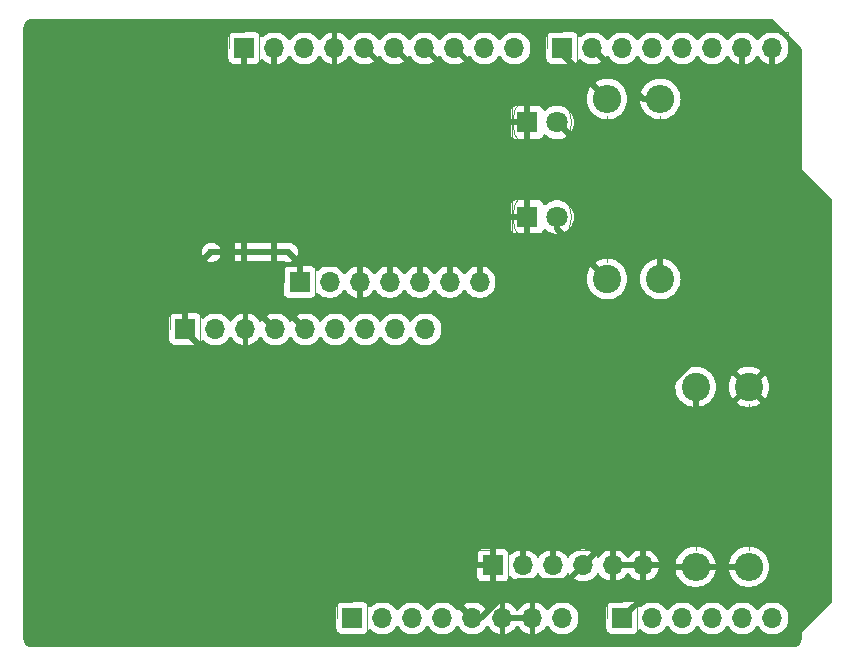
<source format=gbr>
%TF.GenerationSoftware,KiCad,Pcbnew,8.0.8*%
%TF.CreationDate,2025-03-11T12:26:50-06:00*%
%TF.ProjectId,BalloonProject,42616c6c-6f6f-46e5-9072-6f6a6563742e,rev?*%
%TF.SameCoordinates,Original*%
%TF.FileFunction,Copper,L2,Bot*%
%TF.FilePolarity,Positive*%
%FSLAX46Y46*%
G04 Gerber Fmt 4.6, Leading zero omitted, Abs format (unit mm)*
G04 Created by KiCad (PCBNEW 8.0.8) date 2025-03-11 12:26:50*
%MOMM*%
%LPD*%
G01*
G04 APERTURE LIST*
%TA.AperFunction,ComponentPad*%
%ADD10R,1.700000X1.700000*%
%TD*%
%TA.AperFunction,ComponentPad*%
%ADD11O,1.700000X1.700000*%
%TD*%
%TA.AperFunction,ComponentPad*%
%ADD12R,1.800000X1.800000*%
%TD*%
%TA.AperFunction,ComponentPad*%
%ADD13C,1.800000*%
%TD*%
%TA.AperFunction,ComponentPad*%
%ADD14C,2.400000*%
%TD*%
%TA.AperFunction,ComponentPad*%
%ADD15O,2.400000X2.400000*%
%TD*%
%TA.AperFunction,ViaPad*%
%ADD16C,0.600000*%
%TD*%
%TA.AperFunction,Conductor*%
%ADD17C,0.508000*%
%TD*%
%ADD18R,1.700000X1.700000*%
%ADD19O,1.700000X1.700000*%
%ADD20R,1.800000X1.800000*%
%ADD21C,1.800000*%
%ADD22C,2.400000*%
%ADD23O,2.400000X2.400000*%
%ADD24C,3.200000*%
%ADD25C,0.150000*%
%ADD26C,0.120000*%
G04 APERTURE END LIST*
D10*
%TO.P,J1,1,Pin_1*%
%TO.N,unconnected-(J1-Pin_1-Pad1)*%
X127940000Y-97460000D03*
D11*
%TO.P,J1,2,Pin_2*%
%TO.N,/IOREF*%
X130480000Y-97460000D03*
%TO.P,J1,3,Pin_3*%
%TO.N,/~{RESET}*%
X133020000Y-97460000D03*
%TO.P,J1,4,Pin_4*%
%TO.N,+3V3*%
X135560000Y-97460000D03*
%TO.P,J1,5,Pin_5*%
%TO.N,+5V*%
X138100000Y-97460000D03*
%TO.P,J1,6,Pin_6*%
%TO.N,GND*%
X140640000Y-97460000D03*
%TO.P,J1,7,Pin_7*%
X143180000Y-97460000D03*
%TO.P,J1,8,Pin_8*%
%TO.N,VCC*%
X145720000Y-97460000D03*
%TD*%
D10*
%TO.P,J3,1,Pin_1*%
%TO.N,/A0*%
X150800000Y-97460000D03*
D11*
%TO.P,J3,2,Pin_2*%
%TO.N,/A1*%
X153340000Y-97460000D03*
%TO.P,J3,3,Pin_3*%
%TO.N,/A2*%
X155880000Y-97460000D03*
%TO.P,J3,4,Pin_4*%
%TO.N,/A3*%
X158420000Y-97460000D03*
%TO.P,J3,5,Pin_5*%
%TO.N,unconnected-(J3-Pin_5-Pad5)*%
X160960000Y-97460000D03*
%TO.P,J3,6,Pin_6*%
%TO.N,unconnected-(J3-Pin_6-Pad6)*%
X163500000Y-97460000D03*
%TD*%
D10*
%TO.P,J2,1,Pin_1*%
%TO.N,/I2C_SCL*%
X118796000Y-49200000D03*
D11*
%TO.P,J2,2,Pin_2*%
%TO.N,/I2C_SDA*%
X121336000Y-49200000D03*
%TO.P,J2,3,Pin_3*%
%TO.N,/AREF*%
X123876000Y-49200000D03*
%TO.P,J2,4,Pin_4*%
%TO.N,GND*%
X126416000Y-49200000D03*
%TO.P,J2,5,Pin_5*%
%TO.N,/SPI_SCK*%
X128956000Y-49200000D03*
%TO.P,J2,6,Pin_6*%
%TO.N,/SPI_SDO*%
X131496000Y-49200000D03*
%TO.P,J2,7,Pin_7*%
%TO.N,/SPI_SDI*%
X134036000Y-49200000D03*
%TO.P,J2,8,Pin_8*%
%TO.N,/SPI_CS*%
X136576000Y-49200000D03*
%TO.P,J2,9,Pin_9*%
%TO.N,/\u002A9*%
X139116000Y-49200000D03*
%TO.P,J2,10,Pin_10*%
%TO.N,/8*%
X141656000Y-49200000D03*
%TD*%
D10*
%TO.P,J4,1,Pin_1*%
%TO.N,/RED_LED*%
X145720000Y-49200000D03*
D11*
%TO.P,J4,2,Pin_2*%
%TO.N,/GREEN_LED*%
X148260000Y-49200000D03*
%TO.P,J4,3,Pin_3*%
%TO.N,/\u002A5*%
X150800000Y-49200000D03*
%TO.P,J4,4,Pin_4*%
%TO.N,/4*%
X153340000Y-49200000D03*
%TO.P,J4,5,Pin_5*%
%TO.N,/\u002A3*%
X155880000Y-49200000D03*
%TO.P,J4,6,Pin_6*%
%TO.N,/2*%
X158420000Y-49200000D03*
%TO.P,J4,7,Pin_7*%
%TO.N,/TX{slash}1*%
X160960000Y-49200000D03*
%TO.P,J4,8,Pin_8*%
%TO.N,/RX{slash}0*%
X163500000Y-49200000D03*
%TD*%
D10*
%TO.P,J6,1,Pin_1*%
%TO.N,+5V*%
X113800000Y-73000000D03*
D11*
%TO.P,J6,2,Pin_2*%
%TO.N,unconnected-(J6-Pin_2-Pad2)*%
X116340000Y-73000000D03*
%TO.P,J6,3,Pin_3*%
%TO.N,GND*%
X118880000Y-73000000D03*
%TO.P,J6,4,Pin_4*%
%TO.N,/I2C_SCL*%
X121420000Y-73000000D03*
%TO.P,J6,5,Pin_5*%
%TO.N,/I2C_SDA*%
X123960000Y-73000000D03*
%TO.P,J6,6,Pin_6*%
%TO.N,unconnected-(J6-Pin_6-Pad6)*%
X126500000Y-73000000D03*
%TO.P,J6,7,Pin_7*%
%TO.N,unconnected-(J6-Pin_7-Pad7)*%
X129040000Y-73000000D03*
%TO.P,J6,8,Pin_8*%
%TO.N,unconnected-(J6-Pin_8-Pad8)*%
X131580000Y-73000000D03*
%TO.P,J6,9,Pin_9*%
%TO.N,unconnected-(J6-Pin_9-Pad9)*%
X134120000Y-73000000D03*
%TD*%
D12*
%TO.P,D2,1,K*%
%TO.N,GND*%
X142725000Y-55500000D03*
D13*
%TO.P,D2,2,A*%
%TO.N,Net-(D2-A)*%
X145265000Y-55500000D03*
%TD*%
D10*
%TO.P,J7,1,Pin_1*%
%TO.N,GND*%
X139840000Y-93000000D03*
D11*
%TO.P,J7,2,Pin_2*%
%TO.N,/TX{slash}1*%
X142380000Y-93000000D03*
%TO.P,J7,3,Pin_3*%
%TO.N,/RX{slash}0*%
X144920000Y-93000000D03*
%TO.P,J7,4,Pin_4*%
%TO.N,+5V*%
X147460000Y-93000000D03*
%TO.P,J7,5,Pin_5*%
%TO.N,GND*%
X150000000Y-93000000D03*
%TO.P,J7,6,Pin_6*%
X152540000Y-93000000D03*
%TD*%
D14*
%TO.P,R2,1*%
%TO.N,Net-(D1-A)*%
X149500000Y-68740000D03*
D15*
%TO.P,R2,2*%
%TO.N,/RED_LED*%
X149500000Y-53500000D03*
%TD*%
D14*
%TO.P,R3,1*%
%TO.N,Net-(D2-A)*%
X154000000Y-68740000D03*
D15*
%TO.P,R3,2*%
%TO.N,/GREEN_LED*%
X154000000Y-53500000D03*
%TD*%
D12*
%TO.P,D1,1,K*%
%TO.N,GND*%
X142725000Y-63500000D03*
D13*
%TO.P,D1,2,A*%
%TO.N,Net-(D1-A)*%
X145265000Y-63500000D03*
%TD*%
D10*
%TO.P,J5,1,Pin_1*%
%TO.N,+5V*%
X123460000Y-69000000D03*
D11*
%TO.P,J5,2,Pin_2*%
%TO.N,unconnected-(J5-Pin_2-Pad2)*%
X126000000Y-69000000D03*
%TO.P,J5,3,Pin_3*%
%TO.N,GND*%
X128540000Y-69000000D03*
%TO.P,J5,4,Pin_4*%
%TO.N,/SPI_SCK*%
X131080000Y-69000000D03*
%TO.P,J5,5,Pin_5*%
%TO.N,/SPI_SDO*%
X133620000Y-69000000D03*
%TO.P,J5,6,Pin_6*%
%TO.N,/SPI_SDI*%
X136160000Y-69000000D03*
%TO.P,J5,7,Pin_7*%
%TO.N,/SPI_CS*%
X138700000Y-69000000D03*
%TD*%
D14*
%TO.P,NXRT15XH103FA1B030,1*%
%TO.N,+5V*%
X157000000Y-77880000D03*
D15*
%TO.P,NXRT15XH103FA1B030,2*%
%TO.N,/A0*%
X157000000Y-93120000D03*
%TD*%
D14*
%TO.P,R1,1*%
%TO.N,GND*%
X161500000Y-77880000D03*
D15*
%TO.P,R1,2*%
%TO.N,/A0*%
X161500000Y-93120000D03*
%TD*%
D16*
%TO.N,+5V*%
X116000000Y-66500000D03*
X122500000Y-66500000D03*
%TD*%
D17*
%TO.N,+5V*%
X116000000Y-66500000D02*
X122500000Y-66500000D01*
%TD*%
%TA.AperFunction,Conductor*%
%TO.N,GND*%
G36*
X142714075Y-97267007D02*
G01*
X142680000Y-97394174D01*
X142680000Y-97525826D01*
X142714075Y-97652993D01*
X142746988Y-97710000D01*
X141073012Y-97710000D01*
X141105925Y-97652993D01*
X141140000Y-97525826D01*
X141140000Y-97394174D01*
X141105925Y-97267007D01*
X141073012Y-97210000D01*
X142746988Y-97210000D01*
X142714075Y-97267007D01*
G37*
%TD.AperFunction*%
%TA.AperFunction,Conductor*%
G36*
X152074075Y-92807007D02*
G01*
X152040000Y-92934174D01*
X152040000Y-93065826D01*
X152074075Y-93192993D01*
X152106988Y-93250000D01*
X150433012Y-93250000D01*
X150465925Y-93192993D01*
X150500000Y-93065826D01*
X150500000Y-92934174D01*
X150465925Y-92807007D01*
X150433012Y-92750000D01*
X152106988Y-92750000D01*
X152074075Y-92807007D01*
G37*
%TD.AperFunction*%
%TA.AperFunction,Conductor*%
G36*
X163484404Y-46755185D02*
G01*
X163505046Y-46771819D01*
X165928181Y-49194954D01*
X165961666Y-49256277D01*
X165964500Y-49282635D01*
X165964500Y-59344982D01*
X165964500Y-59375018D01*
X165975994Y-59402767D01*
X165975995Y-59402768D01*
X168468181Y-61894954D01*
X168501666Y-61956277D01*
X168504500Y-61982635D01*
X168504500Y-96107364D01*
X168484815Y-96174403D01*
X168468181Y-96195045D01*
X165997233Y-98665994D01*
X165975995Y-98687231D01*
X165964500Y-98714982D01*
X165964500Y-99231907D01*
X165963903Y-99244062D01*
X165952505Y-99359778D01*
X165947763Y-99383618D01*
X165917832Y-99482290D01*
X165915789Y-99489024D01*
X165906486Y-99511482D01*
X165854561Y-99608627D01*
X165841056Y-99628839D01*
X165771176Y-99713988D01*
X165753988Y-99731176D01*
X165668839Y-99801056D01*
X165648627Y-99814561D01*
X165551482Y-99866486D01*
X165529028Y-99875787D01*
X165487028Y-99888528D01*
X165423618Y-99907763D01*
X165399778Y-99912505D01*
X165291162Y-99923203D01*
X165284060Y-99923903D01*
X165271907Y-99924500D01*
X100768093Y-99924500D01*
X100755939Y-99923903D01*
X100747995Y-99923120D01*
X100640221Y-99912505D01*
X100616381Y-99907763D01*
X100599445Y-99902625D01*
X100510968Y-99875786D01*
X100488517Y-99866486D01*
X100391372Y-99814561D01*
X100371160Y-99801056D01*
X100286011Y-99731176D01*
X100268823Y-99713988D01*
X100198943Y-99628839D01*
X100185438Y-99608627D01*
X100133510Y-99511476D01*
X100124215Y-99489037D01*
X100092234Y-99383612D01*
X100087494Y-99359777D01*
X100076097Y-99244061D01*
X100075500Y-99231907D01*
X100075500Y-96561345D01*
X126581500Y-96561345D01*
X126581500Y-98358654D01*
X126588011Y-98419202D01*
X126588011Y-98419204D01*
X126639111Y-98556204D01*
X126726739Y-98673261D01*
X126843796Y-98760889D01*
X126980799Y-98811989D01*
X127008050Y-98814918D01*
X127041345Y-98818499D01*
X127041362Y-98818500D01*
X128838638Y-98818500D01*
X128838654Y-98818499D01*
X128865692Y-98815591D01*
X128899201Y-98811989D01*
X129036204Y-98760889D01*
X129153261Y-98673261D01*
X129240889Y-98556204D01*
X129286138Y-98434887D01*
X129328009Y-98378956D01*
X129393474Y-98354539D01*
X129461746Y-98369391D01*
X129493545Y-98394236D01*
X129556760Y-98462906D01*
X129734424Y-98601189D01*
X129734425Y-98601189D01*
X129734427Y-98601191D01*
X129861135Y-98669761D01*
X129932426Y-98708342D01*
X130145365Y-98781444D01*
X130367431Y-98818500D01*
X130592569Y-98818500D01*
X130814635Y-98781444D01*
X131027574Y-98708342D01*
X131225576Y-98601189D01*
X131403240Y-98462906D01*
X131524594Y-98331082D01*
X131555715Y-98297276D01*
X131555715Y-98297275D01*
X131555722Y-98297268D01*
X131646193Y-98158790D01*
X131699338Y-98113437D01*
X131768569Y-98104013D01*
X131831905Y-98133515D01*
X131853804Y-98158787D01*
X131944278Y-98297268D01*
X131944283Y-98297273D01*
X131944284Y-98297276D01*
X132070968Y-98434889D01*
X132096760Y-98462906D01*
X132274424Y-98601189D01*
X132274425Y-98601189D01*
X132274427Y-98601191D01*
X132401135Y-98669761D01*
X132472426Y-98708342D01*
X132685365Y-98781444D01*
X132907431Y-98818500D01*
X133132569Y-98818500D01*
X133354635Y-98781444D01*
X133567574Y-98708342D01*
X133765576Y-98601189D01*
X133943240Y-98462906D01*
X134064594Y-98331082D01*
X134095715Y-98297276D01*
X134095715Y-98297275D01*
X134095722Y-98297268D01*
X134186193Y-98158790D01*
X134239338Y-98113437D01*
X134308569Y-98104013D01*
X134371905Y-98133515D01*
X134393804Y-98158787D01*
X134484278Y-98297268D01*
X134484283Y-98297273D01*
X134484284Y-98297276D01*
X134610968Y-98434889D01*
X134636760Y-98462906D01*
X134814424Y-98601189D01*
X134814425Y-98601189D01*
X134814427Y-98601191D01*
X134941135Y-98669761D01*
X135012426Y-98708342D01*
X135225365Y-98781444D01*
X135447431Y-98818500D01*
X135672569Y-98818500D01*
X135894635Y-98781444D01*
X136107574Y-98708342D01*
X136305576Y-98601189D01*
X136483240Y-98462906D01*
X136604594Y-98331082D01*
X136635715Y-98297276D01*
X136635715Y-98297275D01*
X136635722Y-98297268D01*
X136726193Y-98158790D01*
X136779338Y-98113437D01*
X136848569Y-98104013D01*
X136911905Y-98133515D01*
X136933804Y-98158787D01*
X137024278Y-98297268D01*
X137024283Y-98297273D01*
X137024284Y-98297276D01*
X137150968Y-98434889D01*
X137176760Y-98462906D01*
X137354424Y-98601189D01*
X137354425Y-98601189D01*
X137354427Y-98601191D01*
X137481135Y-98669761D01*
X137552426Y-98708342D01*
X137765365Y-98781444D01*
X137987431Y-98818500D01*
X138212569Y-98818500D01*
X138434635Y-98781444D01*
X138647574Y-98708342D01*
X138845576Y-98601189D01*
X139023240Y-98462906D01*
X139144594Y-98331082D01*
X139175715Y-98297276D01*
X139175715Y-98297275D01*
X139175722Y-98297268D01*
X139269749Y-98153347D01*
X139322894Y-98107994D01*
X139392125Y-98098570D01*
X139455461Y-98128072D01*
X139475130Y-98150048D01*
X139601890Y-98331078D01*
X139768917Y-98498105D01*
X139962421Y-98633600D01*
X140176507Y-98733429D01*
X140176516Y-98733433D01*
X140390000Y-98790634D01*
X140390000Y-97893012D01*
X140447007Y-97925925D01*
X140574174Y-97960000D01*
X140705826Y-97960000D01*
X140832993Y-97925925D01*
X140890000Y-97893012D01*
X140890000Y-98790633D01*
X141103483Y-98733433D01*
X141103492Y-98733429D01*
X141317578Y-98633600D01*
X141511082Y-98498105D01*
X141678105Y-98331082D01*
X141808425Y-98144968D01*
X141863002Y-98101344D01*
X141932501Y-98094151D01*
X141994855Y-98125673D01*
X142011575Y-98144968D01*
X142141894Y-98331082D01*
X142308917Y-98498105D01*
X142502421Y-98633600D01*
X142716507Y-98733429D01*
X142716516Y-98733433D01*
X142930000Y-98790634D01*
X142930000Y-97893012D01*
X142987007Y-97925925D01*
X143114174Y-97960000D01*
X143245826Y-97960000D01*
X143372993Y-97925925D01*
X143430000Y-97893012D01*
X143430000Y-98790633D01*
X143643483Y-98733433D01*
X143643492Y-98733429D01*
X143857578Y-98633600D01*
X144051082Y-98498105D01*
X144218105Y-98331082D01*
X144344868Y-98150048D01*
X144399445Y-98106423D01*
X144468944Y-98099231D01*
X144531298Y-98130753D01*
X144550251Y-98153350D01*
X144644276Y-98297265D01*
X144644284Y-98297276D01*
X144770968Y-98434889D01*
X144796760Y-98462906D01*
X144974424Y-98601189D01*
X144974425Y-98601189D01*
X144974427Y-98601191D01*
X145101135Y-98669761D01*
X145172426Y-98708342D01*
X145385365Y-98781444D01*
X145607431Y-98818500D01*
X145832569Y-98818500D01*
X146054635Y-98781444D01*
X146267574Y-98708342D01*
X146465576Y-98601189D01*
X146643240Y-98462906D01*
X146764594Y-98331082D01*
X146795715Y-98297276D01*
X146795717Y-98297273D01*
X146795722Y-98297268D01*
X146918860Y-98108791D01*
X147009296Y-97902616D01*
X147064564Y-97684368D01*
X147067164Y-97652993D01*
X147083156Y-97460005D01*
X147083156Y-97459994D01*
X147064565Y-97235640D01*
X147064563Y-97235628D01*
X147009296Y-97017385D01*
X146999071Y-96994075D01*
X146918860Y-96811209D01*
X146902706Y-96786484D01*
X146795723Y-96622734D01*
X146795715Y-96622723D01*
X146739212Y-96561345D01*
X149441500Y-96561345D01*
X149441500Y-98358654D01*
X149448011Y-98419202D01*
X149448011Y-98419204D01*
X149499111Y-98556204D01*
X149586739Y-98673261D01*
X149703796Y-98760889D01*
X149840799Y-98811989D01*
X149868050Y-98814918D01*
X149901345Y-98818499D01*
X149901362Y-98818500D01*
X151698638Y-98818500D01*
X151698654Y-98818499D01*
X151725692Y-98815591D01*
X151759201Y-98811989D01*
X151896204Y-98760889D01*
X152013261Y-98673261D01*
X152100889Y-98556204D01*
X152146138Y-98434887D01*
X152188009Y-98378956D01*
X152253474Y-98354539D01*
X152321746Y-98369391D01*
X152353545Y-98394236D01*
X152416760Y-98462906D01*
X152594424Y-98601189D01*
X152594425Y-98601189D01*
X152594427Y-98601191D01*
X152721135Y-98669761D01*
X152792426Y-98708342D01*
X153005365Y-98781444D01*
X153227431Y-98818500D01*
X153452569Y-98818500D01*
X153674635Y-98781444D01*
X153887574Y-98708342D01*
X154085576Y-98601189D01*
X154263240Y-98462906D01*
X154384594Y-98331082D01*
X154415715Y-98297276D01*
X154415715Y-98297275D01*
X154415722Y-98297268D01*
X154506193Y-98158790D01*
X154559338Y-98113437D01*
X154628569Y-98104013D01*
X154691905Y-98133515D01*
X154713804Y-98158787D01*
X154804278Y-98297268D01*
X154804283Y-98297273D01*
X154804284Y-98297276D01*
X154930968Y-98434889D01*
X154956760Y-98462906D01*
X155134424Y-98601189D01*
X155134425Y-98601189D01*
X155134427Y-98601191D01*
X155261135Y-98669761D01*
X155332426Y-98708342D01*
X155545365Y-98781444D01*
X155767431Y-98818500D01*
X155992569Y-98818500D01*
X156214635Y-98781444D01*
X156427574Y-98708342D01*
X156625576Y-98601189D01*
X156803240Y-98462906D01*
X156924594Y-98331082D01*
X156955715Y-98297276D01*
X156955715Y-98297275D01*
X156955722Y-98297268D01*
X157046193Y-98158790D01*
X157099338Y-98113437D01*
X157168569Y-98104013D01*
X157231905Y-98133515D01*
X157253804Y-98158787D01*
X157344278Y-98297268D01*
X157344283Y-98297273D01*
X157344284Y-98297276D01*
X157470968Y-98434889D01*
X157496760Y-98462906D01*
X157674424Y-98601189D01*
X157674425Y-98601189D01*
X157674427Y-98601191D01*
X157801135Y-98669761D01*
X157872426Y-98708342D01*
X158085365Y-98781444D01*
X158307431Y-98818500D01*
X158532569Y-98818500D01*
X158754635Y-98781444D01*
X158967574Y-98708342D01*
X159165576Y-98601189D01*
X159343240Y-98462906D01*
X159464594Y-98331082D01*
X159495715Y-98297276D01*
X159495715Y-98297275D01*
X159495722Y-98297268D01*
X159586193Y-98158790D01*
X159639338Y-98113437D01*
X159708569Y-98104013D01*
X159771905Y-98133515D01*
X159793804Y-98158787D01*
X159884278Y-98297268D01*
X159884283Y-98297273D01*
X159884284Y-98297276D01*
X160010968Y-98434889D01*
X160036760Y-98462906D01*
X160214424Y-98601189D01*
X160214425Y-98601189D01*
X160214427Y-98601191D01*
X160341135Y-98669761D01*
X160412426Y-98708342D01*
X160625365Y-98781444D01*
X160847431Y-98818500D01*
X161072569Y-98818500D01*
X161294635Y-98781444D01*
X161507574Y-98708342D01*
X161705576Y-98601189D01*
X161883240Y-98462906D01*
X162004594Y-98331082D01*
X162035715Y-98297276D01*
X162035715Y-98297275D01*
X162035722Y-98297268D01*
X162126193Y-98158790D01*
X162179338Y-98113437D01*
X162248569Y-98104013D01*
X162311905Y-98133515D01*
X162333804Y-98158787D01*
X162424278Y-98297268D01*
X162424283Y-98297273D01*
X162424284Y-98297276D01*
X162550968Y-98434889D01*
X162576760Y-98462906D01*
X162754424Y-98601189D01*
X162754425Y-98601189D01*
X162754427Y-98601191D01*
X162881135Y-98669761D01*
X162952426Y-98708342D01*
X163165365Y-98781444D01*
X163387431Y-98818500D01*
X163612569Y-98818500D01*
X163834635Y-98781444D01*
X164047574Y-98708342D01*
X164245576Y-98601189D01*
X164423240Y-98462906D01*
X164544594Y-98331082D01*
X164575715Y-98297276D01*
X164575717Y-98297273D01*
X164575722Y-98297268D01*
X164698860Y-98108791D01*
X164789296Y-97902616D01*
X164844564Y-97684368D01*
X164847164Y-97652993D01*
X164863156Y-97460005D01*
X164863156Y-97459994D01*
X164844565Y-97235640D01*
X164844563Y-97235628D01*
X164789296Y-97017385D01*
X164779071Y-96994075D01*
X164698860Y-96811209D01*
X164682706Y-96786484D01*
X164575723Y-96622734D01*
X164575715Y-96622723D01*
X164423243Y-96457097D01*
X164423238Y-96457092D01*
X164245577Y-96318812D01*
X164245572Y-96318808D01*
X164047580Y-96211661D01*
X164047577Y-96211659D01*
X164047574Y-96211658D01*
X164047571Y-96211657D01*
X164047569Y-96211656D01*
X163834637Y-96138556D01*
X163612569Y-96101500D01*
X163387431Y-96101500D01*
X163165362Y-96138556D01*
X162952430Y-96211656D01*
X162952419Y-96211661D01*
X162754427Y-96318808D01*
X162754422Y-96318812D01*
X162576761Y-96457092D01*
X162576756Y-96457097D01*
X162424284Y-96622723D01*
X162424276Y-96622734D01*
X162333808Y-96761206D01*
X162280662Y-96806562D01*
X162211431Y-96815986D01*
X162148095Y-96786484D01*
X162126192Y-96761206D01*
X162035723Y-96622734D01*
X162035715Y-96622723D01*
X161883243Y-96457097D01*
X161883238Y-96457092D01*
X161705577Y-96318812D01*
X161705572Y-96318808D01*
X161507580Y-96211661D01*
X161507577Y-96211659D01*
X161507574Y-96211658D01*
X161507571Y-96211657D01*
X161507569Y-96211656D01*
X161294637Y-96138556D01*
X161072569Y-96101500D01*
X160847431Y-96101500D01*
X160625362Y-96138556D01*
X160412430Y-96211656D01*
X160412419Y-96211661D01*
X160214427Y-96318808D01*
X160214422Y-96318812D01*
X160036761Y-96457092D01*
X160036756Y-96457097D01*
X159884284Y-96622723D01*
X159884276Y-96622734D01*
X159793808Y-96761206D01*
X159740662Y-96806562D01*
X159671431Y-96815986D01*
X159608095Y-96786484D01*
X159586192Y-96761206D01*
X159495723Y-96622734D01*
X159495715Y-96622723D01*
X159343243Y-96457097D01*
X159343238Y-96457092D01*
X159165577Y-96318812D01*
X159165572Y-96318808D01*
X158967580Y-96211661D01*
X158967577Y-96211659D01*
X158967574Y-96211658D01*
X158967571Y-96211657D01*
X158967569Y-96211656D01*
X158754637Y-96138556D01*
X158532569Y-96101500D01*
X158307431Y-96101500D01*
X158085362Y-96138556D01*
X157872430Y-96211656D01*
X157872419Y-96211661D01*
X157674427Y-96318808D01*
X157674422Y-96318812D01*
X157496761Y-96457092D01*
X157496756Y-96457097D01*
X157344284Y-96622723D01*
X157344276Y-96622734D01*
X157253808Y-96761206D01*
X157200662Y-96806562D01*
X157131431Y-96815986D01*
X157068095Y-96786484D01*
X157046192Y-96761206D01*
X156955723Y-96622734D01*
X156955715Y-96622723D01*
X156803243Y-96457097D01*
X156803238Y-96457092D01*
X156625577Y-96318812D01*
X156625572Y-96318808D01*
X156427580Y-96211661D01*
X156427577Y-96211659D01*
X156427574Y-96211658D01*
X156427571Y-96211657D01*
X156427569Y-96211656D01*
X156214637Y-96138556D01*
X155992569Y-96101500D01*
X155767431Y-96101500D01*
X155545362Y-96138556D01*
X155332430Y-96211656D01*
X155332419Y-96211661D01*
X155134427Y-96318808D01*
X155134422Y-96318812D01*
X154956761Y-96457092D01*
X154956756Y-96457097D01*
X154804284Y-96622723D01*
X154804276Y-96622734D01*
X154713808Y-96761206D01*
X154660662Y-96806562D01*
X154591431Y-96815986D01*
X154528095Y-96786484D01*
X154506192Y-96761206D01*
X154415723Y-96622734D01*
X154415715Y-96622723D01*
X154263243Y-96457097D01*
X154263238Y-96457092D01*
X154085577Y-96318812D01*
X154085572Y-96318808D01*
X153887580Y-96211661D01*
X153887577Y-96211659D01*
X153887574Y-96211658D01*
X153887571Y-96211657D01*
X153887569Y-96211656D01*
X153674637Y-96138556D01*
X153452569Y-96101500D01*
X153227431Y-96101500D01*
X153005362Y-96138556D01*
X152792430Y-96211656D01*
X152792419Y-96211661D01*
X152594427Y-96318808D01*
X152594422Y-96318812D01*
X152416761Y-96457092D01*
X152353548Y-96525760D01*
X152293661Y-96561750D01*
X152223823Y-96559649D01*
X152166207Y-96520124D01*
X152146138Y-96485110D01*
X152100889Y-96363796D01*
X152067214Y-96318812D01*
X152013261Y-96246739D01*
X151896204Y-96159111D01*
X151895172Y-96158726D01*
X151759203Y-96108011D01*
X151698654Y-96101500D01*
X151698638Y-96101500D01*
X149901362Y-96101500D01*
X149901345Y-96101500D01*
X149840797Y-96108011D01*
X149840795Y-96108011D01*
X149703795Y-96159111D01*
X149586739Y-96246739D01*
X149499111Y-96363795D01*
X149448011Y-96500795D01*
X149448011Y-96500797D01*
X149441500Y-96561345D01*
X146739212Y-96561345D01*
X146643243Y-96457097D01*
X146643238Y-96457092D01*
X146465577Y-96318812D01*
X146465572Y-96318808D01*
X146267580Y-96211661D01*
X146267577Y-96211659D01*
X146267574Y-96211658D01*
X146267571Y-96211657D01*
X146267569Y-96211656D01*
X146054637Y-96138556D01*
X145832569Y-96101500D01*
X145607431Y-96101500D01*
X145385362Y-96138556D01*
X145172430Y-96211656D01*
X145172419Y-96211661D01*
X144974427Y-96318808D01*
X144974422Y-96318812D01*
X144796761Y-96457092D01*
X144796756Y-96457097D01*
X144644284Y-96622723D01*
X144644276Y-96622734D01*
X144550251Y-96766650D01*
X144497105Y-96812007D01*
X144427873Y-96821430D01*
X144364538Y-96791928D01*
X144344868Y-96769951D01*
X144218113Y-96588926D01*
X144218108Y-96588920D01*
X144051082Y-96421894D01*
X143857578Y-96286399D01*
X143643492Y-96186570D01*
X143643486Y-96186567D01*
X143430000Y-96129364D01*
X143430000Y-97026988D01*
X143372993Y-96994075D01*
X143245826Y-96960000D01*
X143114174Y-96960000D01*
X142987007Y-96994075D01*
X142930000Y-97026988D01*
X142930000Y-96129364D01*
X142929999Y-96129364D01*
X142716513Y-96186567D01*
X142716507Y-96186570D01*
X142502422Y-96286399D01*
X142502420Y-96286400D01*
X142308926Y-96421886D01*
X142308920Y-96421891D01*
X142141891Y-96588920D01*
X142141890Y-96588922D01*
X142011575Y-96775031D01*
X141956998Y-96818655D01*
X141887499Y-96825848D01*
X141825145Y-96794326D01*
X141808425Y-96775031D01*
X141678109Y-96588922D01*
X141678108Y-96588920D01*
X141511082Y-96421894D01*
X141317578Y-96286399D01*
X141103492Y-96186570D01*
X141103486Y-96186567D01*
X140890000Y-96129364D01*
X140890000Y-97026988D01*
X140832993Y-96994075D01*
X140705826Y-96960000D01*
X140574174Y-96960000D01*
X140447007Y-96994075D01*
X140390000Y-97026988D01*
X140390000Y-96129364D01*
X140389999Y-96129364D01*
X140176513Y-96186567D01*
X140176507Y-96186570D01*
X139962422Y-96286399D01*
X139962420Y-96286400D01*
X139768926Y-96421886D01*
X139768920Y-96421891D01*
X139601891Y-96588920D01*
X139601890Y-96588922D01*
X139475131Y-96769952D01*
X139420554Y-96813577D01*
X139351055Y-96820769D01*
X139288701Y-96789247D01*
X139269752Y-96766656D01*
X139175722Y-96622732D01*
X139175715Y-96622725D01*
X139175715Y-96622723D01*
X139023243Y-96457097D01*
X139023238Y-96457092D01*
X138845577Y-96318812D01*
X138845572Y-96318808D01*
X138647580Y-96211661D01*
X138647577Y-96211659D01*
X138647574Y-96211658D01*
X138647571Y-96211657D01*
X138647569Y-96211656D01*
X138434637Y-96138556D01*
X138212569Y-96101500D01*
X137987431Y-96101500D01*
X137765362Y-96138556D01*
X137552430Y-96211656D01*
X137552419Y-96211661D01*
X137354427Y-96318808D01*
X137354422Y-96318812D01*
X137176761Y-96457092D01*
X137176756Y-96457097D01*
X137024284Y-96622723D01*
X137024276Y-96622734D01*
X136933808Y-96761206D01*
X136880662Y-96806562D01*
X136811431Y-96815986D01*
X136748095Y-96786484D01*
X136726192Y-96761206D01*
X136635723Y-96622734D01*
X136635715Y-96622723D01*
X136483243Y-96457097D01*
X136483238Y-96457092D01*
X136305577Y-96318812D01*
X136305572Y-96318808D01*
X136107580Y-96211661D01*
X136107577Y-96211659D01*
X136107574Y-96211658D01*
X136107571Y-96211657D01*
X136107569Y-96211656D01*
X135894637Y-96138556D01*
X135672569Y-96101500D01*
X135447431Y-96101500D01*
X135225362Y-96138556D01*
X135012430Y-96211656D01*
X135012419Y-96211661D01*
X134814427Y-96318808D01*
X134814422Y-96318812D01*
X134636761Y-96457092D01*
X134636756Y-96457097D01*
X134484284Y-96622723D01*
X134484276Y-96622734D01*
X134393808Y-96761206D01*
X134340662Y-96806562D01*
X134271431Y-96815986D01*
X134208095Y-96786484D01*
X134186192Y-96761206D01*
X134095723Y-96622734D01*
X134095715Y-96622723D01*
X133943243Y-96457097D01*
X133943238Y-96457092D01*
X133765577Y-96318812D01*
X133765572Y-96318808D01*
X133567580Y-96211661D01*
X133567577Y-96211659D01*
X133567574Y-96211658D01*
X133567571Y-96211657D01*
X133567569Y-96211656D01*
X133354637Y-96138556D01*
X133132569Y-96101500D01*
X132907431Y-96101500D01*
X132685362Y-96138556D01*
X132472430Y-96211656D01*
X132472419Y-96211661D01*
X132274427Y-96318808D01*
X132274422Y-96318812D01*
X132096761Y-96457092D01*
X132096756Y-96457097D01*
X131944284Y-96622723D01*
X131944276Y-96622734D01*
X131853808Y-96761206D01*
X131800662Y-96806562D01*
X131731431Y-96815986D01*
X131668095Y-96786484D01*
X131646192Y-96761206D01*
X131555723Y-96622734D01*
X131555715Y-96622723D01*
X131403243Y-96457097D01*
X131403238Y-96457092D01*
X131225577Y-96318812D01*
X131225572Y-96318808D01*
X131027580Y-96211661D01*
X131027577Y-96211659D01*
X131027574Y-96211658D01*
X131027571Y-96211657D01*
X131027569Y-96211656D01*
X130814637Y-96138556D01*
X130592569Y-96101500D01*
X130367431Y-96101500D01*
X130145362Y-96138556D01*
X129932430Y-96211656D01*
X129932419Y-96211661D01*
X129734427Y-96318808D01*
X129734422Y-96318812D01*
X129556761Y-96457092D01*
X129493548Y-96525760D01*
X129433661Y-96561750D01*
X129363823Y-96559649D01*
X129306207Y-96520124D01*
X129286138Y-96485110D01*
X129240889Y-96363796D01*
X129207214Y-96318812D01*
X129153261Y-96246739D01*
X129036204Y-96159111D01*
X129035172Y-96158726D01*
X128899203Y-96108011D01*
X128838654Y-96101500D01*
X128838638Y-96101500D01*
X127041362Y-96101500D01*
X127041345Y-96101500D01*
X126980797Y-96108011D01*
X126980795Y-96108011D01*
X126843795Y-96159111D01*
X126726739Y-96246739D01*
X126639111Y-96363795D01*
X126588011Y-96500795D01*
X126588011Y-96500797D01*
X126581500Y-96561345D01*
X100075500Y-96561345D01*
X100075500Y-92102155D01*
X138490000Y-92102155D01*
X138490000Y-92750000D01*
X139406988Y-92750000D01*
X139374075Y-92807007D01*
X139340000Y-92934174D01*
X139340000Y-93065826D01*
X139374075Y-93192993D01*
X139406988Y-93250000D01*
X138490000Y-93250000D01*
X138490000Y-93897844D01*
X138496401Y-93957372D01*
X138496403Y-93957379D01*
X138546645Y-94092086D01*
X138546649Y-94092093D01*
X138632809Y-94207187D01*
X138632812Y-94207190D01*
X138747906Y-94293350D01*
X138747913Y-94293354D01*
X138882620Y-94343596D01*
X138882627Y-94343598D01*
X138942155Y-94349999D01*
X138942172Y-94350000D01*
X139590000Y-94350000D01*
X139590000Y-93433012D01*
X139647007Y-93465925D01*
X139774174Y-93500000D01*
X139905826Y-93500000D01*
X140032993Y-93465925D01*
X140090000Y-93433012D01*
X140090000Y-94350000D01*
X140737828Y-94350000D01*
X140737844Y-94349999D01*
X140797372Y-94343598D01*
X140797379Y-94343596D01*
X140932086Y-94293354D01*
X140932093Y-94293350D01*
X141047187Y-94207190D01*
X141047190Y-94207187D01*
X141133350Y-94092093D01*
X141133354Y-94092086D01*
X141179681Y-93967877D01*
X141221552Y-93911943D01*
X141287016Y-93887526D01*
X141355289Y-93902377D01*
X141387089Y-93927223D01*
X141456760Y-94002906D01*
X141634424Y-94141189D01*
X141634425Y-94141189D01*
X141634427Y-94141191D01*
X141694314Y-94173600D01*
X141832426Y-94248342D01*
X142045365Y-94321444D01*
X142267431Y-94358500D01*
X142492569Y-94358500D01*
X142714635Y-94321444D01*
X142927574Y-94248342D01*
X143125576Y-94141189D01*
X143303240Y-94002906D01*
X143424594Y-93871082D01*
X143455715Y-93837276D01*
X143455715Y-93837275D01*
X143455722Y-93837268D01*
X143546193Y-93698790D01*
X143599338Y-93653437D01*
X143668569Y-93644013D01*
X143731905Y-93673515D01*
X143753804Y-93698787D01*
X143844278Y-93837268D01*
X143844283Y-93837273D01*
X143844284Y-93837276D01*
X143964513Y-93967877D01*
X143996760Y-94002906D01*
X144174424Y-94141189D01*
X144174425Y-94141189D01*
X144174427Y-94141191D01*
X144234314Y-94173600D01*
X144372426Y-94248342D01*
X144585365Y-94321444D01*
X144807431Y-94358500D01*
X145032569Y-94358500D01*
X145254635Y-94321444D01*
X145467574Y-94248342D01*
X145665576Y-94141189D01*
X145843240Y-94002906D01*
X145964594Y-93871082D01*
X145995715Y-93837276D01*
X145995715Y-93837275D01*
X145995722Y-93837268D01*
X146086193Y-93698790D01*
X146139338Y-93653437D01*
X146208569Y-93644013D01*
X146271905Y-93673515D01*
X146293804Y-93698787D01*
X146384278Y-93837268D01*
X146384283Y-93837273D01*
X146384284Y-93837276D01*
X146504513Y-93967877D01*
X146536760Y-94002906D01*
X146714424Y-94141189D01*
X146714425Y-94141189D01*
X146714427Y-94141191D01*
X146774314Y-94173600D01*
X146912426Y-94248342D01*
X147125365Y-94321444D01*
X147347431Y-94358500D01*
X147572569Y-94358500D01*
X147794635Y-94321444D01*
X148007574Y-94248342D01*
X148205576Y-94141189D01*
X148383240Y-94002906D01*
X148504594Y-93871082D01*
X148535715Y-93837276D01*
X148535715Y-93837275D01*
X148535722Y-93837268D01*
X148629749Y-93693347D01*
X148682894Y-93647994D01*
X148752125Y-93638570D01*
X148815461Y-93668072D01*
X148835130Y-93690048D01*
X148961890Y-93871078D01*
X149128917Y-94038105D01*
X149322421Y-94173600D01*
X149536507Y-94273429D01*
X149536516Y-94273433D01*
X149750000Y-94330634D01*
X149750000Y-93433012D01*
X149807007Y-93465925D01*
X149934174Y-93500000D01*
X150065826Y-93500000D01*
X150192993Y-93465925D01*
X150250000Y-93433012D01*
X150250000Y-94330633D01*
X150463483Y-94273433D01*
X150463492Y-94273429D01*
X150677578Y-94173600D01*
X150871082Y-94038105D01*
X151038105Y-93871082D01*
X151168425Y-93684968D01*
X151223002Y-93641344D01*
X151292501Y-93634151D01*
X151354855Y-93665673D01*
X151371575Y-93684968D01*
X151501894Y-93871082D01*
X151668917Y-94038105D01*
X151862421Y-94173600D01*
X152076507Y-94273429D01*
X152076516Y-94273433D01*
X152290000Y-94330634D01*
X152290000Y-93433012D01*
X152347007Y-93465925D01*
X152474174Y-93500000D01*
X152605826Y-93500000D01*
X152732993Y-93465925D01*
X152790000Y-93433012D01*
X152790000Y-94330633D01*
X153003483Y-94273433D01*
X153003492Y-94273429D01*
X153217578Y-94173600D01*
X153411082Y-94038105D01*
X153578105Y-93871082D01*
X153713600Y-93677578D01*
X153813429Y-93463492D01*
X153813432Y-93463486D01*
X153870636Y-93250000D01*
X152973012Y-93250000D01*
X153005925Y-93192993D01*
X153025485Y-93119995D01*
X155286709Y-93119995D01*
X155286709Y-93120004D01*
X155305843Y-93375343D01*
X155305844Y-93375348D01*
X155362822Y-93624987D01*
X155362824Y-93624996D01*
X155362826Y-93625001D01*
X155456378Y-93863369D01*
X155584413Y-94085131D01*
X155713367Y-94246835D01*
X155744072Y-94285338D01*
X155813761Y-94349999D01*
X155931781Y-94459505D01*
X156143355Y-94603754D01*
X156143360Y-94603756D01*
X156143361Y-94603757D01*
X156143362Y-94603758D01*
X156265890Y-94662764D01*
X156374061Y-94714856D01*
X156374062Y-94714856D01*
X156374065Y-94714858D01*
X156618757Y-94790335D01*
X156618758Y-94790335D01*
X156618761Y-94790336D01*
X156871958Y-94828499D01*
X156871963Y-94828499D01*
X156871966Y-94828500D01*
X156871967Y-94828500D01*
X157128033Y-94828500D01*
X157128034Y-94828500D01*
X157128041Y-94828499D01*
X157381238Y-94790336D01*
X157381239Y-94790335D01*
X157381243Y-94790335D01*
X157625935Y-94714858D01*
X157856646Y-94603754D01*
X158068219Y-94459505D01*
X158228845Y-94310466D01*
X158255927Y-94285338D01*
X158255927Y-94285336D01*
X158255931Y-94285334D01*
X158415587Y-94085131D01*
X158543622Y-93863369D01*
X158637174Y-93625001D01*
X158694155Y-93375353D01*
X158713291Y-93120000D01*
X158713291Y-93119995D01*
X159786709Y-93119995D01*
X159786709Y-93120004D01*
X159805843Y-93375343D01*
X159805844Y-93375348D01*
X159862822Y-93624987D01*
X159862824Y-93624996D01*
X159862826Y-93625001D01*
X159956378Y-93863369D01*
X160084413Y-94085131D01*
X160213367Y-94246835D01*
X160244072Y-94285338D01*
X160313761Y-94349999D01*
X160431781Y-94459505D01*
X160643355Y-94603754D01*
X160643360Y-94603756D01*
X160643361Y-94603757D01*
X160643362Y-94603758D01*
X160765890Y-94662764D01*
X160874061Y-94714856D01*
X160874062Y-94714856D01*
X160874065Y-94714858D01*
X161118757Y-94790335D01*
X161118758Y-94790335D01*
X161118761Y-94790336D01*
X161371958Y-94828499D01*
X161371963Y-94828499D01*
X161371966Y-94828500D01*
X161371967Y-94828500D01*
X161628033Y-94828500D01*
X161628034Y-94828500D01*
X161628041Y-94828499D01*
X161881238Y-94790336D01*
X161881239Y-94790335D01*
X161881243Y-94790335D01*
X162125935Y-94714858D01*
X162356646Y-94603754D01*
X162568219Y-94459505D01*
X162728845Y-94310466D01*
X162755927Y-94285338D01*
X162755927Y-94285336D01*
X162755931Y-94285334D01*
X162915587Y-94085131D01*
X163043622Y-93863369D01*
X163137174Y-93625001D01*
X163194155Y-93375353D01*
X163213291Y-93120000D01*
X163209231Y-93065826D01*
X163194156Y-92864656D01*
X163194155Y-92864651D01*
X163194155Y-92864647D01*
X163137174Y-92614999D01*
X163043622Y-92376631D01*
X162915587Y-92154869D01*
X162755931Y-91954666D01*
X162755930Y-91954665D01*
X162755927Y-91954661D01*
X162617692Y-91826399D01*
X162568219Y-91780495D01*
X162525923Y-91751658D01*
X162356649Y-91636248D01*
X162356638Y-91636241D01*
X162125940Y-91525144D01*
X162125921Y-91525137D01*
X161881248Y-91449666D01*
X161881238Y-91449663D01*
X161628041Y-91411500D01*
X161628034Y-91411500D01*
X161371966Y-91411500D01*
X161371958Y-91411500D01*
X161118761Y-91449663D01*
X161118755Y-91449665D01*
X160874061Y-91525143D01*
X160643362Y-91636241D01*
X160643361Y-91636242D01*
X160431780Y-91780495D01*
X160244072Y-91954661D01*
X160084413Y-92154869D01*
X159956378Y-92376630D01*
X159862828Y-92614993D01*
X159862822Y-92615012D01*
X159805844Y-92864651D01*
X159805843Y-92864656D01*
X159786709Y-93119995D01*
X158713291Y-93119995D01*
X158709231Y-93065826D01*
X158694156Y-92864656D01*
X158694155Y-92864651D01*
X158694155Y-92864647D01*
X158637174Y-92614999D01*
X158543622Y-92376631D01*
X158415587Y-92154869D01*
X158255931Y-91954666D01*
X158255930Y-91954665D01*
X158255927Y-91954661D01*
X158117692Y-91826399D01*
X158068219Y-91780495D01*
X158025923Y-91751658D01*
X157856649Y-91636248D01*
X157856638Y-91636241D01*
X157625940Y-91525144D01*
X157625921Y-91525137D01*
X157381248Y-91449666D01*
X157381238Y-91449663D01*
X157128041Y-91411500D01*
X157128034Y-91411500D01*
X156871966Y-91411500D01*
X156871958Y-91411500D01*
X156618761Y-91449663D01*
X156618755Y-91449665D01*
X156374061Y-91525143D01*
X156143362Y-91636241D01*
X156143361Y-91636242D01*
X155931780Y-91780495D01*
X155744072Y-91954661D01*
X155584413Y-92154869D01*
X155456378Y-92376630D01*
X155362828Y-92614993D01*
X155362822Y-92615012D01*
X155305844Y-92864651D01*
X155305843Y-92864656D01*
X155286709Y-93119995D01*
X153025485Y-93119995D01*
X153040000Y-93065826D01*
X153040000Y-92934174D01*
X153005925Y-92807007D01*
X152973012Y-92750000D01*
X153870636Y-92750000D01*
X153870635Y-92749999D01*
X153813432Y-92536513D01*
X153813429Y-92536507D01*
X153713600Y-92322422D01*
X153713599Y-92322420D01*
X153578113Y-92128926D01*
X153578108Y-92128920D01*
X153411082Y-91961894D01*
X153217578Y-91826399D01*
X153003492Y-91726570D01*
X153003486Y-91726567D01*
X152790000Y-91669364D01*
X152790000Y-92566988D01*
X152732993Y-92534075D01*
X152605826Y-92500000D01*
X152474174Y-92500000D01*
X152347007Y-92534075D01*
X152290000Y-92566988D01*
X152290000Y-91669364D01*
X152289999Y-91669364D01*
X152076513Y-91726567D01*
X152076507Y-91726570D01*
X151862422Y-91826399D01*
X151862420Y-91826400D01*
X151668926Y-91961886D01*
X151668920Y-91961891D01*
X151501891Y-92128920D01*
X151501890Y-92128922D01*
X151371575Y-92315031D01*
X151316998Y-92358655D01*
X151247499Y-92365848D01*
X151185145Y-92334326D01*
X151168425Y-92315031D01*
X151038109Y-92128922D01*
X151038108Y-92128920D01*
X150871082Y-91961894D01*
X150677578Y-91826399D01*
X150463492Y-91726570D01*
X150463486Y-91726567D01*
X150250000Y-91669364D01*
X150250000Y-92566988D01*
X150192993Y-92534075D01*
X150065826Y-92500000D01*
X149934174Y-92500000D01*
X149807007Y-92534075D01*
X149750000Y-92566988D01*
X149750000Y-91669364D01*
X149749999Y-91669364D01*
X149536513Y-91726567D01*
X149536507Y-91726570D01*
X149322422Y-91826399D01*
X149322420Y-91826400D01*
X149128926Y-91961886D01*
X149128920Y-91961891D01*
X148961891Y-92128920D01*
X148961890Y-92128922D01*
X148835131Y-92309952D01*
X148780554Y-92353577D01*
X148711055Y-92360769D01*
X148648701Y-92329247D01*
X148629752Y-92306656D01*
X148535722Y-92162732D01*
X148535715Y-92162725D01*
X148535715Y-92162723D01*
X148383243Y-91997097D01*
X148383238Y-91997092D01*
X148205577Y-91858812D01*
X148205572Y-91858808D01*
X148007580Y-91751661D01*
X148007577Y-91751659D01*
X148007574Y-91751658D01*
X148007571Y-91751657D01*
X148007569Y-91751656D01*
X147794637Y-91678556D01*
X147572569Y-91641500D01*
X147347431Y-91641500D01*
X147125362Y-91678556D01*
X146912430Y-91751656D01*
X146912419Y-91751661D01*
X146714427Y-91858808D01*
X146714422Y-91858812D01*
X146536761Y-91997092D01*
X146536756Y-91997097D01*
X146384284Y-92162723D01*
X146384276Y-92162734D01*
X146293808Y-92301206D01*
X146240662Y-92346562D01*
X146171431Y-92355986D01*
X146108095Y-92326484D01*
X146086192Y-92301206D01*
X145995723Y-92162734D01*
X145995715Y-92162723D01*
X145843243Y-91997097D01*
X145843238Y-91997092D01*
X145665577Y-91858812D01*
X145665572Y-91858808D01*
X145467580Y-91751661D01*
X145467577Y-91751659D01*
X145467574Y-91751658D01*
X145467571Y-91751657D01*
X145467569Y-91751656D01*
X145254637Y-91678556D01*
X145032569Y-91641500D01*
X144807431Y-91641500D01*
X144585362Y-91678556D01*
X144372430Y-91751656D01*
X144372419Y-91751661D01*
X144174427Y-91858808D01*
X144174422Y-91858812D01*
X143996761Y-91997092D01*
X143996756Y-91997097D01*
X143844284Y-92162723D01*
X143844276Y-92162734D01*
X143753808Y-92301206D01*
X143700662Y-92346562D01*
X143631431Y-92355986D01*
X143568095Y-92326484D01*
X143546192Y-92301206D01*
X143455723Y-92162734D01*
X143455715Y-92162723D01*
X143303243Y-91997097D01*
X143303238Y-91997092D01*
X143125577Y-91858812D01*
X143125572Y-91858808D01*
X142927580Y-91751661D01*
X142927577Y-91751659D01*
X142927574Y-91751658D01*
X142927571Y-91751657D01*
X142927569Y-91751656D01*
X142714637Y-91678556D01*
X142492569Y-91641500D01*
X142267431Y-91641500D01*
X142045362Y-91678556D01*
X141832430Y-91751656D01*
X141832419Y-91751661D01*
X141634427Y-91858808D01*
X141634422Y-91858812D01*
X141456761Y-91997092D01*
X141387092Y-92072773D01*
X141327205Y-92108763D01*
X141257367Y-92106662D01*
X141199751Y-92067137D01*
X141179681Y-92032122D01*
X141133354Y-91907913D01*
X141133350Y-91907906D01*
X141047190Y-91792812D01*
X141047187Y-91792809D01*
X140932093Y-91706649D01*
X140932086Y-91706645D01*
X140797379Y-91656403D01*
X140797372Y-91656401D01*
X140737844Y-91650000D01*
X140090000Y-91650000D01*
X140090000Y-92566988D01*
X140032993Y-92534075D01*
X139905826Y-92500000D01*
X139774174Y-92500000D01*
X139647007Y-92534075D01*
X139590000Y-92566988D01*
X139590000Y-91650000D01*
X138942155Y-91650000D01*
X138882627Y-91656401D01*
X138882620Y-91656403D01*
X138747913Y-91706645D01*
X138747906Y-91706649D01*
X138632812Y-91792809D01*
X138632809Y-91792812D01*
X138546649Y-91907906D01*
X138546645Y-91907913D01*
X138496403Y-92042620D01*
X138496401Y-92042627D01*
X138490000Y-92102155D01*
X100075500Y-92102155D01*
X100075500Y-77879995D01*
X155286709Y-77879995D01*
X155286709Y-77880004D01*
X155305843Y-78135343D01*
X155305844Y-78135348D01*
X155362822Y-78384987D01*
X155362824Y-78384996D01*
X155362826Y-78385001D01*
X155456378Y-78623369D01*
X155584413Y-78845131D01*
X155622582Y-78892993D01*
X155744072Y-79045338D01*
X155921271Y-79209753D01*
X155931781Y-79219505D01*
X156143355Y-79363754D01*
X156143360Y-79363756D01*
X156143361Y-79363757D01*
X156143362Y-79363758D01*
X156265890Y-79422764D01*
X156374061Y-79474856D01*
X156374062Y-79474856D01*
X156374065Y-79474858D01*
X156618757Y-79550335D01*
X156618758Y-79550335D01*
X156618761Y-79550336D01*
X156871958Y-79588499D01*
X156871963Y-79588499D01*
X156871966Y-79588500D01*
X156871967Y-79588500D01*
X157128033Y-79588500D01*
X157128034Y-79588500D01*
X157128041Y-79588499D01*
X157381238Y-79550336D01*
X157381239Y-79550335D01*
X157381243Y-79550335D01*
X157625935Y-79474858D01*
X157856646Y-79363754D01*
X158068219Y-79219505D01*
X158255931Y-79045334D01*
X158415587Y-78845131D01*
X158543622Y-78623369D01*
X158637174Y-78385001D01*
X158694155Y-78135353D01*
X158694156Y-78135343D01*
X158713291Y-77880004D01*
X158713291Y-77879995D01*
X159795233Y-77879995D01*
X159795233Y-77880004D01*
X159814273Y-78134079D01*
X159870968Y-78382477D01*
X159870973Y-78382494D01*
X159964058Y-78619671D01*
X159964057Y-78619671D01*
X160091457Y-78840332D01*
X160133452Y-78892993D01*
X160935387Y-78091058D01*
X160940889Y-78111591D01*
X161019881Y-78248408D01*
X161131592Y-78360119D01*
X161268409Y-78439111D01*
X161288940Y-78444612D01*
X160486813Y-79246737D01*
X160647623Y-79356375D01*
X160647624Y-79356376D01*
X160877176Y-79466921D01*
X160877174Y-79466921D01*
X161120652Y-79542024D01*
X161120658Y-79542026D01*
X161372595Y-79579999D01*
X161372604Y-79580000D01*
X161627396Y-79580000D01*
X161627404Y-79579999D01*
X161879341Y-79542026D01*
X161879347Y-79542024D01*
X162122824Y-79466921D01*
X162352381Y-79356373D01*
X162513185Y-79246737D01*
X161711059Y-78444612D01*
X161731591Y-78439111D01*
X161868408Y-78360119D01*
X161980119Y-78248408D01*
X162059111Y-78111591D01*
X162064612Y-78091059D01*
X162866545Y-78892993D01*
X162908545Y-78840327D01*
X163035941Y-78619671D01*
X163129026Y-78382494D01*
X163129031Y-78382477D01*
X163185726Y-78134079D01*
X163204767Y-77880004D01*
X163204767Y-77879995D01*
X163185726Y-77625920D01*
X163129031Y-77377522D01*
X163129026Y-77377505D01*
X163035941Y-77140328D01*
X163035942Y-77140328D01*
X162908544Y-76919671D01*
X162866546Y-76867006D01*
X162064612Y-77668939D01*
X162059111Y-77648409D01*
X161980119Y-77511592D01*
X161868408Y-77399881D01*
X161731591Y-77320889D01*
X161711058Y-77315387D01*
X162513185Y-76513261D01*
X162352377Y-76403624D01*
X162352376Y-76403623D01*
X162122823Y-76293078D01*
X162122825Y-76293078D01*
X161879347Y-76217975D01*
X161879341Y-76217973D01*
X161627404Y-76180000D01*
X161372595Y-76180000D01*
X161120658Y-76217973D01*
X161120652Y-76217975D01*
X160877175Y-76293078D01*
X160647624Y-76403623D01*
X160647616Y-76403628D01*
X160486813Y-76513261D01*
X161288940Y-77315387D01*
X161268409Y-77320889D01*
X161131592Y-77399881D01*
X161019881Y-77511592D01*
X160940889Y-77648409D01*
X160935387Y-77668940D01*
X160133453Y-76867006D01*
X160091455Y-76919670D01*
X159964058Y-77140328D01*
X159870973Y-77377505D01*
X159870968Y-77377522D01*
X159814273Y-77625920D01*
X159795233Y-77879995D01*
X158713291Y-77879995D01*
X158694156Y-77624656D01*
X158694155Y-77624651D01*
X158694155Y-77624647D01*
X158637174Y-77374999D01*
X158543622Y-77136631D01*
X158415587Y-76914869D01*
X158255931Y-76714666D01*
X158255930Y-76714665D01*
X158255927Y-76714661D01*
X158134989Y-76602448D01*
X158068219Y-76540495D01*
X158028274Y-76513261D01*
X157856649Y-76396248D01*
X157856638Y-76396241D01*
X157625940Y-76285144D01*
X157625921Y-76285137D01*
X157381248Y-76209666D01*
X157381238Y-76209663D01*
X157128041Y-76171500D01*
X157128034Y-76171500D01*
X156871966Y-76171500D01*
X156871958Y-76171500D01*
X156618761Y-76209663D01*
X156618755Y-76209665D01*
X156374061Y-76285143D01*
X156143362Y-76396241D01*
X156143361Y-76396242D01*
X156143355Y-76396245D01*
X156143355Y-76396246D01*
X156132528Y-76403628D01*
X155931780Y-76540495D01*
X155744072Y-76714661D01*
X155584413Y-76914869D01*
X155456378Y-77136630D01*
X155362828Y-77374993D01*
X155362822Y-77375012D01*
X155305844Y-77624651D01*
X155305843Y-77624656D01*
X155286709Y-77879995D01*
X100075500Y-77879995D01*
X100075500Y-72101345D01*
X112441500Y-72101345D01*
X112441500Y-73898654D01*
X112448011Y-73959202D01*
X112448011Y-73959204D01*
X112499111Y-74096204D01*
X112586739Y-74213261D01*
X112703796Y-74300889D01*
X112840799Y-74351989D01*
X112868050Y-74354918D01*
X112901345Y-74358499D01*
X112901362Y-74358500D01*
X114698638Y-74358500D01*
X114698654Y-74358499D01*
X114725692Y-74355591D01*
X114759201Y-74351989D01*
X114896204Y-74300889D01*
X115013261Y-74213261D01*
X115100889Y-74096204D01*
X115146138Y-73974887D01*
X115188009Y-73918956D01*
X115253474Y-73894539D01*
X115321746Y-73909391D01*
X115353545Y-73934236D01*
X115416760Y-74002906D01*
X115594424Y-74141189D01*
X115594425Y-74141189D01*
X115594427Y-74141191D01*
X115654314Y-74173600D01*
X115792426Y-74248342D01*
X116005365Y-74321444D01*
X116227431Y-74358500D01*
X116452569Y-74358500D01*
X116674635Y-74321444D01*
X116887574Y-74248342D01*
X117085576Y-74141189D01*
X117263240Y-74002906D01*
X117384594Y-73871082D01*
X117415715Y-73837276D01*
X117415715Y-73837275D01*
X117415722Y-73837268D01*
X117509749Y-73693347D01*
X117562894Y-73647994D01*
X117632125Y-73638570D01*
X117695461Y-73668072D01*
X117715130Y-73690048D01*
X117841890Y-73871078D01*
X118008917Y-74038105D01*
X118202421Y-74173600D01*
X118416507Y-74273429D01*
X118416516Y-74273433D01*
X118630000Y-74330634D01*
X118630000Y-73433012D01*
X118687007Y-73465925D01*
X118814174Y-73500000D01*
X118945826Y-73500000D01*
X119072993Y-73465925D01*
X119130000Y-73433012D01*
X119130000Y-74330633D01*
X119343483Y-74273433D01*
X119343492Y-74273429D01*
X119557578Y-74173600D01*
X119751082Y-74038105D01*
X119918105Y-73871082D01*
X120044868Y-73690048D01*
X120099445Y-73646423D01*
X120168944Y-73639231D01*
X120231298Y-73670753D01*
X120250251Y-73693350D01*
X120344276Y-73837265D01*
X120344284Y-73837276D01*
X120470968Y-73974889D01*
X120496760Y-74002906D01*
X120674424Y-74141189D01*
X120674425Y-74141189D01*
X120674427Y-74141191D01*
X120734314Y-74173600D01*
X120872426Y-74248342D01*
X121085365Y-74321444D01*
X121307431Y-74358500D01*
X121532569Y-74358500D01*
X121754635Y-74321444D01*
X121967574Y-74248342D01*
X122165576Y-74141189D01*
X122343240Y-74002906D01*
X122464594Y-73871082D01*
X122495715Y-73837276D01*
X122495715Y-73837275D01*
X122495722Y-73837268D01*
X122586193Y-73698790D01*
X122639338Y-73653437D01*
X122708569Y-73644013D01*
X122771905Y-73673515D01*
X122793804Y-73698787D01*
X122884278Y-73837268D01*
X122884283Y-73837273D01*
X122884284Y-73837276D01*
X123010968Y-73974889D01*
X123036760Y-74002906D01*
X123214424Y-74141189D01*
X123214425Y-74141189D01*
X123214427Y-74141191D01*
X123274314Y-74173600D01*
X123412426Y-74248342D01*
X123625365Y-74321444D01*
X123847431Y-74358500D01*
X124072569Y-74358500D01*
X124294635Y-74321444D01*
X124507574Y-74248342D01*
X124705576Y-74141189D01*
X124883240Y-74002906D01*
X125004594Y-73871082D01*
X125035715Y-73837276D01*
X125035715Y-73837275D01*
X125035722Y-73837268D01*
X125126193Y-73698790D01*
X125179338Y-73653437D01*
X125248569Y-73644013D01*
X125311905Y-73673515D01*
X125333804Y-73698787D01*
X125424278Y-73837268D01*
X125424283Y-73837273D01*
X125424284Y-73837276D01*
X125550968Y-73974889D01*
X125576760Y-74002906D01*
X125754424Y-74141189D01*
X125754425Y-74141189D01*
X125754427Y-74141191D01*
X125814314Y-74173600D01*
X125952426Y-74248342D01*
X126165365Y-74321444D01*
X126387431Y-74358500D01*
X126612569Y-74358500D01*
X126834635Y-74321444D01*
X127047574Y-74248342D01*
X127245576Y-74141189D01*
X127423240Y-74002906D01*
X127544594Y-73871082D01*
X127575715Y-73837276D01*
X127575715Y-73837275D01*
X127575722Y-73837268D01*
X127666193Y-73698790D01*
X127719338Y-73653437D01*
X127788569Y-73644013D01*
X127851905Y-73673515D01*
X127873804Y-73698787D01*
X127964278Y-73837268D01*
X127964283Y-73837273D01*
X127964284Y-73837276D01*
X128090968Y-73974889D01*
X128116760Y-74002906D01*
X128294424Y-74141189D01*
X128294425Y-74141189D01*
X128294427Y-74141191D01*
X128354314Y-74173600D01*
X128492426Y-74248342D01*
X128705365Y-74321444D01*
X128927431Y-74358500D01*
X129152569Y-74358500D01*
X129374635Y-74321444D01*
X129587574Y-74248342D01*
X129785576Y-74141189D01*
X129963240Y-74002906D01*
X130084594Y-73871082D01*
X130115715Y-73837276D01*
X130115715Y-73837275D01*
X130115722Y-73837268D01*
X130206193Y-73698790D01*
X130259338Y-73653437D01*
X130328569Y-73644013D01*
X130391905Y-73673515D01*
X130413804Y-73698787D01*
X130504278Y-73837268D01*
X130504283Y-73837273D01*
X130504284Y-73837276D01*
X130630968Y-73974889D01*
X130656760Y-74002906D01*
X130834424Y-74141189D01*
X130834425Y-74141189D01*
X130834427Y-74141191D01*
X130894314Y-74173600D01*
X131032426Y-74248342D01*
X131245365Y-74321444D01*
X131467431Y-74358500D01*
X131692569Y-74358500D01*
X131914635Y-74321444D01*
X132127574Y-74248342D01*
X132325576Y-74141189D01*
X132503240Y-74002906D01*
X132624594Y-73871082D01*
X132655715Y-73837276D01*
X132655715Y-73837275D01*
X132655722Y-73837268D01*
X132746193Y-73698790D01*
X132799338Y-73653437D01*
X132868569Y-73644013D01*
X132931905Y-73673515D01*
X132953804Y-73698787D01*
X133044278Y-73837268D01*
X133044283Y-73837273D01*
X133044284Y-73837276D01*
X133170968Y-73974889D01*
X133196760Y-74002906D01*
X133374424Y-74141189D01*
X133374425Y-74141189D01*
X133374427Y-74141191D01*
X133434314Y-74173600D01*
X133572426Y-74248342D01*
X133785365Y-74321444D01*
X134007431Y-74358500D01*
X134232569Y-74358500D01*
X134454635Y-74321444D01*
X134667574Y-74248342D01*
X134865576Y-74141189D01*
X135043240Y-74002906D01*
X135164594Y-73871082D01*
X135195715Y-73837276D01*
X135195717Y-73837273D01*
X135195722Y-73837268D01*
X135318860Y-73648791D01*
X135409296Y-73442616D01*
X135464564Y-73224368D01*
X135467164Y-73192993D01*
X135483156Y-73000005D01*
X135483156Y-72999994D01*
X135464565Y-72775640D01*
X135464563Y-72775628D01*
X135409296Y-72557385D01*
X135399071Y-72534075D01*
X135318860Y-72351209D01*
X135302706Y-72326484D01*
X135195723Y-72162734D01*
X135195715Y-72162723D01*
X135043243Y-71997097D01*
X135043238Y-71997092D01*
X134865577Y-71858812D01*
X134865572Y-71858808D01*
X134667580Y-71751661D01*
X134667577Y-71751659D01*
X134667574Y-71751658D01*
X134667571Y-71751657D01*
X134667569Y-71751656D01*
X134454637Y-71678556D01*
X134232569Y-71641500D01*
X134007431Y-71641500D01*
X133785362Y-71678556D01*
X133572430Y-71751656D01*
X133572419Y-71751661D01*
X133374427Y-71858808D01*
X133374422Y-71858812D01*
X133196761Y-71997092D01*
X133196756Y-71997097D01*
X133044284Y-72162723D01*
X133044276Y-72162734D01*
X132953808Y-72301206D01*
X132900662Y-72346562D01*
X132831431Y-72355986D01*
X132768095Y-72326484D01*
X132746192Y-72301206D01*
X132655723Y-72162734D01*
X132655715Y-72162723D01*
X132503243Y-71997097D01*
X132503238Y-71997092D01*
X132325577Y-71858812D01*
X132325572Y-71858808D01*
X132127580Y-71751661D01*
X132127577Y-71751659D01*
X132127574Y-71751658D01*
X132127571Y-71751657D01*
X132127569Y-71751656D01*
X131914637Y-71678556D01*
X131692569Y-71641500D01*
X131467431Y-71641500D01*
X131245362Y-71678556D01*
X131032430Y-71751656D01*
X131032419Y-71751661D01*
X130834427Y-71858808D01*
X130834422Y-71858812D01*
X130656761Y-71997092D01*
X130656756Y-71997097D01*
X130504284Y-72162723D01*
X130504276Y-72162734D01*
X130413808Y-72301206D01*
X130360662Y-72346562D01*
X130291431Y-72355986D01*
X130228095Y-72326484D01*
X130206192Y-72301206D01*
X130115723Y-72162734D01*
X130115715Y-72162723D01*
X129963243Y-71997097D01*
X129963238Y-71997092D01*
X129785577Y-71858812D01*
X129785572Y-71858808D01*
X129587580Y-71751661D01*
X129587577Y-71751659D01*
X129587574Y-71751658D01*
X129587571Y-71751657D01*
X129587569Y-71751656D01*
X129374637Y-71678556D01*
X129152569Y-71641500D01*
X128927431Y-71641500D01*
X128705362Y-71678556D01*
X128492430Y-71751656D01*
X128492419Y-71751661D01*
X128294427Y-71858808D01*
X128294422Y-71858812D01*
X128116761Y-71997092D01*
X128116756Y-71997097D01*
X127964284Y-72162723D01*
X127964276Y-72162734D01*
X127873808Y-72301206D01*
X127820662Y-72346562D01*
X127751431Y-72355986D01*
X127688095Y-72326484D01*
X127666192Y-72301206D01*
X127575723Y-72162734D01*
X127575715Y-72162723D01*
X127423243Y-71997097D01*
X127423238Y-71997092D01*
X127245577Y-71858812D01*
X127245572Y-71858808D01*
X127047580Y-71751661D01*
X127047577Y-71751659D01*
X127047574Y-71751658D01*
X127047571Y-71751657D01*
X127047569Y-71751656D01*
X126834637Y-71678556D01*
X126612569Y-71641500D01*
X126387431Y-71641500D01*
X126165362Y-71678556D01*
X125952430Y-71751656D01*
X125952419Y-71751661D01*
X125754427Y-71858808D01*
X125754422Y-71858812D01*
X125576761Y-71997092D01*
X125576756Y-71997097D01*
X125424284Y-72162723D01*
X125424276Y-72162734D01*
X125333808Y-72301206D01*
X125280662Y-72346562D01*
X125211431Y-72355986D01*
X125148095Y-72326484D01*
X125126192Y-72301206D01*
X125035723Y-72162734D01*
X125035715Y-72162723D01*
X124883243Y-71997097D01*
X124883238Y-71997092D01*
X124705577Y-71858812D01*
X124705572Y-71858808D01*
X124507580Y-71751661D01*
X124507577Y-71751659D01*
X124507574Y-71751658D01*
X124507571Y-71751657D01*
X124507569Y-71751656D01*
X124294637Y-71678556D01*
X124072569Y-71641500D01*
X123847431Y-71641500D01*
X123625362Y-71678556D01*
X123412430Y-71751656D01*
X123412419Y-71751661D01*
X123214427Y-71858808D01*
X123214422Y-71858812D01*
X123036761Y-71997092D01*
X123036756Y-71997097D01*
X122884284Y-72162723D01*
X122884276Y-72162734D01*
X122793808Y-72301206D01*
X122740662Y-72346562D01*
X122671431Y-72355986D01*
X122608095Y-72326484D01*
X122586192Y-72301206D01*
X122495723Y-72162734D01*
X122495715Y-72162723D01*
X122343243Y-71997097D01*
X122343238Y-71997092D01*
X122165577Y-71858812D01*
X122165572Y-71858808D01*
X121967580Y-71751661D01*
X121967577Y-71751659D01*
X121967574Y-71751658D01*
X121967571Y-71751657D01*
X121967569Y-71751656D01*
X121754637Y-71678556D01*
X121532569Y-71641500D01*
X121307431Y-71641500D01*
X121085362Y-71678556D01*
X120872430Y-71751656D01*
X120872419Y-71751661D01*
X120674427Y-71858808D01*
X120674422Y-71858812D01*
X120496761Y-71997092D01*
X120496756Y-71997097D01*
X120344284Y-72162723D01*
X120344276Y-72162734D01*
X120250251Y-72306650D01*
X120197105Y-72352007D01*
X120127873Y-72361430D01*
X120064538Y-72331928D01*
X120044868Y-72309951D01*
X119918113Y-72128926D01*
X119918108Y-72128920D01*
X119751082Y-71961894D01*
X119557578Y-71826399D01*
X119343492Y-71726570D01*
X119343486Y-71726567D01*
X119130000Y-71669364D01*
X119130000Y-72566988D01*
X119072993Y-72534075D01*
X118945826Y-72500000D01*
X118814174Y-72500000D01*
X118687007Y-72534075D01*
X118630000Y-72566988D01*
X118630000Y-71669364D01*
X118629999Y-71669364D01*
X118416513Y-71726567D01*
X118416507Y-71726570D01*
X118202422Y-71826399D01*
X118202420Y-71826400D01*
X118008926Y-71961886D01*
X118008920Y-71961891D01*
X117841891Y-72128920D01*
X117841890Y-72128922D01*
X117715131Y-72309952D01*
X117660554Y-72353577D01*
X117591055Y-72360769D01*
X117528701Y-72329247D01*
X117509752Y-72306656D01*
X117415722Y-72162732D01*
X117415715Y-72162725D01*
X117415715Y-72162723D01*
X117263243Y-71997097D01*
X117263238Y-71997092D01*
X117085577Y-71858812D01*
X117085572Y-71858808D01*
X116887580Y-71751661D01*
X116887577Y-71751659D01*
X116887574Y-71751658D01*
X116887571Y-71751657D01*
X116887569Y-71751656D01*
X116674637Y-71678556D01*
X116452569Y-71641500D01*
X116227431Y-71641500D01*
X116005362Y-71678556D01*
X115792430Y-71751656D01*
X115792419Y-71751661D01*
X115594427Y-71858808D01*
X115594422Y-71858812D01*
X115416761Y-71997092D01*
X115353548Y-72065760D01*
X115293661Y-72101750D01*
X115223823Y-72099649D01*
X115166207Y-72060124D01*
X115146138Y-72025110D01*
X115100889Y-71903796D01*
X115067214Y-71858812D01*
X115013261Y-71786739D01*
X114896204Y-71699111D01*
X114759203Y-71648011D01*
X114698654Y-71641500D01*
X114698638Y-71641500D01*
X112901362Y-71641500D01*
X112901345Y-71641500D01*
X112840797Y-71648011D01*
X112840795Y-71648011D01*
X112703795Y-71699111D01*
X112586739Y-71786739D01*
X112499111Y-71903795D01*
X112448011Y-72040795D01*
X112448011Y-72040797D01*
X112441500Y-72101345D01*
X100075500Y-72101345D01*
X100075500Y-68101345D01*
X122101500Y-68101345D01*
X122101500Y-69898654D01*
X122108011Y-69959202D01*
X122108011Y-69959204D01*
X122152883Y-70079507D01*
X122159111Y-70096204D01*
X122246739Y-70213261D01*
X122363796Y-70300889D01*
X122500799Y-70351989D01*
X122528050Y-70354918D01*
X122561345Y-70358499D01*
X122561362Y-70358500D01*
X124358638Y-70358500D01*
X124358654Y-70358499D01*
X124385692Y-70355591D01*
X124419201Y-70351989D01*
X124556204Y-70300889D01*
X124673261Y-70213261D01*
X124760889Y-70096204D01*
X124806138Y-69974887D01*
X124848009Y-69918956D01*
X124913474Y-69894539D01*
X124981746Y-69909391D01*
X125013545Y-69934236D01*
X125076760Y-70002906D01*
X125254424Y-70141189D01*
X125254425Y-70141189D01*
X125254427Y-70141191D01*
X125314314Y-70173600D01*
X125452426Y-70248342D01*
X125665365Y-70321444D01*
X125887431Y-70358500D01*
X126112569Y-70358500D01*
X126334635Y-70321444D01*
X126547574Y-70248342D01*
X126745576Y-70141189D01*
X126923240Y-70002906D01*
X127044594Y-69871082D01*
X127075715Y-69837276D01*
X127075715Y-69837275D01*
X127075722Y-69837268D01*
X127169749Y-69693347D01*
X127222894Y-69647994D01*
X127292125Y-69638570D01*
X127355461Y-69668072D01*
X127375130Y-69690048D01*
X127501890Y-69871078D01*
X127668917Y-70038105D01*
X127862421Y-70173600D01*
X128076507Y-70273429D01*
X128076516Y-70273433D01*
X128290000Y-70330634D01*
X128290000Y-69433012D01*
X128347007Y-69465925D01*
X128474174Y-69500000D01*
X128605826Y-69500000D01*
X128732993Y-69465925D01*
X128790000Y-69433012D01*
X128790000Y-70330633D01*
X129003483Y-70273433D01*
X129003492Y-70273429D01*
X129217578Y-70173600D01*
X129411082Y-70038105D01*
X129578105Y-69871082D01*
X129704868Y-69690048D01*
X129759445Y-69646423D01*
X129828944Y-69639231D01*
X129891298Y-69670753D01*
X129910251Y-69693350D01*
X130004276Y-69837265D01*
X130004284Y-69837276D01*
X130130968Y-69974889D01*
X130156760Y-70002906D01*
X130334424Y-70141189D01*
X130334425Y-70141189D01*
X130334427Y-70141191D01*
X130394314Y-70173600D01*
X130532426Y-70248342D01*
X130745365Y-70321444D01*
X130967431Y-70358500D01*
X131192569Y-70358500D01*
X131414635Y-70321444D01*
X131627574Y-70248342D01*
X131825576Y-70141189D01*
X132003240Y-70002906D01*
X132124594Y-69871082D01*
X132155715Y-69837276D01*
X132155715Y-69837275D01*
X132155722Y-69837268D01*
X132246193Y-69698790D01*
X132299338Y-69653437D01*
X132368569Y-69644013D01*
X132431905Y-69673515D01*
X132453804Y-69698787D01*
X132544278Y-69837268D01*
X132544283Y-69837273D01*
X132544284Y-69837276D01*
X132670968Y-69974889D01*
X132696760Y-70002906D01*
X132874424Y-70141189D01*
X132874425Y-70141189D01*
X132874427Y-70141191D01*
X132934314Y-70173600D01*
X133072426Y-70248342D01*
X133285365Y-70321444D01*
X133507431Y-70358500D01*
X133732569Y-70358500D01*
X133954635Y-70321444D01*
X134167574Y-70248342D01*
X134365576Y-70141189D01*
X134543240Y-70002906D01*
X134664594Y-69871082D01*
X134695715Y-69837276D01*
X134695715Y-69837275D01*
X134695722Y-69837268D01*
X134786193Y-69698790D01*
X134839338Y-69653437D01*
X134908569Y-69644013D01*
X134971905Y-69673515D01*
X134993804Y-69698787D01*
X135084278Y-69837268D01*
X135084283Y-69837273D01*
X135084284Y-69837276D01*
X135210968Y-69974889D01*
X135236760Y-70002906D01*
X135414424Y-70141189D01*
X135414425Y-70141189D01*
X135414427Y-70141191D01*
X135474314Y-70173600D01*
X135612426Y-70248342D01*
X135825365Y-70321444D01*
X136047431Y-70358500D01*
X136272569Y-70358500D01*
X136494635Y-70321444D01*
X136707574Y-70248342D01*
X136905576Y-70141189D01*
X137083240Y-70002906D01*
X137204594Y-69871082D01*
X137235715Y-69837276D01*
X137235715Y-69837275D01*
X137235722Y-69837268D01*
X137326193Y-69698790D01*
X137379338Y-69653437D01*
X137448569Y-69644013D01*
X137511905Y-69673515D01*
X137533804Y-69698787D01*
X137624278Y-69837268D01*
X137624283Y-69837273D01*
X137624284Y-69837276D01*
X137750968Y-69974889D01*
X137776760Y-70002906D01*
X137954424Y-70141189D01*
X137954425Y-70141189D01*
X137954427Y-70141191D01*
X138014314Y-70173600D01*
X138152426Y-70248342D01*
X138365365Y-70321444D01*
X138587431Y-70358500D01*
X138812569Y-70358500D01*
X139034635Y-70321444D01*
X139247574Y-70248342D01*
X139445576Y-70141189D01*
X139623240Y-70002906D01*
X139744594Y-69871082D01*
X139775715Y-69837276D01*
X139775717Y-69837273D01*
X139775722Y-69837268D01*
X139898860Y-69648791D01*
X139989296Y-69442616D01*
X140044564Y-69224368D01*
X140047164Y-69192993D01*
X140063156Y-69000005D01*
X140063156Y-68999994D01*
X140044565Y-68775640D01*
X140044563Y-68775628D01*
X140035539Y-68739995D01*
X147786709Y-68739995D01*
X147786709Y-68740004D01*
X147805843Y-68995343D01*
X147805844Y-68995348D01*
X147862822Y-69244987D01*
X147862824Y-69244996D01*
X147862826Y-69245001D01*
X147956378Y-69483369D01*
X148084413Y-69705131D01*
X148189795Y-69837276D01*
X148244072Y-69905338D01*
X148387162Y-70038105D01*
X148431781Y-70079505D01*
X148643355Y-70223754D01*
X148643360Y-70223756D01*
X148643361Y-70223757D01*
X148643362Y-70223758D01*
X148765890Y-70282764D01*
X148874061Y-70334856D01*
X148874062Y-70334856D01*
X148874065Y-70334858D01*
X149118757Y-70410335D01*
X149118758Y-70410335D01*
X149118761Y-70410336D01*
X149371958Y-70448499D01*
X149371963Y-70448499D01*
X149371966Y-70448500D01*
X149371967Y-70448500D01*
X149628033Y-70448500D01*
X149628034Y-70448500D01*
X149628041Y-70448499D01*
X149881238Y-70410336D01*
X149881239Y-70410335D01*
X149881243Y-70410335D01*
X150125935Y-70334858D01*
X150356646Y-70223754D01*
X150568219Y-70079505D01*
X150755931Y-69905334D01*
X150915587Y-69705131D01*
X151043622Y-69483369D01*
X151137174Y-69245001D01*
X151194155Y-68995353D01*
X151213291Y-68740000D01*
X151213291Y-68739995D01*
X152286709Y-68739995D01*
X152286709Y-68740004D01*
X152305843Y-68995343D01*
X152305844Y-68995348D01*
X152362822Y-69244987D01*
X152362824Y-69244996D01*
X152362826Y-69245001D01*
X152456378Y-69483369D01*
X152584413Y-69705131D01*
X152689795Y-69837276D01*
X152744072Y-69905338D01*
X152887162Y-70038105D01*
X152931781Y-70079505D01*
X153143355Y-70223754D01*
X153143360Y-70223756D01*
X153143361Y-70223757D01*
X153143362Y-70223758D01*
X153265890Y-70282764D01*
X153374061Y-70334856D01*
X153374062Y-70334856D01*
X153374065Y-70334858D01*
X153618757Y-70410335D01*
X153618758Y-70410335D01*
X153618761Y-70410336D01*
X153871958Y-70448499D01*
X153871963Y-70448499D01*
X153871966Y-70448500D01*
X153871967Y-70448500D01*
X154128033Y-70448500D01*
X154128034Y-70448500D01*
X154128041Y-70448499D01*
X154381238Y-70410336D01*
X154381239Y-70410335D01*
X154381243Y-70410335D01*
X154625935Y-70334858D01*
X154856646Y-70223754D01*
X155068219Y-70079505D01*
X155255931Y-69905334D01*
X155415587Y-69705131D01*
X155543622Y-69483369D01*
X155637174Y-69245001D01*
X155694155Y-68995353D01*
X155713291Y-68740000D01*
X155709768Y-68692993D01*
X155694156Y-68484656D01*
X155694155Y-68484651D01*
X155694155Y-68484647D01*
X155637174Y-68234999D01*
X155543622Y-67996631D01*
X155415587Y-67774869D01*
X155255931Y-67574666D01*
X155255930Y-67574665D01*
X155255927Y-67574661D01*
X155134989Y-67462448D01*
X155068219Y-67400495D01*
X154856646Y-67256246D01*
X154856645Y-67256245D01*
X154856638Y-67256241D01*
X154625940Y-67145144D01*
X154625921Y-67145137D01*
X154381248Y-67069666D01*
X154381238Y-67069663D01*
X154128041Y-67031500D01*
X154128034Y-67031500D01*
X153871966Y-67031500D01*
X153871958Y-67031500D01*
X153618761Y-67069663D01*
X153618755Y-67069665D01*
X153374061Y-67145143D01*
X153143362Y-67256241D01*
X153143361Y-67256242D01*
X152931780Y-67400495D01*
X152744072Y-67574661D01*
X152584413Y-67774869D01*
X152456378Y-67996630D01*
X152362828Y-68234993D01*
X152362822Y-68235012D01*
X152305844Y-68484651D01*
X152305843Y-68484656D01*
X152286709Y-68739995D01*
X151213291Y-68739995D01*
X151209768Y-68692993D01*
X151194156Y-68484656D01*
X151194155Y-68484651D01*
X151194155Y-68484647D01*
X151137174Y-68234999D01*
X151043622Y-67996631D01*
X150915587Y-67774869D01*
X150755931Y-67574666D01*
X150755930Y-67574665D01*
X150755927Y-67574661D01*
X150634989Y-67462448D01*
X150568219Y-67400495D01*
X150356646Y-67256246D01*
X150356645Y-67256245D01*
X150356638Y-67256241D01*
X150125940Y-67145144D01*
X150125921Y-67145137D01*
X149881248Y-67069666D01*
X149881238Y-67069663D01*
X149628041Y-67031500D01*
X149628034Y-67031500D01*
X149371966Y-67031500D01*
X149371958Y-67031500D01*
X149118761Y-67069663D01*
X149118755Y-67069665D01*
X148874061Y-67145143D01*
X148643362Y-67256241D01*
X148643361Y-67256242D01*
X148431780Y-67400495D01*
X148244072Y-67574661D01*
X148084413Y-67774869D01*
X147956378Y-67996630D01*
X147862828Y-68234993D01*
X147862822Y-68235012D01*
X147805844Y-68484651D01*
X147805843Y-68484656D01*
X147786709Y-68739995D01*
X140035539Y-68739995D01*
X139989296Y-68557385D01*
X139979071Y-68534075D01*
X139898860Y-68351209D01*
X139882706Y-68326484D01*
X139775723Y-68162734D01*
X139775715Y-68162723D01*
X139623243Y-67997097D01*
X139623238Y-67997092D01*
X139445577Y-67858812D01*
X139445572Y-67858808D01*
X139247580Y-67751661D01*
X139247577Y-67751659D01*
X139247574Y-67751658D01*
X139247571Y-67751657D01*
X139247569Y-67751656D01*
X139034637Y-67678556D01*
X138812569Y-67641500D01*
X138587431Y-67641500D01*
X138365362Y-67678556D01*
X138152430Y-67751656D01*
X138152419Y-67751661D01*
X137954427Y-67858808D01*
X137954422Y-67858812D01*
X137776761Y-67997092D01*
X137776756Y-67997097D01*
X137624284Y-68162723D01*
X137624276Y-68162734D01*
X137533808Y-68301206D01*
X137480662Y-68346562D01*
X137411431Y-68355986D01*
X137348095Y-68326484D01*
X137326192Y-68301206D01*
X137235723Y-68162734D01*
X137235715Y-68162723D01*
X137083243Y-67997097D01*
X137083238Y-67997092D01*
X136905577Y-67858812D01*
X136905572Y-67858808D01*
X136707580Y-67751661D01*
X136707577Y-67751659D01*
X136707574Y-67751658D01*
X136707571Y-67751657D01*
X136707569Y-67751656D01*
X136494637Y-67678556D01*
X136272569Y-67641500D01*
X136047431Y-67641500D01*
X135825362Y-67678556D01*
X135612430Y-67751656D01*
X135612419Y-67751661D01*
X135414427Y-67858808D01*
X135414422Y-67858812D01*
X135236761Y-67997092D01*
X135236756Y-67997097D01*
X135084284Y-68162723D01*
X135084276Y-68162734D01*
X134993808Y-68301206D01*
X134940662Y-68346562D01*
X134871431Y-68355986D01*
X134808095Y-68326484D01*
X134786192Y-68301206D01*
X134695723Y-68162734D01*
X134695715Y-68162723D01*
X134543243Y-67997097D01*
X134543238Y-67997092D01*
X134365577Y-67858812D01*
X134365572Y-67858808D01*
X134167580Y-67751661D01*
X134167577Y-67751659D01*
X134167574Y-67751658D01*
X134167571Y-67751657D01*
X134167569Y-67751656D01*
X133954637Y-67678556D01*
X133732569Y-67641500D01*
X133507431Y-67641500D01*
X133285362Y-67678556D01*
X133072430Y-67751656D01*
X133072419Y-67751661D01*
X132874427Y-67858808D01*
X132874422Y-67858812D01*
X132696761Y-67997092D01*
X132696756Y-67997097D01*
X132544284Y-68162723D01*
X132544276Y-68162734D01*
X132453808Y-68301206D01*
X132400662Y-68346562D01*
X132331431Y-68355986D01*
X132268095Y-68326484D01*
X132246192Y-68301206D01*
X132155723Y-68162734D01*
X132155715Y-68162723D01*
X132003243Y-67997097D01*
X132003238Y-67997092D01*
X131825577Y-67858812D01*
X131825572Y-67858808D01*
X131627580Y-67751661D01*
X131627577Y-67751659D01*
X131627574Y-67751658D01*
X131627571Y-67751657D01*
X131627569Y-67751656D01*
X131414637Y-67678556D01*
X131192569Y-67641500D01*
X130967431Y-67641500D01*
X130745362Y-67678556D01*
X130532430Y-67751656D01*
X130532419Y-67751661D01*
X130334427Y-67858808D01*
X130334422Y-67858812D01*
X130156761Y-67997092D01*
X130156756Y-67997097D01*
X130004284Y-68162723D01*
X130004276Y-68162734D01*
X129910251Y-68306650D01*
X129857105Y-68352007D01*
X129787873Y-68361430D01*
X129724538Y-68331928D01*
X129704868Y-68309951D01*
X129578113Y-68128926D01*
X129578108Y-68128920D01*
X129411082Y-67961894D01*
X129217578Y-67826399D01*
X129003492Y-67726570D01*
X129003486Y-67726567D01*
X128790000Y-67669364D01*
X128790000Y-68566988D01*
X128732993Y-68534075D01*
X128605826Y-68500000D01*
X128474174Y-68500000D01*
X128347007Y-68534075D01*
X128290000Y-68566988D01*
X128290000Y-67669364D01*
X128289999Y-67669364D01*
X128076513Y-67726567D01*
X128076507Y-67726570D01*
X127862422Y-67826399D01*
X127862420Y-67826400D01*
X127668926Y-67961886D01*
X127668920Y-67961891D01*
X127501891Y-68128920D01*
X127501890Y-68128922D01*
X127375131Y-68309952D01*
X127320554Y-68353577D01*
X127251055Y-68360769D01*
X127188701Y-68329247D01*
X127169752Y-68306656D01*
X127075722Y-68162732D01*
X127075715Y-68162725D01*
X127075715Y-68162723D01*
X126923243Y-67997097D01*
X126923238Y-67997092D01*
X126745577Y-67858812D01*
X126745572Y-67858808D01*
X126547580Y-67751661D01*
X126547577Y-67751659D01*
X126547574Y-67751658D01*
X126547571Y-67751657D01*
X126547569Y-67751656D01*
X126334637Y-67678556D01*
X126112569Y-67641500D01*
X125887431Y-67641500D01*
X125665362Y-67678556D01*
X125452430Y-67751656D01*
X125452419Y-67751661D01*
X125254427Y-67858808D01*
X125254422Y-67858812D01*
X125076761Y-67997092D01*
X125013548Y-68065760D01*
X124953661Y-68101750D01*
X124883823Y-68099649D01*
X124826207Y-68060124D01*
X124806138Y-68025110D01*
X124760889Y-67903796D01*
X124727214Y-67858812D01*
X124673261Y-67786739D01*
X124556204Y-67699111D01*
X124419203Y-67648011D01*
X124358654Y-67641500D01*
X124358638Y-67641500D01*
X122561362Y-67641500D01*
X122561345Y-67641500D01*
X122500797Y-67648011D01*
X122500795Y-67648011D01*
X122363795Y-67699111D01*
X122246739Y-67786739D01*
X122159111Y-67903795D01*
X122108011Y-68040795D01*
X122108011Y-68040797D01*
X122101500Y-68101345D01*
X100075500Y-68101345D01*
X100075500Y-66499996D01*
X115186384Y-66499996D01*
X115186384Y-66500003D01*
X115206781Y-66681041D01*
X115206782Y-66681046D01*
X115247949Y-66798693D01*
X115266957Y-66853015D01*
X115363889Y-67007281D01*
X115492719Y-67136111D01*
X115646985Y-67233043D01*
X115818950Y-67293216D01*
X115818953Y-67293217D01*
X115818958Y-67293218D01*
X115999996Y-67313616D01*
X116000000Y-67313616D01*
X116000004Y-67313616D01*
X116181038Y-67293218D01*
X116181037Y-67293218D01*
X116181047Y-67293217D01*
X116222804Y-67278605D01*
X116248948Y-67269458D01*
X116289901Y-67262500D01*
X122210099Y-67262500D01*
X122251052Y-67269458D01*
X122284363Y-67281113D01*
X122318953Y-67293217D01*
X122318960Y-67293217D01*
X122318961Y-67293218D01*
X122499996Y-67313616D01*
X122500000Y-67313616D01*
X122500004Y-67313616D01*
X122681041Y-67293218D01*
X122681044Y-67293217D01*
X122681047Y-67293217D01*
X122853015Y-67233043D01*
X123007281Y-67136111D01*
X123136111Y-67007281D01*
X123233043Y-66853015D01*
X123293217Y-66681047D01*
X123313616Y-66500000D01*
X123293217Y-66318953D01*
X123233043Y-66146985D01*
X123136111Y-65992719D01*
X123007281Y-65863889D01*
X122853015Y-65766957D01*
X122798693Y-65747949D01*
X122681046Y-65706782D01*
X122681041Y-65706781D01*
X122500004Y-65686384D01*
X122499996Y-65686384D01*
X122318961Y-65706781D01*
X122318952Y-65706783D01*
X122251052Y-65730542D01*
X122210099Y-65737500D01*
X116289901Y-65737500D01*
X116248948Y-65730542D01*
X116181047Y-65706783D01*
X116181038Y-65706781D01*
X116000004Y-65686384D01*
X115999996Y-65686384D01*
X115818958Y-65706781D01*
X115818953Y-65706782D01*
X115646982Y-65766958D01*
X115492718Y-65863889D01*
X115363889Y-65992718D01*
X115266958Y-66146982D01*
X115206782Y-66318953D01*
X115206781Y-66318958D01*
X115186384Y-66499996D01*
X100075500Y-66499996D01*
X100075500Y-62552155D01*
X141325000Y-62552155D01*
X141325000Y-63250000D01*
X142349722Y-63250000D01*
X142305667Y-63326306D01*
X142275000Y-63440756D01*
X142275000Y-63559244D01*
X142305667Y-63673694D01*
X142349722Y-63750000D01*
X141325000Y-63750000D01*
X141325000Y-64447844D01*
X141331401Y-64507372D01*
X141331403Y-64507379D01*
X141381645Y-64642086D01*
X141381649Y-64642093D01*
X141467809Y-64757187D01*
X141467812Y-64757190D01*
X141582906Y-64843350D01*
X141582913Y-64843354D01*
X141717620Y-64893596D01*
X141717627Y-64893598D01*
X141777155Y-64899999D01*
X141777172Y-64900000D01*
X142475000Y-64900000D01*
X142475000Y-63875277D01*
X142551306Y-63919333D01*
X142665756Y-63950000D01*
X142784244Y-63950000D01*
X142898694Y-63919333D01*
X142975000Y-63875277D01*
X142975000Y-64900000D01*
X143672828Y-64900000D01*
X143672844Y-64899999D01*
X143732372Y-64893598D01*
X143732379Y-64893596D01*
X143867086Y-64843354D01*
X143867093Y-64843350D01*
X143982187Y-64757190D01*
X143982190Y-64757187D01*
X144068350Y-64642093D01*
X144068355Y-64642084D01*
X144093940Y-64573486D01*
X144135810Y-64517552D01*
X144201274Y-64493134D01*
X144269547Y-64507985D01*
X144301349Y-64532832D01*
X144307780Y-64539818D01*
X144491983Y-64683190D01*
X144491985Y-64683191D01*
X144491988Y-64683193D01*
X144611331Y-64747777D01*
X144697273Y-64794287D01*
X144811914Y-64833643D01*
X144918045Y-64870079D01*
X144918047Y-64870079D01*
X144918049Y-64870080D01*
X145148288Y-64908500D01*
X145148289Y-64908500D01*
X145381711Y-64908500D01*
X145381712Y-64908500D01*
X145611951Y-64870080D01*
X145832727Y-64794287D01*
X146038017Y-64683190D01*
X146222220Y-64539818D01*
X146380314Y-64368083D01*
X146507984Y-64172669D01*
X146601749Y-63958907D01*
X146659051Y-63732626D01*
X146678327Y-63500000D01*
X146659051Y-63267374D01*
X146601749Y-63041093D01*
X146507984Y-62827331D01*
X146380314Y-62631917D01*
X146380313Y-62631915D01*
X146222223Y-62460185D01*
X146222222Y-62460184D01*
X146222220Y-62460182D01*
X146038017Y-62316810D01*
X146038015Y-62316809D01*
X146038014Y-62316808D01*
X146038011Y-62316806D01*
X145832733Y-62205716D01*
X145832730Y-62205715D01*
X145832727Y-62205713D01*
X145832721Y-62205711D01*
X145832719Y-62205710D01*
X145611954Y-62129920D01*
X145432650Y-62100000D01*
X145381712Y-62091500D01*
X145148288Y-62091500D01*
X145102240Y-62099184D01*
X144918045Y-62129920D01*
X144697280Y-62205710D01*
X144697266Y-62205716D01*
X144491988Y-62316806D01*
X144491985Y-62316808D01*
X144307781Y-62460181D01*
X144307776Y-62460185D01*
X144301346Y-62467170D01*
X144241457Y-62503157D01*
X144171619Y-62501052D01*
X144114005Y-62461524D01*
X144093940Y-62426513D01*
X144068355Y-62357915D01*
X144068350Y-62357906D01*
X143982190Y-62242812D01*
X143982187Y-62242809D01*
X143867093Y-62156649D01*
X143867086Y-62156645D01*
X143732379Y-62106403D01*
X143732372Y-62106401D01*
X143672844Y-62100000D01*
X142975000Y-62100000D01*
X142975000Y-63124722D01*
X142898694Y-63080667D01*
X142784244Y-63050000D01*
X142665756Y-63050000D01*
X142551306Y-63080667D01*
X142475000Y-63124722D01*
X142475000Y-62100000D01*
X141777155Y-62100000D01*
X141717627Y-62106401D01*
X141717620Y-62106403D01*
X141582913Y-62156645D01*
X141582906Y-62156649D01*
X141467812Y-62242809D01*
X141467809Y-62242812D01*
X141381649Y-62357906D01*
X141381645Y-62357913D01*
X141331403Y-62492620D01*
X141331401Y-62492627D01*
X141325000Y-62552155D01*
X100075500Y-62552155D01*
X100075500Y-54552155D01*
X141325000Y-54552155D01*
X141325000Y-55250000D01*
X142349722Y-55250000D01*
X142305667Y-55326306D01*
X142275000Y-55440756D01*
X142275000Y-55559244D01*
X142305667Y-55673694D01*
X142349722Y-55750000D01*
X141325000Y-55750000D01*
X141325000Y-56447844D01*
X141331401Y-56507372D01*
X141331403Y-56507379D01*
X141381645Y-56642086D01*
X141381649Y-56642093D01*
X141467809Y-56757187D01*
X141467812Y-56757190D01*
X141582906Y-56843350D01*
X141582913Y-56843354D01*
X141717620Y-56893596D01*
X141717627Y-56893598D01*
X141777155Y-56899999D01*
X141777172Y-56900000D01*
X142475000Y-56900000D01*
X142475000Y-55875277D01*
X142551306Y-55919333D01*
X142665756Y-55950000D01*
X142784244Y-55950000D01*
X142898694Y-55919333D01*
X142975000Y-55875277D01*
X142975000Y-56900000D01*
X143672828Y-56900000D01*
X143672844Y-56899999D01*
X143732372Y-56893598D01*
X143732379Y-56893596D01*
X143867086Y-56843354D01*
X143867093Y-56843350D01*
X143982187Y-56757190D01*
X143982190Y-56757187D01*
X144068350Y-56642093D01*
X144068355Y-56642084D01*
X144093940Y-56573486D01*
X144135810Y-56517552D01*
X144201274Y-56493134D01*
X144269547Y-56507985D01*
X144301349Y-56532832D01*
X144307780Y-56539818D01*
X144491983Y-56683190D01*
X144491985Y-56683191D01*
X144491988Y-56683193D01*
X144611331Y-56747777D01*
X144697273Y-56794287D01*
X144811914Y-56833643D01*
X144918045Y-56870079D01*
X144918047Y-56870079D01*
X144918049Y-56870080D01*
X145148288Y-56908500D01*
X145148289Y-56908500D01*
X145381711Y-56908500D01*
X145381712Y-56908500D01*
X145611951Y-56870080D01*
X145832727Y-56794287D01*
X146038017Y-56683190D01*
X146222220Y-56539818D01*
X146380314Y-56368083D01*
X146507984Y-56172669D01*
X146601749Y-55958907D01*
X146659051Y-55732626D01*
X146678327Y-55500000D01*
X146659051Y-55267374D01*
X146601749Y-55041093D01*
X146507984Y-54827331D01*
X146402149Y-54665338D01*
X146380313Y-54631915D01*
X146222223Y-54460185D01*
X146222222Y-54460184D01*
X146222220Y-54460182D01*
X146038017Y-54316810D01*
X146038015Y-54316809D01*
X146038014Y-54316808D01*
X146038011Y-54316806D01*
X145832733Y-54205716D01*
X145832730Y-54205715D01*
X145832727Y-54205713D01*
X145832721Y-54205711D01*
X145832719Y-54205710D01*
X145611954Y-54129920D01*
X145432650Y-54100000D01*
X145381712Y-54091500D01*
X145148288Y-54091500D01*
X145102240Y-54099184D01*
X144918045Y-54129920D01*
X144697280Y-54205710D01*
X144697266Y-54205716D01*
X144491988Y-54316806D01*
X144491985Y-54316808D01*
X144307781Y-54460181D01*
X144307776Y-54460185D01*
X144301346Y-54467170D01*
X144241457Y-54503157D01*
X144171619Y-54501052D01*
X144114005Y-54461524D01*
X144093940Y-54426513D01*
X144068355Y-54357915D01*
X144068350Y-54357906D01*
X143982190Y-54242812D01*
X143982187Y-54242809D01*
X143867093Y-54156649D01*
X143867086Y-54156645D01*
X143732379Y-54106403D01*
X143732372Y-54106401D01*
X143672844Y-54100000D01*
X142975000Y-54100000D01*
X142975000Y-55124722D01*
X142898694Y-55080667D01*
X142784244Y-55050000D01*
X142665756Y-55050000D01*
X142551306Y-55080667D01*
X142475000Y-55124722D01*
X142475000Y-54100000D01*
X141777155Y-54100000D01*
X141717627Y-54106401D01*
X141717620Y-54106403D01*
X141582913Y-54156645D01*
X141582906Y-54156649D01*
X141467812Y-54242809D01*
X141467809Y-54242812D01*
X141381649Y-54357906D01*
X141381645Y-54357913D01*
X141331403Y-54492620D01*
X141331401Y-54492627D01*
X141325000Y-54552155D01*
X100075500Y-54552155D01*
X100075500Y-53499995D01*
X147786709Y-53499995D01*
X147786709Y-53500004D01*
X147805843Y-53755343D01*
X147805844Y-53755348D01*
X147862822Y-54004987D01*
X147862824Y-54004996D01*
X147862826Y-54005001D01*
X147956378Y-54243369D01*
X148084413Y-54465131D01*
X148114738Y-54503157D01*
X148244072Y-54665338D01*
X148418661Y-54827331D01*
X148431781Y-54839505D01*
X148643355Y-54983754D01*
X148643360Y-54983756D01*
X148643361Y-54983757D01*
X148643362Y-54983758D01*
X148762419Y-55041092D01*
X148874061Y-55094856D01*
X148874062Y-55094856D01*
X148874065Y-55094858D01*
X149118757Y-55170335D01*
X149118758Y-55170335D01*
X149118761Y-55170336D01*
X149371958Y-55208499D01*
X149371963Y-55208499D01*
X149371966Y-55208500D01*
X149371967Y-55208500D01*
X149628033Y-55208500D01*
X149628034Y-55208500D01*
X149628041Y-55208499D01*
X149881238Y-55170336D01*
X149881239Y-55170335D01*
X149881243Y-55170335D01*
X150125935Y-55094858D01*
X150356646Y-54983754D01*
X150568219Y-54839505D01*
X150755931Y-54665334D01*
X150915587Y-54465131D01*
X151043622Y-54243369D01*
X151137174Y-54005001D01*
X151194155Y-53755353D01*
X151213291Y-53500000D01*
X151213291Y-53499995D01*
X152286709Y-53499995D01*
X152286709Y-53500004D01*
X152305843Y-53755343D01*
X152305844Y-53755348D01*
X152362822Y-54004987D01*
X152362824Y-54004996D01*
X152362826Y-54005001D01*
X152456378Y-54243369D01*
X152584413Y-54465131D01*
X152614738Y-54503157D01*
X152744072Y-54665338D01*
X152918661Y-54827331D01*
X152931781Y-54839505D01*
X153143355Y-54983754D01*
X153143360Y-54983756D01*
X153143361Y-54983757D01*
X153143362Y-54983758D01*
X153262419Y-55041092D01*
X153374061Y-55094856D01*
X153374062Y-55094856D01*
X153374065Y-55094858D01*
X153618757Y-55170335D01*
X153618758Y-55170335D01*
X153618761Y-55170336D01*
X153871958Y-55208499D01*
X153871963Y-55208499D01*
X153871966Y-55208500D01*
X153871967Y-55208500D01*
X154128033Y-55208500D01*
X154128034Y-55208500D01*
X154128041Y-55208499D01*
X154381238Y-55170336D01*
X154381239Y-55170335D01*
X154381243Y-55170335D01*
X154625935Y-55094858D01*
X154856646Y-54983754D01*
X155068219Y-54839505D01*
X155255931Y-54665334D01*
X155415587Y-54465131D01*
X155543622Y-54243369D01*
X155637174Y-54005001D01*
X155694155Y-53755353D01*
X155713291Y-53500000D01*
X155694155Y-53244647D01*
X155637174Y-52994999D01*
X155543622Y-52756631D01*
X155415587Y-52534869D01*
X155255931Y-52334666D01*
X155255930Y-52334665D01*
X155255927Y-52334661D01*
X155134989Y-52222448D01*
X155068219Y-52160495D01*
X154856646Y-52016246D01*
X154856645Y-52016245D01*
X154856638Y-52016241D01*
X154625940Y-51905144D01*
X154625921Y-51905137D01*
X154381248Y-51829666D01*
X154381238Y-51829663D01*
X154128041Y-51791500D01*
X154128034Y-51791500D01*
X153871966Y-51791500D01*
X153871958Y-51791500D01*
X153618761Y-51829663D01*
X153618755Y-51829665D01*
X153374061Y-51905143D01*
X153143362Y-52016241D01*
X153143361Y-52016242D01*
X152931780Y-52160495D01*
X152744072Y-52334661D01*
X152584413Y-52534869D01*
X152456378Y-52756630D01*
X152362828Y-52994993D01*
X152362822Y-52995012D01*
X152305844Y-53244651D01*
X152305843Y-53244656D01*
X152286709Y-53499995D01*
X151213291Y-53499995D01*
X151194155Y-53244647D01*
X151137174Y-52994999D01*
X151043622Y-52756631D01*
X150915587Y-52534869D01*
X150755931Y-52334666D01*
X150755930Y-52334665D01*
X150755927Y-52334661D01*
X150634989Y-52222448D01*
X150568219Y-52160495D01*
X150356646Y-52016246D01*
X150356645Y-52016245D01*
X150356638Y-52016241D01*
X150125940Y-51905144D01*
X150125921Y-51905137D01*
X149881248Y-51829666D01*
X149881238Y-51829663D01*
X149628041Y-51791500D01*
X149628034Y-51791500D01*
X149371966Y-51791500D01*
X149371958Y-51791500D01*
X149118761Y-51829663D01*
X149118755Y-51829665D01*
X148874061Y-51905143D01*
X148643362Y-52016241D01*
X148643361Y-52016242D01*
X148431780Y-52160495D01*
X148244072Y-52334661D01*
X148084413Y-52534869D01*
X147956378Y-52756630D01*
X147862828Y-52994993D01*
X147862822Y-52995012D01*
X147805844Y-53244651D01*
X147805843Y-53244656D01*
X147786709Y-53499995D01*
X100075500Y-53499995D01*
X100075500Y-48301345D01*
X117437500Y-48301345D01*
X117437500Y-50098654D01*
X117444011Y-50159202D01*
X117444011Y-50159204D01*
X117495111Y-50296204D01*
X117582739Y-50413261D01*
X117699796Y-50500889D01*
X117836799Y-50551989D01*
X117864050Y-50554918D01*
X117897345Y-50558499D01*
X117897362Y-50558500D01*
X119694638Y-50558500D01*
X119694654Y-50558499D01*
X119721692Y-50555591D01*
X119755201Y-50551989D01*
X119892204Y-50500889D01*
X120009261Y-50413261D01*
X120096889Y-50296204D01*
X120142138Y-50174887D01*
X120184009Y-50118956D01*
X120249474Y-50094539D01*
X120317746Y-50109391D01*
X120349545Y-50134236D01*
X120412760Y-50202906D01*
X120590424Y-50341189D01*
X120590425Y-50341189D01*
X120590427Y-50341191D01*
X120650314Y-50373600D01*
X120788426Y-50448342D01*
X121001365Y-50521444D01*
X121223431Y-50558500D01*
X121448569Y-50558500D01*
X121670635Y-50521444D01*
X121883574Y-50448342D01*
X122081576Y-50341189D01*
X122259240Y-50202906D01*
X122380594Y-50071082D01*
X122411715Y-50037276D01*
X122411715Y-50037275D01*
X122411722Y-50037268D01*
X122502193Y-49898790D01*
X122555338Y-49853437D01*
X122624569Y-49844013D01*
X122687905Y-49873515D01*
X122709804Y-49898787D01*
X122800278Y-50037268D01*
X122800283Y-50037273D01*
X122800284Y-50037276D01*
X122926968Y-50174889D01*
X122952760Y-50202906D01*
X123130424Y-50341189D01*
X123130425Y-50341189D01*
X123130427Y-50341191D01*
X123190314Y-50373600D01*
X123328426Y-50448342D01*
X123541365Y-50521444D01*
X123763431Y-50558500D01*
X123988569Y-50558500D01*
X124210635Y-50521444D01*
X124423574Y-50448342D01*
X124621576Y-50341189D01*
X124799240Y-50202906D01*
X124920594Y-50071082D01*
X124951715Y-50037276D01*
X124951715Y-50037275D01*
X124951722Y-50037268D01*
X125045749Y-49893347D01*
X125098894Y-49847994D01*
X125168125Y-49838570D01*
X125231461Y-49868072D01*
X125251130Y-49890048D01*
X125377890Y-50071078D01*
X125544917Y-50238105D01*
X125738421Y-50373600D01*
X125952507Y-50473429D01*
X125952516Y-50473433D01*
X126166000Y-50530634D01*
X126166000Y-49633012D01*
X126223007Y-49665925D01*
X126350174Y-49700000D01*
X126481826Y-49700000D01*
X126608993Y-49665925D01*
X126666000Y-49633012D01*
X126666000Y-50530633D01*
X126879483Y-50473433D01*
X126879492Y-50473429D01*
X127093578Y-50373600D01*
X127287082Y-50238105D01*
X127454105Y-50071082D01*
X127580868Y-49890048D01*
X127635445Y-49846423D01*
X127704944Y-49839231D01*
X127767298Y-49870753D01*
X127786251Y-49893350D01*
X127880276Y-50037265D01*
X127880284Y-50037276D01*
X128006968Y-50174889D01*
X128032760Y-50202906D01*
X128210424Y-50341189D01*
X128210425Y-50341189D01*
X128210427Y-50341191D01*
X128270314Y-50373600D01*
X128408426Y-50448342D01*
X128621365Y-50521444D01*
X128843431Y-50558500D01*
X129068569Y-50558500D01*
X129290635Y-50521444D01*
X129503574Y-50448342D01*
X129701576Y-50341189D01*
X129879240Y-50202906D01*
X130000594Y-50071082D01*
X130031715Y-50037276D01*
X130031715Y-50037275D01*
X130031722Y-50037268D01*
X130122193Y-49898790D01*
X130175338Y-49853437D01*
X130244569Y-49844013D01*
X130307905Y-49873515D01*
X130329804Y-49898787D01*
X130420278Y-50037268D01*
X130420283Y-50037273D01*
X130420284Y-50037276D01*
X130546968Y-50174889D01*
X130572760Y-50202906D01*
X130750424Y-50341189D01*
X130750425Y-50341189D01*
X130750427Y-50341191D01*
X130810314Y-50373600D01*
X130948426Y-50448342D01*
X131161365Y-50521444D01*
X131383431Y-50558500D01*
X131608569Y-50558500D01*
X131830635Y-50521444D01*
X132043574Y-50448342D01*
X132241576Y-50341189D01*
X132419240Y-50202906D01*
X132540594Y-50071082D01*
X132571715Y-50037276D01*
X132571715Y-50037275D01*
X132571722Y-50037268D01*
X132662193Y-49898790D01*
X132715338Y-49853437D01*
X132784569Y-49844013D01*
X132847905Y-49873515D01*
X132869804Y-49898787D01*
X132960278Y-50037268D01*
X132960283Y-50037273D01*
X132960284Y-50037276D01*
X133086968Y-50174889D01*
X133112760Y-50202906D01*
X133290424Y-50341189D01*
X133290425Y-50341189D01*
X133290427Y-50341191D01*
X133350314Y-50373600D01*
X133488426Y-50448342D01*
X133701365Y-50521444D01*
X133923431Y-50558500D01*
X134148569Y-50558500D01*
X134370635Y-50521444D01*
X134583574Y-50448342D01*
X134781576Y-50341189D01*
X134959240Y-50202906D01*
X135080594Y-50071082D01*
X135111715Y-50037276D01*
X135111715Y-50037275D01*
X135111722Y-50037268D01*
X135202193Y-49898790D01*
X135255338Y-49853437D01*
X135324569Y-49844013D01*
X135387905Y-49873515D01*
X135409804Y-49898787D01*
X135500278Y-50037268D01*
X135500283Y-50037273D01*
X135500284Y-50037276D01*
X135626968Y-50174889D01*
X135652760Y-50202906D01*
X135830424Y-50341189D01*
X135830425Y-50341189D01*
X135830427Y-50341191D01*
X135890314Y-50373600D01*
X136028426Y-50448342D01*
X136241365Y-50521444D01*
X136463431Y-50558500D01*
X136688569Y-50558500D01*
X136910635Y-50521444D01*
X137123574Y-50448342D01*
X137321576Y-50341189D01*
X137499240Y-50202906D01*
X137620594Y-50071082D01*
X137651715Y-50037276D01*
X137651715Y-50037275D01*
X137651722Y-50037268D01*
X137742193Y-49898790D01*
X137795338Y-49853437D01*
X137864569Y-49844013D01*
X137927905Y-49873515D01*
X137949804Y-49898787D01*
X138040278Y-50037268D01*
X138040283Y-50037273D01*
X138040284Y-50037276D01*
X138166968Y-50174889D01*
X138192760Y-50202906D01*
X138370424Y-50341189D01*
X138370425Y-50341189D01*
X138370427Y-50341191D01*
X138430314Y-50373600D01*
X138568426Y-50448342D01*
X138781365Y-50521444D01*
X139003431Y-50558500D01*
X139228569Y-50558500D01*
X139450635Y-50521444D01*
X139663574Y-50448342D01*
X139861576Y-50341189D01*
X140039240Y-50202906D01*
X140160594Y-50071082D01*
X140191715Y-50037276D01*
X140191715Y-50037275D01*
X140191722Y-50037268D01*
X140282193Y-49898790D01*
X140335338Y-49853437D01*
X140404569Y-49844013D01*
X140467905Y-49873515D01*
X140489804Y-49898787D01*
X140580278Y-50037268D01*
X140580283Y-50037273D01*
X140580284Y-50037276D01*
X140706968Y-50174889D01*
X140732760Y-50202906D01*
X140910424Y-50341189D01*
X140910425Y-50341189D01*
X140910427Y-50341191D01*
X140970314Y-50373600D01*
X141108426Y-50448342D01*
X141321365Y-50521444D01*
X141543431Y-50558500D01*
X141768569Y-50558500D01*
X141990635Y-50521444D01*
X142203574Y-50448342D01*
X142401576Y-50341189D01*
X142579240Y-50202906D01*
X142700594Y-50071082D01*
X142731715Y-50037276D01*
X142731717Y-50037273D01*
X142731722Y-50037268D01*
X142854860Y-49848791D01*
X142945296Y-49642616D01*
X143000564Y-49424368D01*
X143012309Y-49282635D01*
X143019156Y-49200005D01*
X143019156Y-49199994D01*
X143000565Y-48975640D01*
X143000563Y-48975628D01*
X142945296Y-48757385D01*
X142935071Y-48734075D01*
X142854860Y-48551209D01*
X142838706Y-48526484D01*
X142731723Y-48362734D01*
X142731715Y-48362723D01*
X142675212Y-48301345D01*
X144361500Y-48301345D01*
X144361500Y-50098654D01*
X144368011Y-50159202D01*
X144368011Y-50159204D01*
X144419111Y-50296204D01*
X144506739Y-50413261D01*
X144623796Y-50500889D01*
X144760799Y-50551989D01*
X144788050Y-50554918D01*
X144821345Y-50558499D01*
X144821362Y-50558500D01*
X146618638Y-50558500D01*
X146618654Y-50558499D01*
X146645692Y-50555591D01*
X146679201Y-50551989D01*
X146816204Y-50500889D01*
X146933261Y-50413261D01*
X147020889Y-50296204D01*
X147066138Y-50174887D01*
X147108009Y-50118956D01*
X147173474Y-50094539D01*
X147241746Y-50109391D01*
X147273545Y-50134236D01*
X147336760Y-50202906D01*
X147514424Y-50341189D01*
X147514425Y-50341189D01*
X147514427Y-50341191D01*
X147574314Y-50373600D01*
X147712426Y-50448342D01*
X147925365Y-50521444D01*
X148147431Y-50558500D01*
X148372569Y-50558500D01*
X148594635Y-50521444D01*
X148807574Y-50448342D01*
X149005576Y-50341189D01*
X149183240Y-50202906D01*
X149304594Y-50071082D01*
X149335715Y-50037276D01*
X149335715Y-50037275D01*
X149335722Y-50037268D01*
X149426193Y-49898790D01*
X149479338Y-49853437D01*
X149548569Y-49844013D01*
X149611905Y-49873515D01*
X149633804Y-49898787D01*
X149724278Y-50037268D01*
X149724283Y-50037273D01*
X149724284Y-50037276D01*
X149850968Y-50174889D01*
X149876760Y-50202906D01*
X150054424Y-50341189D01*
X150054425Y-50341189D01*
X150054427Y-50341191D01*
X150114314Y-50373600D01*
X150252426Y-50448342D01*
X150465365Y-50521444D01*
X150687431Y-50558500D01*
X150912569Y-50558500D01*
X151134635Y-50521444D01*
X151347574Y-50448342D01*
X151545576Y-50341189D01*
X151723240Y-50202906D01*
X151844594Y-50071082D01*
X151875715Y-50037276D01*
X151875715Y-50037275D01*
X151875722Y-50037268D01*
X151966193Y-49898790D01*
X152019338Y-49853437D01*
X152088569Y-49844013D01*
X152151905Y-49873515D01*
X152173804Y-49898787D01*
X152264278Y-50037268D01*
X152264283Y-50037273D01*
X152264284Y-50037276D01*
X152390968Y-50174889D01*
X152416760Y-50202906D01*
X152594424Y-50341189D01*
X152594425Y-50341189D01*
X152594427Y-50341191D01*
X152654314Y-50373600D01*
X152792426Y-50448342D01*
X153005365Y-50521444D01*
X153227431Y-50558500D01*
X153452569Y-50558500D01*
X153674635Y-50521444D01*
X153887574Y-50448342D01*
X154085576Y-50341189D01*
X154263240Y-50202906D01*
X154384594Y-50071082D01*
X154415715Y-50037276D01*
X154415715Y-50037275D01*
X154415722Y-50037268D01*
X154506193Y-49898790D01*
X154559338Y-49853437D01*
X154628569Y-49844013D01*
X154691905Y-49873515D01*
X154713804Y-49898787D01*
X154804278Y-50037268D01*
X154804283Y-50037273D01*
X154804284Y-50037276D01*
X154930968Y-50174889D01*
X154956760Y-50202906D01*
X155134424Y-50341189D01*
X155134425Y-50341189D01*
X155134427Y-50341191D01*
X155194314Y-50373600D01*
X155332426Y-50448342D01*
X155545365Y-50521444D01*
X155767431Y-50558500D01*
X155992569Y-50558500D01*
X156214635Y-50521444D01*
X156427574Y-50448342D01*
X156625576Y-50341189D01*
X156803240Y-50202906D01*
X156924594Y-50071082D01*
X156955715Y-50037276D01*
X156955715Y-50037275D01*
X156955722Y-50037268D01*
X157046193Y-49898790D01*
X157099338Y-49853437D01*
X157168569Y-49844013D01*
X157231905Y-49873515D01*
X157253804Y-49898787D01*
X157344278Y-50037268D01*
X157344283Y-50037273D01*
X157344284Y-50037276D01*
X157470968Y-50174889D01*
X157496760Y-50202906D01*
X157674424Y-50341189D01*
X157674425Y-50341189D01*
X157674427Y-50341191D01*
X157734314Y-50373600D01*
X157872426Y-50448342D01*
X158085365Y-50521444D01*
X158307431Y-50558500D01*
X158532569Y-50558500D01*
X158754635Y-50521444D01*
X158967574Y-50448342D01*
X159165576Y-50341189D01*
X159343240Y-50202906D01*
X159464594Y-50071082D01*
X159495715Y-50037276D01*
X159495715Y-50037275D01*
X159495722Y-50037268D01*
X159586193Y-49898790D01*
X159639338Y-49853437D01*
X159708569Y-49844013D01*
X159771905Y-49873515D01*
X159793804Y-49898787D01*
X159884278Y-50037268D01*
X159884283Y-50037273D01*
X159884284Y-50037276D01*
X160010968Y-50174889D01*
X160036760Y-50202906D01*
X160214424Y-50341189D01*
X160214425Y-50341189D01*
X160214427Y-50341191D01*
X160274314Y-50373600D01*
X160412426Y-50448342D01*
X160625365Y-50521444D01*
X160847431Y-50558500D01*
X161072569Y-50558500D01*
X161294635Y-50521444D01*
X161507574Y-50448342D01*
X161705576Y-50341189D01*
X161883240Y-50202906D01*
X162004594Y-50071082D01*
X162035715Y-50037276D01*
X162035715Y-50037275D01*
X162035722Y-50037268D01*
X162126193Y-49898790D01*
X162179338Y-49853437D01*
X162248569Y-49844013D01*
X162311905Y-49873515D01*
X162333804Y-49898787D01*
X162424278Y-50037268D01*
X162424283Y-50037273D01*
X162424284Y-50037276D01*
X162550968Y-50174889D01*
X162576760Y-50202906D01*
X162754424Y-50341189D01*
X162754425Y-50341189D01*
X162754427Y-50341191D01*
X162814314Y-50373600D01*
X162952426Y-50448342D01*
X163165365Y-50521444D01*
X163387431Y-50558500D01*
X163612569Y-50558500D01*
X163834635Y-50521444D01*
X164047574Y-50448342D01*
X164245576Y-50341189D01*
X164423240Y-50202906D01*
X164544594Y-50071082D01*
X164575715Y-50037276D01*
X164575717Y-50037273D01*
X164575722Y-50037268D01*
X164698860Y-49848791D01*
X164789296Y-49642616D01*
X164844564Y-49424368D01*
X164856309Y-49282635D01*
X164863156Y-49200005D01*
X164863156Y-49199994D01*
X164844565Y-48975640D01*
X164844563Y-48975628D01*
X164789296Y-48757385D01*
X164779071Y-48734075D01*
X164698860Y-48551209D01*
X164682706Y-48526484D01*
X164575723Y-48362734D01*
X164575715Y-48362723D01*
X164423243Y-48197097D01*
X164423238Y-48197092D01*
X164245577Y-48058812D01*
X164245572Y-48058808D01*
X164047580Y-47951661D01*
X164047577Y-47951659D01*
X164047574Y-47951658D01*
X164047571Y-47951657D01*
X164047569Y-47951656D01*
X163834637Y-47878556D01*
X163612569Y-47841500D01*
X163387431Y-47841500D01*
X163165362Y-47878556D01*
X162952430Y-47951656D01*
X162952419Y-47951661D01*
X162754427Y-48058808D01*
X162754422Y-48058812D01*
X162576761Y-48197092D01*
X162576756Y-48197097D01*
X162424284Y-48362723D01*
X162424276Y-48362734D01*
X162333808Y-48501206D01*
X162280662Y-48546562D01*
X162211431Y-48555986D01*
X162148095Y-48526484D01*
X162126192Y-48501206D01*
X162035723Y-48362734D01*
X162035715Y-48362723D01*
X161883243Y-48197097D01*
X161883238Y-48197092D01*
X161705577Y-48058812D01*
X161705572Y-48058808D01*
X161507580Y-47951661D01*
X161507577Y-47951659D01*
X161507574Y-47951658D01*
X161507571Y-47951657D01*
X161507569Y-47951656D01*
X161294637Y-47878556D01*
X161072569Y-47841500D01*
X160847431Y-47841500D01*
X160625362Y-47878556D01*
X160412430Y-47951656D01*
X160412419Y-47951661D01*
X160214427Y-48058808D01*
X160214422Y-48058812D01*
X160036761Y-48197092D01*
X160036756Y-48197097D01*
X159884284Y-48362723D01*
X159884276Y-48362734D01*
X159793808Y-48501206D01*
X159740662Y-48546562D01*
X159671431Y-48555986D01*
X159608095Y-48526484D01*
X159586192Y-48501206D01*
X159495723Y-48362734D01*
X159495715Y-48362723D01*
X159343243Y-48197097D01*
X159343238Y-48197092D01*
X159165577Y-48058812D01*
X159165572Y-48058808D01*
X158967580Y-47951661D01*
X158967577Y-47951659D01*
X158967574Y-47951658D01*
X158967571Y-47951657D01*
X158967569Y-47951656D01*
X158754637Y-47878556D01*
X158532569Y-47841500D01*
X158307431Y-47841500D01*
X158085362Y-47878556D01*
X157872430Y-47951656D01*
X157872419Y-47951661D01*
X157674427Y-48058808D01*
X157674422Y-48058812D01*
X157496761Y-48197092D01*
X157496756Y-48197097D01*
X157344284Y-48362723D01*
X157344276Y-48362734D01*
X157253808Y-48501206D01*
X157200662Y-48546562D01*
X157131431Y-48555986D01*
X157068095Y-48526484D01*
X157046192Y-48501206D01*
X156955723Y-48362734D01*
X156955715Y-48362723D01*
X156803243Y-48197097D01*
X156803238Y-48197092D01*
X156625577Y-48058812D01*
X156625572Y-48058808D01*
X156427580Y-47951661D01*
X156427577Y-47951659D01*
X156427574Y-47951658D01*
X156427571Y-47951657D01*
X156427569Y-47951656D01*
X156214637Y-47878556D01*
X155992569Y-47841500D01*
X155767431Y-47841500D01*
X155545362Y-47878556D01*
X155332430Y-47951656D01*
X155332419Y-47951661D01*
X155134427Y-48058808D01*
X155134422Y-48058812D01*
X154956761Y-48197092D01*
X154956756Y-48197097D01*
X154804284Y-48362723D01*
X154804276Y-48362734D01*
X154713808Y-48501206D01*
X154660662Y-48546562D01*
X154591431Y-48555986D01*
X154528095Y-48526484D01*
X154506192Y-48501206D01*
X154415723Y-48362734D01*
X154415715Y-48362723D01*
X154263243Y-48197097D01*
X154263238Y-48197092D01*
X154085577Y-48058812D01*
X154085572Y-48058808D01*
X153887580Y-47951661D01*
X153887577Y-47951659D01*
X153887574Y-47951658D01*
X153887571Y-47951657D01*
X153887569Y-47951656D01*
X153674637Y-47878556D01*
X153452569Y-47841500D01*
X153227431Y-47841500D01*
X153005362Y-47878556D01*
X152792430Y-47951656D01*
X152792419Y-47951661D01*
X152594427Y-48058808D01*
X152594422Y-48058812D01*
X152416761Y-48197092D01*
X152416756Y-48197097D01*
X152264284Y-48362723D01*
X152264276Y-48362734D01*
X152173808Y-48501206D01*
X152120662Y-48546562D01*
X152051431Y-48555986D01*
X151988095Y-48526484D01*
X151966192Y-48501206D01*
X151875723Y-48362734D01*
X151875715Y-48362723D01*
X151723243Y-48197097D01*
X151723238Y-48197092D01*
X151545577Y-48058812D01*
X151545572Y-48058808D01*
X151347580Y-47951661D01*
X151347577Y-47951659D01*
X151347574Y-47951658D01*
X151347571Y-47951657D01*
X151347569Y-47951656D01*
X151134637Y-47878556D01*
X150912569Y-47841500D01*
X150687431Y-47841500D01*
X150465362Y-47878556D01*
X150252430Y-47951656D01*
X150252419Y-47951661D01*
X150054427Y-48058808D01*
X150054422Y-48058812D01*
X149876761Y-48197092D01*
X149876756Y-48197097D01*
X149724284Y-48362723D01*
X149724276Y-48362734D01*
X149633808Y-48501206D01*
X149580662Y-48546562D01*
X149511431Y-48555986D01*
X149448095Y-48526484D01*
X149426192Y-48501206D01*
X149335723Y-48362734D01*
X149335715Y-48362723D01*
X149183243Y-48197097D01*
X149183238Y-48197092D01*
X149005577Y-48058812D01*
X149005572Y-48058808D01*
X148807580Y-47951661D01*
X148807577Y-47951659D01*
X148807574Y-47951658D01*
X148807571Y-47951657D01*
X148807569Y-47951656D01*
X148594637Y-47878556D01*
X148372569Y-47841500D01*
X148147431Y-47841500D01*
X147925362Y-47878556D01*
X147712430Y-47951656D01*
X147712419Y-47951661D01*
X147514427Y-48058808D01*
X147514422Y-48058812D01*
X147336761Y-48197092D01*
X147273548Y-48265760D01*
X147213661Y-48301750D01*
X147143823Y-48299649D01*
X147086207Y-48260124D01*
X147066138Y-48225110D01*
X147020889Y-48103796D01*
X146987214Y-48058812D01*
X146933261Y-47986739D01*
X146816204Y-47899111D01*
X146679203Y-47848011D01*
X146618654Y-47841500D01*
X146618638Y-47841500D01*
X144821362Y-47841500D01*
X144821345Y-47841500D01*
X144760797Y-47848011D01*
X144760795Y-47848011D01*
X144623795Y-47899111D01*
X144506739Y-47986739D01*
X144419111Y-48103795D01*
X144368011Y-48240795D01*
X144368011Y-48240797D01*
X144361500Y-48301345D01*
X142675212Y-48301345D01*
X142579243Y-48197097D01*
X142579238Y-48197092D01*
X142401577Y-48058812D01*
X142401572Y-48058808D01*
X142203580Y-47951661D01*
X142203577Y-47951659D01*
X142203574Y-47951658D01*
X142203571Y-47951657D01*
X142203569Y-47951656D01*
X141990637Y-47878556D01*
X141768569Y-47841500D01*
X141543431Y-47841500D01*
X141321362Y-47878556D01*
X141108430Y-47951656D01*
X141108419Y-47951661D01*
X140910427Y-48058808D01*
X140910422Y-48058812D01*
X140732761Y-48197092D01*
X140732756Y-48197097D01*
X140580284Y-48362723D01*
X140580276Y-48362734D01*
X140489808Y-48501206D01*
X140436662Y-48546562D01*
X140367431Y-48555986D01*
X140304095Y-48526484D01*
X140282192Y-48501206D01*
X140191723Y-48362734D01*
X140191715Y-48362723D01*
X140039243Y-48197097D01*
X140039238Y-48197092D01*
X139861577Y-48058812D01*
X139861572Y-48058808D01*
X139663580Y-47951661D01*
X139663577Y-47951659D01*
X139663574Y-47951658D01*
X139663571Y-47951657D01*
X139663569Y-47951656D01*
X139450637Y-47878556D01*
X139228569Y-47841500D01*
X139003431Y-47841500D01*
X138781362Y-47878556D01*
X138568430Y-47951656D01*
X138568419Y-47951661D01*
X138370427Y-48058808D01*
X138370422Y-48058812D01*
X138192761Y-48197092D01*
X138192756Y-48197097D01*
X138040284Y-48362723D01*
X138040276Y-48362734D01*
X137949808Y-48501206D01*
X137896662Y-48546562D01*
X137827431Y-48555986D01*
X137764095Y-48526484D01*
X137742192Y-48501206D01*
X137651723Y-48362734D01*
X137651715Y-48362723D01*
X137499243Y-48197097D01*
X137499238Y-48197092D01*
X137321577Y-48058812D01*
X137321572Y-48058808D01*
X137123580Y-47951661D01*
X137123577Y-47951659D01*
X137123574Y-47951658D01*
X137123571Y-47951657D01*
X137123569Y-47951656D01*
X136910637Y-47878556D01*
X136688569Y-47841500D01*
X136463431Y-47841500D01*
X136241362Y-47878556D01*
X136028430Y-47951656D01*
X136028419Y-47951661D01*
X135830427Y-48058808D01*
X135830422Y-48058812D01*
X135652761Y-48197092D01*
X135652756Y-48197097D01*
X135500284Y-48362723D01*
X135500276Y-48362734D01*
X135409808Y-48501206D01*
X135356662Y-48546562D01*
X135287431Y-48555986D01*
X135224095Y-48526484D01*
X135202192Y-48501206D01*
X135111723Y-48362734D01*
X135111715Y-48362723D01*
X134959243Y-48197097D01*
X134959238Y-48197092D01*
X134781577Y-48058812D01*
X134781572Y-48058808D01*
X134583580Y-47951661D01*
X134583577Y-47951659D01*
X134583574Y-47951658D01*
X134583571Y-47951657D01*
X134583569Y-47951656D01*
X134370637Y-47878556D01*
X134148569Y-47841500D01*
X133923431Y-47841500D01*
X133701362Y-47878556D01*
X133488430Y-47951656D01*
X133488419Y-47951661D01*
X133290427Y-48058808D01*
X133290422Y-48058812D01*
X133112761Y-48197092D01*
X133112756Y-48197097D01*
X132960284Y-48362723D01*
X132960276Y-48362734D01*
X132869808Y-48501206D01*
X132816662Y-48546562D01*
X132747431Y-48555986D01*
X132684095Y-48526484D01*
X132662192Y-48501206D01*
X132571723Y-48362734D01*
X132571715Y-48362723D01*
X132419243Y-48197097D01*
X132419238Y-48197092D01*
X132241577Y-48058812D01*
X132241572Y-48058808D01*
X132043580Y-47951661D01*
X132043577Y-47951659D01*
X132043574Y-47951658D01*
X132043571Y-47951657D01*
X132043569Y-47951656D01*
X131830637Y-47878556D01*
X131608569Y-47841500D01*
X131383431Y-47841500D01*
X131161362Y-47878556D01*
X130948430Y-47951656D01*
X130948419Y-47951661D01*
X130750427Y-48058808D01*
X130750422Y-48058812D01*
X130572761Y-48197092D01*
X130572756Y-48197097D01*
X130420284Y-48362723D01*
X130420276Y-48362734D01*
X130329808Y-48501206D01*
X130276662Y-48546562D01*
X130207431Y-48555986D01*
X130144095Y-48526484D01*
X130122192Y-48501206D01*
X130031723Y-48362734D01*
X130031715Y-48362723D01*
X129879243Y-48197097D01*
X129879238Y-48197092D01*
X129701577Y-48058812D01*
X129701572Y-48058808D01*
X129503580Y-47951661D01*
X129503577Y-47951659D01*
X129503574Y-47951658D01*
X129503571Y-47951657D01*
X129503569Y-47951656D01*
X129290637Y-47878556D01*
X129068569Y-47841500D01*
X128843431Y-47841500D01*
X128621362Y-47878556D01*
X128408430Y-47951656D01*
X128408419Y-47951661D01*
X128210427Y-48058808D01*
X128210422Y-48058812D01*
X128032761Y-48197092D01*
X128032756Y-48197097D01*
X127880284Y-48362723D01*
X127880276Y-48362734D01*
X127786251Y-48506650D01*
X127733105Y-48552007D01*
X127663873Y-48561430D01*
X127600538Y-48531928D01*
X127580868Y-48509951D01*
X127454113Y-48328926D01*
X127454108Y-48328920D01*
X127287082Y-48161894D01*
X127093578Y-48026399D01*
X126879492Y-47926570D01*
X126879486Y-47926567D01*
X126666000Y-47869364D01*
X126666000Y-48766988D01*
X126608993Y-48734075D01*
X126481826Y-48700000D01*
X126350174Y-48700000D01*
X126223007Y-48734075D01*
X126166000Y-48766988D01*
X126166000Y-47869364D01*
X126165999Y-47869364D01*
X125952513Y-47926567D01*
X125952507Y-47926570D01*
X125738422Y-48026399D01*
X125738420Y-48026400D01*
X125544926Y-48161886D01*
X125544920Y-48161891D01*
X125377891Y-48328920D01*
X125377890Y-48328922D01*
X125251131Y-48509952D01*
X125196554Y-48553577D01*
X125127055Y-48560769D01*
X125064701Y-48529247D01*
X125045752Y-48506656D01*
X124951722Y-48362732D01*
X124951715Y-48362725D01*
X124951715Y-48362723D01*
X124799243Y-48197097D01*
X124799238Y-48197092D01*
X124621577Y-48058812D01*
X124621572Y-48058808D01*
X124423580Y-47951661D01*
X124423577Y-47951659D01*
X124423574Y-47951658D01*
X124423571Y-47951657D01*
X124423569Y-47951656D01*
X124210637Y-47878556D01*
X123988569Y-47841500D01*
X123763431Y-47841500D01*
X123541362Y-47878556D01*
X123328430Y-47951656D01*
X123328419Y-47951661D01*
X123130427Y-48058808D01*
X123130422Y-48058812D01*
X122952761Y-48197092D01*
X122952756Y-48197097D01*
X122800284Y-48362723D01*
X122800276Y-48362734D01*
X122709808Y-48501206D01*
X122656662Y-48546562D01*
X122587431Y-48555986D01*
X122524095Y-48526484D01*
X122502192Y-48501206D01*
X122411723Y-48362734D01*
X122411715Y-48362723D01*
X122259243Y-48197097D01*
X122259238Y-48197092D01*
X122081577Y-48058812D01*
X122081572Y-48058808D01*
X121883580Y-47951661D01*
X121883577Y-47951659D01*
X121883574Y-47951658D01*
X121883571Y-47951657D01*
X121883569Y-47951656D01*
X121670637Y-47878556D01*
X121448569Y-47841500D01*
X121223431Y-47841500D01*
X121001362Y-47878556D01*
X120788430Y-47951656D01*
X120788419Y-47951661D01*
X120590427Y-48058808D01*
X120590422Y-48058812D01*
X120412761Y-48197092D01*
X120349548Y-48265760D01*
X120289661Y-48301750D01*
X120219823Y-48299649D01*
X120162207Y-48260124D01*
X120142138Y-48225110D01*
X120096889Y-48103796D01*
X120063214Y-48058812D01*
X120009261Y-47986739D01*
X119892204Y-47899111D01*
X119755203Y-47848011D01*
X119694654Y-47841500D01*
X119694638Y-47841500D01*
X117897362Y-47841500D01*
X117897345Y-47841500D01*
X117836797Y-47848011D01*
X117836795Y-47848011D01*
X117699795Y-47899111D01*
X117582739Y-47986739D01*
X117495111Y-48103795D01*
X117444011Y-48240795D01*
X117444011Y-48240797D01*
X117437500Y-48301345D01*
X100075500Y-48301345D01*
X100075500Y-47428092D01*
X100076097Y-47415938D01*
X100087494Y-47300222D01*
X100092234Y-47276389D01*
X100124216Y-47170959D01*
X100133508Y-47148526D01*
X100185442Y-47051365D01*
X100198938Y-47031166D01*
X100268827Y-46946006D01*
X100286006Y-46928827D01*
X100371166Y-46858938D01*
X100391365Y-46845442D01*
X100488526Y-46793508D01*
X100510959Y-46784216D01*
X100616389Y-46752234D01*
X100640220Y-46747494D01*
X100755939Y-46736097D01*
X100768093Y-46735500D01*
X100786531Y-46735500D01*
X163417365Y-46735500D01*
X163484404Y-46755185D01*
G37*
%TD.AperFunction*%
%TD*%
D18*
%TO.C,J1*%
X127940000Y-97460000D03*
D19*
X130480000Y-97460000D03*
X133020000Y-97460000D03*
X135560000Y-97460000D03*
X138100000Y-97460000D03*
X140640000Y-97460000D03*
X143180000Y-97460000D03*
X145720000Y-97460000D03*
%TD*%
D18*
%TO.C,J3*%
X150800000Y-97460000D03*
D19*
X153340000Y-97460000D03*
X155880000Y-97460000D03*
X158420000Y-97460000D03*
X160960000Y-97460000D03*
X163500000Y-97460000D03*
%TD*%
D18*
%TO.C,J2*%
X118796000Y-49200000D03*
D19*
X121336000Y-49200000D03*
X123876000Y-49200000D03*
X126416000Y-49200000D03*
X128956000Y-49200000D03*
X131496000Y-49200000D03*
X134036000Y-49200000D03*
X136576000Y-49200000D03*
X139116000Y-49200000D03*
X141656000Y-49200000D03*
%TD*%
D18*
%TO.C,J4*%
X145720000Y-49200000D03*
D19*
X148260000Y-49200000D03*
X150800000Y-49200000D03*
X153340000Y-49200000D03*
X155880000Y-49200000D03*
X158420000Y-49200000D03*
X160960000Y-49200000D03*
X163500000Y-49200000D03*
%TD*%
D18*
%TO.C,J6*%
X113800000Y-73000000D03*
D19*
X116340000Y-73000000D03*
X118880000Y-73000000D03*
X121420000Y-73000000D03*
X123960000Y-73000000D03*
X126500000Y-73000000D03*
X129040000Y-73000000D03*
X131580000Y-73000000D03*
X134120000Y-73000000D03*
%TD*%
D20*
%TO.C,D2*%
X142725000Y-55500000D03*
D21*
X145265000Y-55500000D03*
%TD*%
D18*
%TO.C,J7*%
X139840000Y-93000000D03*
D19*
X142380000Y-93000000D03*
X144920000Y-93000000D03*
X147460000Y-93000000D03*
X150000000Y-93000000D03*
X152540000Y-93000000D03*
%TD*%
D22*
%TO.C,R2*%
X149500000Y-68740000D03*
D23*
X149500000Y-53500000D03*
%TD*%
D22*
%TO.C,R3*%
X154000000Y-68740000D03*
D23*
X154000000Y-53500000D03*
%TD*%
D24*
%TO.C,MH1*%
X115240000Y-49200000D03*
%TD*%
D20*
%TO.C,D1*%
X142725000Y-63500000D03*
D21*
X145265000Y-63500000D03*
%TD*%
D18*
%TO.C,J5*%
X123460000Y-69000000D03*
D19*
X126000000Y-69000000D03*
X128540000Y-69000000D03*
X131080000Y-69000000D03*
X133620000Y-69000000D03*
X136160000Y-69000000D03*
X138700000Y-69000000D03*
%TD*%
D24*
%TO.C,MH2*%
X113970000Y-97460000D03*
%TD*%
D22*
%TO.C,NXRT15XH103FA1B030*%
X157000000Y-77880000D03*
D23*
X157000000Y-93120000D03*
%TD*%
D24*
%TO.C,MH3*%
X166040000Y-64440000D03*
%TD*%
D22*
%TO.C,R1*%
X161500000Y-77880000D03*
D23*
X161500000Y-93120000D03*
%TD*%
D24*
%TO.C,MH4*%
X166040000Y-92380000D03*
%TD*%
D10*
%TO.P,J1,1,Pin_1*%
%TO.N,unconnected-(J1-Pin_1-Pad1)*%
X127940000Y-97460000D03*
D11*
%TO.P,J1,2,Pin_2*%
%TO.N,/IOREF*%
X130480000Y-97460000D03*
%TO.P,J1,3,Pin_3*%
%TO.N,/~{RESET}*%
X133020000Y-97460000D03*
%TO.P,J1,4,Pin_4*%
%TO.N,+3V3*%
X135560000Y-97460000D03*
%TO.P,J1,5,Pin_5*%
%TO.N,+5V*%
X138100000Y-97460000D03*
%TO.P,J1,6,Pin_6*%
%TO.N,GND*%
X140640000Y-97460000D03*
%TO.P,J1,7,Pin_7*%
X143180000Y-97460000D03*
%TO.P,J1,8,Pin_8*%
%TO.N,VCC*%
X145720000Y-97460000D03*
%TD*%
D10*
%TO.P,J3,1,Pin_1*%
%TO.N,/A0*%
X150800000Y-97460000D03*
D11*
%TO.P,J3,2,Pin_2*%
%TO.N,/A1*%
X153340000Y-97460000D03*
%TO.P,J3,3,Pin_3*%
%TO.N,/A2*%
X155880000Y-97460000D03*
%TO.P,J3,4,Pin_4*%
%TO.N,/A3*%
X158420000Y-97460000D03*
%TO.P,J3,5,Pin_5*%
%TO.N,unconnected-(J3-Pin_5-Pad5)*%
X160960000Y-97460000D03*
%TO.P,J3,6,Pin_6*%
%TO.N,unconnected-(J3-Pin_6-Pad6)*%
X163500000Y-97460000D03*
%TD*%
D10*
%TO.P,J2,1,Pin_1*%
%TO.N,/I2C_SCL*%
X118796000Y-49200000D03*
D11*
%TO.P,J2,2,Pin_2*%
%TO.N,/I2C_SDA*%
X121336000Y-49200000D03*
%TO.P,J2,3,Pin_3*%
%TO.N,/AREF*%
X123876000Y-49200000D03*
%TO.P,J2,4,Pin_4*%
%TO.N,GND*%
X126416000Y-49200000D03*
%TO.P,J2,5,Pin_5*%
%TO.N,/SPI_SCK*%
X128956000Y-49200000D03*
%TO.P,J2,6,Pin_6*%
%TO.N,/SPI_SDO*%
X131496000Y-49200000D03*
%TO.P,J2,7,Pin_7*%
%TO.N,/SPI_SDI*%
X134036000Y-49200000D03*
%TO.P,J2,8,Pin_8*%
%TO.N,/SPI_CS*%
X136576000Y-49200000D03*
%TO.P,J2,9,Pin_9*%
%TO.N,/\u002A9*%
X139116000Y-49200000D03*
%TO.P,J2,10,Pin_10*%
%TO.N,/8*%
X141656000Y-49200000D03*
%TD*%
D10*
%TO.P,J4,1,Pin_1*%
%TO.N,/RED_LED*%
X145720000Y-49200000D03*
D11*
%TO.P,J4,2,Pin_2*%
%TO.N,/GREEN_LED*%
X148260000Y-49200000D03*
%TO.P,J4,3,Pin_3*%
%TO.N,/\u002A5*%
X150800000Y-49200000D03*
%TO.P,J4,4,Pin_4*%
%TO.N,/4*%
X153340000Y-49200000D03*
%TO.P,J4,5,Pin_5*%
%TO.N,/\u002A3*%
X155880000Y-49200000D03*
%TO.P,J4,6,Pin_6*%
%TO.N,/2*%
X158420000Y-49200000D03*
%TO.P,J4,7,Pin_7*%
%TO.N,/TX{slash}1*%
X160960000Y-49200000D03*
%TO.P,J4,8,Pin_8*%
%TO.N,/RX{slash}0*%
X163500000Y-49200000D03*
%TD*%
D10*
%TO.P,J6,1,Pin_1*%
%TO.N,+5V*%
X113800000Y-73000000D03*
D11*
%TO.P,J6,2,Pin_2*%
%TO.N,unconnected-(J6-Pin_2-Pad2)*%
X116340000Y-73000000D03*
%TO.P,J6,3,Pin_3*%
%TO.N,GND*%
X118880000Y-73000000D03*
%TO.P,J6,4,Pin_4*%
%TO.N,/I2C_SCL*%
X121420000Y-73000000D03*
%TO.P,J6,5,Pin_5*%
%TO.N,/I2C_SDA*%
X123960000Y-73000000D03*
%TO.P,J6,6,Pin_6*%
%TO.N,unconnected-(J6-Pin_6-Pad6)*%
X126500000Y-73000000D03*
%TO.P,J6,7,Pin_7*%
%TO.N,unconnected-(J6-Pin_7-Pad7)*%
X129040000Y-73000000D03*
%TO.P,J6,8,Pin_8*%
%TO.N,unconnected-(J6-Pin_8-Pad8)*%
X131580000Y-73000000D03*
%TO.P,J6,9,Pin_9*%
%TO.N,unconnected-(J6-Pin_9-Pad9)*%
X134120000Y-73000000D03*
%TD*%
D12*
%TO.P,D2,1,K*%
%TO.N,GND*%
X142725000Y-55500000D03*
D13*
%TO.P,D2,2,A*%
%TO.N,Net-(D2-A)*%
X145265000Y-55500000D03*
%TD*%
D10*
%TO.P,J7,1,Pin_1*%
%TO.N,GND*%
X139840000Y-93000000D03*
D11*
%TO.P,J7,2,Pin_2*%
%TO.N,/TX{slash}1*%
X142380000Y-93000000D03*
%TO.P,J7,3,Pin_3*%
%TO.N,/RX{slash}0*%
X144920000Y-93000000D03*
%TO.P,J7,4,Pin_4*%
%TO.N,+5V*%
X147460000Y-93000000D03*
%TO.P,J7,5,Pin_5*%
%TO.N,GND*%
X150000000Y-93000000D03*
%TO.P,J7,6,Pin_6*%
X152540000Y-93000000D03*
%TD*%
D14*
%TO.P,R2,1*%
%TO.N,Net-(D1-A)*%
X149500000Y-68740000D03*
D15*
%TO.P,R2,2*%
%TO.N,/RED_LED*%
X149500000Y-53500000D03*
%TD*%
D14*
%TO.P,R3,1*%
%TO.N,Net-(D2-A)*%
X154000000Y-68740000D03*
D15*
%TO.P,R3,2*%
%TO.N,/GREEN_LED*%
X154000000Y-53500000D03*
%TD*%
D12*
%TO.P,D1,1,K*%
%TO.N,GND*%
X142725000Y-63500000D03*
D13*
%TO.P,D1,2,A*%
%TO.N,Net-(D1-A)*%
X145265000Y-63500000D03*
%TD*%
D10*
%TO.P,J5,1,Pin_1*%
%TO.N,+5V*%
X123460000Y-69000000D03*
D11*
%TO.P,J5,2,Pin_2*%
%TO.N,unconnected-(J5-Pin_2-Pad2)*%
X126000000Y-69000000D03*
%TO.P,J5,3,Pin_3*%
%TO.N,GND*%
X128540000Y-69000000D03*
%TO.P,J5,4,Pin_4*%
%TO.N,/SPI_SCK*%
X131080000Y-69000000D03*
%TO.P,J5,5,Pin_5*%
%TO.N,/SPI_SDO*%
X133620000Y-69000000D03*
%TO.P,J5,6,Pin_6*%
%TO.N,/SPI_SDI*%
X136160000Y-69000000D03*
%TO.P,J5,7,Pin_7*%
%TO.N,/SPI_CS*%
X138700000Y-69000000D03*
%TD*%
D14*
%TO.P,NXRT15XH103FA1B030,1*%
%TO.N,+5V*%
X157000000Y-77880000D03*
D15*
%TO.P,NXRT15XH103FA1B030,2*%
%TO.N,/A0*%
X157000000Y-93120000D03*
%TD*%
D14*
%TO.P,R1,1*%
%TO.N,GND*%
X161500000Y-77880000D03*
D15*
%TO.P,R1,2*%
%TO.N,/A0*%
X161500000Y-93120000D03*
%TD*%
D16*
%TO.N,+5V*%
X116000000Y-66500000D03*
X122500000Y-66500000D03*
%TD*%
D17*
%TO.N,+5V*%
X113800000Y-73000000D02*
X113800000Y-73160000D01*
X113800000Y-68700000D02*
X116000000Y-66500000D01*
X113800000Y-73000000D02*
X113800000Y-68700000D01*
X157000000Y-83460000D02*
X147460000Y-93000000D01*
X123460000Y-67460000D02*
X122500000Y-66500000D01*
X157000000Y-77880000D02*
X157000000Y-83460000D01*
X123460000Y-69000000D02*
X123460000Y-67460000D01*
X113800000Y-73160000D02*
X138100000Y-97460000D01*
X138795865Y-97460000D02*
X141951865Y-94304000D01*
X141951865Y-94304000D02*
X146156000Y-94304000D01*
X138100000Y-97460000D02*
X138795865Y-97460000D01*
X146156000Y-94304000D02*
X147460000Y-93000000D01*
%TO.N,/A0*%
X157000000Y-93120000D02*
X155140000Y-93120000D01*
X155140000Y-93120000D02*
X150800000Y-97460000D01*
X157000000Y-93120000D02*
X161500000Y-93120000D01*
%TO.N,Net-(D1-A)*%
X149500000Y-68740000D02*
X145265000Y-64505000D01*
X145265000Y-64505000D02*
X145265000Y-63500000D01*
%TO.N,Net-(D2-A)*%
X154000000Y-64235000D02*
X145265000Y-55500000D01*
X154000000Y-68740000D02*
X154000000Y-64235000D01*
%TO.N,/SPI_SDI*%
X136160000Y-51324000D02*
X134036000Y-49200000D01*
X136160000Y-69000000D02*
X136160000Y-51324000D01*
%TO.N,/I2C_SCL*%
X118796000Y-70376000D02*
X118796000Y-49200000D01*
X121420000Y-73000000D02*
X118796000Y-70376000D01*
%TO.N,/SPI_SDO*%
X133620000Y-51324000D02*
X131496000Y-49200000D01*
X133620000Y-69000000D02*
X133620000Y-51324000D01*
%TO.N,/SPI_SCK*%
X131080000Y-69000000D02*
X131080000Y-51324000D01*
X131080000Y-51324000D02*
X128956000Y-49200000D01*
%TO.N,/TX{slash}1*%
X160960000Y-49200000D02*
X160960000Y-67960000D01*
X142380000Y-86620000D02*
X142380000Y-93000000D01*
X160960000Y-67960000D02*
X161000000Y-68000000D01*
X161000000Y-68000000D02*
X142380000Y-86620000D01*
%TO.N,/RX{slash}0*%
X144920000Y-93000000D02*
X144920000Y-87580000D01*
X163500000Y-69000000D02*
X163500000Y-49200000D01*
X144920000Y-87580000D02*
X163500000Y-69000000D01*
%TO.N,/SPI_CS*%
X138700000Y-51324000D02*
X136576000Y-49200000D01*
X138700000Y-69000000D02*
X138700000Y-51324000D01*
%TO.N,/I2C_SDA*%
X121336000Y-70376000D02*
X121336000Y-49200000D01*
X123960000Y-73000000D02*
X121336000Y-70376000D01*
%TO.N,/RED_LED*%
X145720000Y-49720000D02*
X145720000Y-49200000D01*
X145448000Y-49472000D02*
X145720000Y-49200000D01*
X149500000Y-53500000D02*
X145720000Y-49720000D01*
%TO.N,/GREEN_LED*%
X152560000Y-53500000D02*
X148260000Y-49200000D01*
X154000000Y-53500000D02*
X152560000Y-53500000D01*
%TD*%
%TA.AperFunction,Conductor*%
%TO.N,GND*%
G36*
X142714075Y-97267007D02*
G01*
X142680000Y-97394174D01*
X142680000Y-97525826D01*
X142714075Y-97652993D01*
X142746988Y-97710000D01*
X141073012Y-97710000D01*
X141105925Y-97652993D01*
X141140000Y-97525826D01*
X141140000Y-97394174D01*
X141105925Y-97267007D01*
X141073012Y-97210000D01*
X142746988Y-97210000D01*
X142714075Y-97267007D01*
G37*
%TD.AperFunction*%
%TA.AperFunction,Conductor*%
G36*
X152074075Y-92807007D02*
G01*
X152040000Y-92934174D01*
X152040000Y-93065826D01*
X152074075Y-93192993D01*
X152106988Y-93250000D01*
X150433012Y-93250000D01*
X150465925Y-93192993D01*
X150500000Y-93065826D01*
X150500000Y-92934174D01*
X150465925Y-92807007D01*
X150433012Y-92750000D01*
X152106988Y-92750000D01*
X152074075Y-92807007D01*
G37*
%TD.AperFunction*%
%TA.AperFunction,Conductor*%
G36*
X126666000Y-50530633D02*
G01*
X126879483Y-50473433D01*
X126879492Y-50473429D01*
X127093578Y-50373600D01*
X127287082Y-50238105D01*
X127454105Y-50071082D01*
X127580868Y-49890048D01*
X127635445Y-49846423D01*
X127704944Y-49839231D01*
X127767298Y-49870753D01*
X127786251Y-49893350D01*
X127880276Y-50037265D01*
X127880284Y-50037276D01*
X128032756Y-50202902D01*
X128032761Y-50202907D01*
X128032766Y-50202911D01*
X128210424Y-50341189D01*
X128210425Y-50341189D01*
X128210427Y-50341191D01*
X128270314Y-50373600D01*
X128408426Y-50448342D01*
X128605567Y-50516020D01*
X128618906Y-50520600D01*
X128621365Y-50521444D01*
X128843431Y-50558500D01*
X129068567Y-50558500D01*
X129068569Y-50558500D01*
X129149239Y-50545038D01*
X129218601Y-50553420D01*
X129257328Y-50579666D01*
X130281181Y-51603519D01*
X130314666Y-51664842D01*
X130317500Y-51691200D01*
X130317500Y-67811363D01*
X130297815Y-67878402D01*
X130269664Y-67909216D01*
X130156756Y-67997097D01*
X130004284Y-68162723D01*
X130004276Y-68162734D01*
X129910251Y-68306650D01*
X129857105Y-68352007D01*
X129787873Y-68361430D01*
X129724538Y-68331928D01*
X129704868Y-68309951D01*
X129578113Y-68128926D01*
X129578108Y-68128920D01*
X129411082Y-67961894D01*
X129217578Y-67826399D01*
X129003492Y-67726570D01*
X129003486Y-67726567D01*
X128790000Y-67669364D01*
X128790000Y-68566988D01*
X128732993Y-68534075D01*
X128605826Y-68500000D01*
X128474174Y-68500000D01*
X128347007Y-68534075D01*
X128290000Y-68566988D01*
X128290000Y-67669364D01*
X128289999Y-67669364D01*
X128076513Y-67726567D01*
X128076507Y-67726570D01*
X127862422Y-67826399D01*
X127862420Y-67826400D01*
X127668926Y-67961886D01*
X127668920Y-67961891D01*
X127501891Y-68128920D01*
X127501890Y-68128922D01*
X127375131Y-68309952D01*
X127320554Y-68353577D01*
X127251055Y-68360769D01*
X127188701Y-68329247D01*
X127169752Y-68306656D01*
X127075722Y-68162732D01*
X127075715Y-68162725D01*
X127075715Y-68162723D01*
X126923243Y-67997097D01*
X126923238Y-67997092D01*
X126745577Y-67858812D01*
X126745572Y-67858808D01*
X126547580Y-67751661D01*
X126547577Y-67751659D01*
X126547574Y-67751658D01*
X126547571Y-67751657D01*
X126547569Y-67751656D01*
X126334637Y-67678556D01*
X126112569Y-67641500D01*
X125887431Y-67641500D01*
X125665362Y-67678556D01*
X125452430Y-67751656D01*
X125452419Y-67751661D01*
X125254427Y-67858808D01*
X125254422Y-67858812D01*
X125076761Y-67997092D01*
X125013548Y-68065760D01*
X124953661Y-68101750D01*
X124883823Y-68099649D01*
X124826207Y-68060124D01*
X124806138Y-68025110D01*
X124760889Y-67903796D01*
X124727214Y-67858812D01*
X124673261Y-67786739D01*
X124556204Y-67699111D01*
X124419203Y-67648011D01*
X124358654Y-67641500D01*
X124358638Y-67641500D01*
X124346500Y-67641500D01*
X124279461Y-67621815D01*
X124233706Y-67569011D01*
X124222500Y-67517500D01*
X124222500Y-67384897D01*
X124193198Y-67237592D01*
X124193197Y-67237591D01*
X124193197Y-67237587D01*
X124135718Y-67098821D01*
X124090736Y-67031500D01*
X124090736Y-67031499D01*
X124052271Y-66973932D01*
X124052268Y-66973929D01*
X123255112Y-66176774D01*
X123237725Y-66152267D01*
X123236748Y-66152882D01*
X123136110Y-65992718D01*
X123007281Y-65863889D01*
X122853017Y-65766958D01*
X122853016Y-65766957D01*
X122853015Y-65766957D01*
X122798693Y-65747949D01*
X122681046Y-65706782D01*
X122681041Y-65706781D01*
X122500004Y-65686384D01*
X122499996Y-65686384D01*
X122318958Y-65706781D01*
X122318950Y-65706783D01*
X122263454Y-65726202D01*
X122193675Y-65729763D01*
X122133048Y-65695034D01*
X122100821Y-65633040D01*
X122098500Y-65609160D01*
X122098500Y-50388635D01*
X122118185Y-50321596D01*
X122146338Y-50290782D01*
X122169910Y-50272434D01*
X122259240Y-50202906D01*
X122380594Y-50071082D01*
X122411715Y-50037276D01*
X122411715Y-50037275D01*
X122411722Y-50037268D01*
X122502193Y-49898790D01*
X122555338Y-49853437D01*
X122624569Y-49844013D01*
X122687905Y-49873515D01*
X122709804Y-49898787D01*
X122800278Y-50037268D01*
X122800283Y-50037273D01*
X122800284Y-50037276D01*
X122952756Y-50202902D01*
X122952761Y-50202907D01*
X122952766Y-50202911D01*
X123130424Y-50341189D01*
X123130425Y-50341189D01*
X123130427Y-50341191D01*
X123190314Y-50373600D01*
X123328426Y-50448342D01*
X123525567Y-50516020D01*
X123538906Y-50520600D01*
X123541365Y-50521444D01*
X123763431Y-50558500D01*
X123988569Y-50558500D01*
X124210635Y-50521444D01*
X124423574Y-50448342D01*
X124621576Y-50341189D01*
X124799240Y-50202906D01*
X124920594Y-50071082D01*
X124951715Y-50037276D01*
X124951715Y-50037275D01*
X124951722Y-50037268D01*
X125045749Y-49893347D01*
X125098894Y-49847994D01*
X125168125Y-49838570D01*
X125231461Y-49868072D01*
X125251130Y-49890048D01*
X125377890Y-50071078D01*
X125544917Y-50238105D01*
X125738421Y-50373600D01*
X125952507Y-50473429D01*
X125952516Y-50473433D01*
X126166000Y-50530634D01*
X126166000Y-49633012D01*
X126223007Y-49665925D01*
X126350174Y-49700000D01*
X126481826Y-49700000D01*
X126608993Y-49665925D01*
X126666000Y-49633012D01*
X126666000Y-50530633D01*
G37*
%TD.AperFunction*%
%TA.AperFunction,Conductor*%
G36*
X163484404Y-46755185D02*
G01*
X163505046Y-46771819D01*
X165928181Y-49194954D01*
X165961666Y-49256277D01*
X165964500Y-49282635D01*
X165964500Y-59344982D01*
X165964500Y-59375018D01*
X165975994Y-59402767D01*
X165975995Y-59402768D01*
X168468181Y-61894954D01*
X168501666Y-61956277D01*
X168504500Y-61982635D01*
X168504500Y-96107364D01*
X168484815Y-96174403D01*
X168468181Y-96195045D01*
X165997233Y-98665994D01*
X165975995Y-98687231D01*
X165964500Y-98714982D01*
X165964500Y-99231907D01*
X165963903Y-99244062D01*
X165952505Y-99359778D01*
X165947763Y-99383618D01*
X165917832Y-99482290D01*
X165915789Y-99489024D01*
X165906486Y-99511482D01*
X165854561Y-99608627D01*
X165841056Y-99628839D01*
X165771176Y-99713988D01*
X165753988Y-99731176D01*
X165668839Y-99801056D01*
X165648627Y-99814561D01*
X165551482Y-99866486D01*
X165529028Y-99875787D01*
X165487028Y-99888528D01*
X165423618Y-99907763D01*
X165399778Y-99912505D01*
X165291162Y-99923203D01*
X165284060Y-99923903D01*
X165271907Y-99924500D01*
X100768093Y-99924500D01*
X100755939Y-99923903D01*
X100747995Y-99923120D01*
X100640221Y-99912505D01*
X100616381Y-99907763D01*
X100599445Y-99902625D01*
X100510968Y-99875786D01*
X100488517Y-99866486D01*
X100391372Y-99814561D01*
X100371160Y-99801056D01*
X100286011Y-99731176D01*
X100268823Y-99713988D01*
X100198943Y-99628839D01*
X100185438Y-99608627D01*
X100133510Y-99511476D01*
X100124215Y-99489037D01*
X100092234Y-99383612D01*
X100087494Y-99359777D01*
X100076097Y-99244061D01*
X100075500Y-99231907D01*
X100075500Y-72101345D01*
X112441500Y-72101345D01*
X112441500Y-73898654D01*
X112448011Y-73959202D01*
X112448011Y-73959204D01*
X112499111Y-74096204D01*
X112586739Y-74213261D01*
X112703796Y-74300889D01*
X112840799Y-74351989D01*
X112868050Y-74354918D01*
X112901345Y-74358499D01*
X112901362Y-74358500D01*
X113868800Y-74358500D01*
X113935839Y-74378185D01*
X113956481Y-74394819D01*
X135461971Y-95900309D01*
X135495456Y-95961632D01*
X135490472Y-96031324D01*
X135448600Y-96087257D01*
X135394700Y-96110299D01*
X135225361Y-96138556D01*
X135012430Y-96211656D01*
X135012419Y-96211661D01*
X134814427Y-96318808D01*
X134814422Y-96318812D01*
X134636761Y-96457092D01*
X134636756Y-96457097D01*
X134484284Y-96622723D01*
X134484276Y-96622734D01*
X134393808Y-96761206D01*
X134340662Y-96806562D01*
X134271431Y-96815986D01*
X134208095Y-96786484D01*
X134186192Y-96761206D01*
X134095723Y-96622734D01*
X134095715Y-96622723D01*
X133943243Y-96457097D01*
X133943238Y-96457092D01*
X133765577Y-96318812D01*
X133765572Y-96318808D01*
X133567580Y-96211661D01*
X133567577Y-96211659D01*
X133567574Y-96211658D01*
X133567571Y-96211657D01*
X133567569Y-96211656D01*
X133354637Y-96138556D01*
X133132569Y-96101500D01*
X132907431Y-96101500D01*
X132685362Y-96138556D01*
X132472430Y-96211656D01*
X132472419Y-96211661D01*
X132274427Y-96318808D01*
X132274422Y-96318812D01*
X132096761Y-96457092D01*
X132096756Y-96457097D01*
X131944284Y-96622723D01*
X131944276Y-96622734D01*
X131853808Y-96761206D01*
X131800662Y-96806562D01*
X131731431Y-96815986D01*
X131668095Y-96786484D01*
X131646192Y-96761206D01*
X131555723Y-96622734D01*
X131555715Y-96622723D01*
X131403243Y-96457097D01*
X131403238Y-96457092D01*
X131225577Y-96318812D01*
X131225572Y-96318808D01*
X131027580Y-96211661D01*
X131027577Y-96211659D01*
X131027574Y-96211658D01*
X131027571Y-96211657D01*
X131027569Y-96211656D01*
X130814637Y-96138556D01*
X130592569Y-96101500D01*
X130367431Y-96101500D01*
X130145362Y-96138556D01*
X129932430Y-96211656D01*
X129932419Y-96211661D01*
X129734427Y-96318808D01*
X129734422Y-96318812D01*
X129556761Y-96457092D01*
X129493548Y-96525760D01*
X129433661Y-96561750D01*
X129363823Y-96559649D01*
X129306207Y-96520124D01*
X129286138Y-96485110D01*
X129240889Y-96363796D01*
X129240888Y-96363795D01*
X129153261Y-96246739D01*
X129036204Y-96159111D01*
X129035172Y-96158726D01*
X128899203Y-96108011D01*
X128838654Y-96101500D01*
X128838638Y-96101500D01*
X127041362Y-96101500D01*
X127041345Y-96101500D01*
X126980797Y-96108011D01*
X126980795Y-96108011D01*
X126843795Y-96159111D01*
X126726739Y-96246739D01*
X126639111Y-96363795D01*
X126588011Y-96500795D01*
X126588011Y-96500797D01*
X126581500Y-96561345D01*
X126581500Y-98358654D01*
X126588011Y-98419202D01*
X126588011Y-98419204D01*
X126639111Y-98556204D01*
X126726739Y-98673261D01*
X126843796Y-98760889D01*
X126980799Y-98811989D01*
X127008050Y-98814918D01*
X127041345Y-98818499D01*
X127041362Y-98818500D01*
X128838638Y-98818500D01*
X128838654Y-98818499D01*
X128865692Y-98815591D01*
X128899201Y-98811989D01*
X129036204Y-98760889D01*
X129153261Y-98673261D01*
X129240889Y-98556204D01*
X129286138Y-98434887D01*
X129328009Y-98378956D01*
X129393474Y-98354539D01*
X129461746Y-98369391D01*
X129493545Y-98394236D01*
X129556760Y-98462906D01*
X129734424Y-98601189D01*
X129734425Y-98601189D01*
X129734427Y-98601191D01*
X129861135Y-98669761D01*
X129932426Y-98708342D01*
X130145365Y-98781444D01*
X130367431Y-98818500D01*
X130592569Y-98818500D01*
X130814635Y-98781444D01*
X131027574Y-98708342D01*
X131225576Y-98601189D01*
X131403240Y-98462906D01*
X131524594Y-98331082D01*
X131555715Y-98297276D01*
X131555715Y-98297275D01*
X131555722Y-98297268D01*
X131646193Y-98158790D01*
X131699338Y-98113437D01*
X131768569Y-98104013D01*
X131831905Y-98133515D01*
X131853804Y-98158787D01*
X131944278Y-98297268D01*
X131944283Y-98297273D01*
X131944284Y-98297276D01*
X132070968Y-98434889D01*
X132096760Y-98462906D01*
X132274424Y-98601189D01*
X132274425Y-98601189D01*
X132274427Y-98601191D01*
X132401135Y-98669761D01*
X132472426Y-98708342D01*
X132685365Y-98781444D01*
X132907431Y-98818500D01*
X133132569Y-98818500D01*
X133354635Y-98781444D01*
X133567574Y-98708342D01*
X133765576Y-98601189D01*
X133943240Y-98462906D01*
X134064594Y-98331082D01*
X134095715Y-98297276D01*
X134095715Y-98297275D01*
X134095722Y-98297268D01*
X134186193Y-98158790D01*
X134239338Y-98113437D01*
X134308569Y-98104013D01*
X134371905Y-98133515D01*
X134393804Y-98158787D01*
X134484278Y-98297268D01*
X134484283Y-98297273D01*
X134484284Y-98297276D01*
X134610968Y-98434889D01*
X134636760Y-98462906D01*
X134814424Y-98601189D01*
X134814425Y-98601189D01*
X134814427Y-98601191D01*
X134941135Y-98669761D01*
X135012426Y-98708342D01*
X135225365Y-98781444D01*
X135447431Y-98818500D01*
X135672569Y-98818500D01*
X135894635Y-98781444D01*
X136107574Y-98708342D01*
X136305576Y-98601189D01*
X136483240Y-98462906D01*
X136604594Y-98331082D01*
X136635715Y-98297276D01*
X136635715Y-98297275D01*
X136635722Y-98297268D01*
X136726193Y-98158790D01*
X136779338Y-98113437D01*
X136848569Y-98104013D01*
X136911905Y-98133515D01*
X136933804Y-98158787D01*
X137024278Y-98297268D01*
X137024283Y-98297273D01*
X137024284Y-98297276D01*
X137150968Y-98434889D01*
X137176760Y-98462906D01*
X137354424Y-98601189D01*
X137354425Y-98601189D01*
X137354427Y-98601191D01*
X137481135Y-98669761D01*
X137552426Y-98708342D01*
X137765365Y-98781444D01*
X137987431Y-98818500D01*
X138212569Y-98818500D01*
X138434635Y-98781444D01*
X138647574Y-98708342D01*
X138845576Y-98601189D01*
X139023240Y-98462906D01*
X139144594Y-98331082D01*
X139175715Y-98297276D01*
X139175715Y-98297275D01*
X139175722Y-98297268D01*
X139269749Y-98153347D01*
X139322894Y-98107994D01*
X139392125Y-98098570D01*
X139455461Y-98128072D01*
X139475130Y-98150048D01*
X139601890Y-98331078D01*
X139768917Y-98498105D01*
X139962421Y-98633600D01*
X140176507Y-98733429D01*
X140176516Y-98733433D01*
X140390000Y-98790634D01*
X140390000Y-97893012D01*
X140447007Y-97925925D01*
X140574174Y-97960000D01*
X140705826Y-97960000D01*
X140832993Y-97925925D01*
X140890000Y-97893012D01*
X140890000Y-98790633D01*
X141103483Y-98733433D01*
X141103492Y-98733429D01*
X141317578Y-98633600D01*
X141511082Y-98498105D01*
X141678105Y-98331082D01*
X141808425Y-98144968D01*
X141863002Y-98101344D01*
X141932501Y-98094151D01*
X141994855Y-98125673D01*
X142011575Y-98144968D01*
X142141894Y-98331082D01*
X142308917Y-98498105D01*
X142502421Y-98633600D01*
X142716507Y-98733429D01*
X142716516Y-98733433D01*
X142930000Y-98790634D01*
X142930000Y-97893012D01*
X142987007Y-97925925D01*
X143114174Y-97960000D01*
X143245826Y-97960000D01*
X143372993Y-97925925D01*
X143430000Y-97893012D01*
X143430000Y-98790633D01*
X143643483Y-98733433D01*
X143643492Y-98733429D01*
X143857578Y-98633600D01*
X144051082Y-98498105D01*
X144218105Y-98331082D01*
X144344868Y-98150048D01*
X144399445Y-98106423D01*
X144468944Y-98099231D01*
X144531298Y-98130753D01*
X144550251Y-98153350D01*
X144644276Y-98297265D01*
X144644284Y-98297276D01*
X144770968Y-98434889D01*
X144796760Y-98462906D01*
X144974424Y-98601189D01*
X144974425Y-98601189D01*
X144974427Y-98601191D01*
X145101135Y-98669761D01*
X145172426Y-98708342D01*
X145385365Y-98781444D01*
X145607431Y-98818500D01*
X145832569Y-98818500D01*
X146054635Y-98781444D01*
X146267574Y-98708342D01*
X146465576Y-98601189D01*
X146643240Y-98462906D01*
X146764594Y-98331082D01*
X146795715Y-98297276D01*
X146795717Y-98297273D01*
X146795722Y-98297268D01*
X146918860Y-98108791D01*
X147009296Y-97902616D01*
X147064564Y-97684368D01*
X147083156Y-97460000D01*
X147077701Y-97394174D01*
X147064565Y-97235640D01*
X147064563Y-97235628D01*
X147009296Y-97017385D01*
X146999071Y-96994075D01*
X146918860Y-96811209D01*
X146902706Y-96786484D01*
X146795723Y-96622734D01*
X146795715Y-96622723D01*
X146643243Y-96457097D01*
X146643238Y-96457092D01*
X146465577Y-96318812D01*
X146465572Y-96318808D01*
X146267580Y-96211661D01*
X146267577Y-96211659D01*
X146267574Y-96211658D01*
X146267571Y-96211657D01*
X146267569Y-96211656D01*
X146054637Y-96138556D01*
X145832569Y-96101500D01*
X145607431Y-96101500D01*
X145385362Y-96138556D01*
X145172430Y-96211656D01*
X145172419Y-96211661D01*
X144974427Y-96318808D01*
X144974422Y-96318812D01*
X144796761Y-96457092D01*
X144796756Y-96457097D01*
X144644284Y-96622723D01*
X144644276Y-96622734D01*
X144550251Y-96766650D01*
X144497105Y-96812007D01*
X144427873Y-96821430D01*
X144364538Y-96791928D01*
X144344868Y-96769951D01*
X144218113Y-96588926D01*
X144218108Y-96588920D01*
X144051082Y-96421894D01*
X143857578Y-96286399D01*
X143643492Y-96186570D01*
X143643486Y-96186567D01*
X143430000Y-96129364D01*
X143430000Y-97026988D01*
X143372993Y-96994075D01*
X143245826Y-96960000D01*
X143114174Y-96960000D01*
X142987007Y-96994075D01*
X142930000Y-97026988D01*
X142930000Y-96129364D01*
X142929999Y-96129364D01*
X142716513Y-96186567D01*
X142716507Y-96186570D01*
X142502422Y-96286399D01*
X142502420Y-96286400D01*
X142308926Y-96421886D01*
X142308920Y-96421891D01*
X142141891Y-96588920D01*
X142141890Y-96588922D01*
X142011575Y-96775031D01*
X141956998Y-96818655D01*
X141887499Y-96825848D01*
X141825145Y-96794326D01*
X141808425Y-96775031D01*
X141678109Y-96588922D01*
X141678108Y-96588920D01*
X141511082Y-96421894D01*
X141317578Y-96286399D01*
X141294092Y-96275448D01*
X141241653Y-96229275D01*
X141222501Y-96162082D01*
X141242717Y-96095201D01*
X141258808Y-96075393D01*
X142231384Y-95102819D01*
X142292707Y-95069334D01*
X142319065Y-95066500D01*
X146231102Y-95066500D01*
X146330204Y-95046786D01*
X146378413Y-95037197D01*
X146517179Y-94979718D01*
X146642065Y-94896273D01*
X147158672Y-94379664D01*
X147219993Y-94346181D01*
X147266757Y-94345038D01*
X147347431Y-94358500D01*
X147347432Y-94358500D01*
X147572569Y-94358500D01*
X147794635Y-94321444D01*
X148007574Y-94248342D01*
X148205576Y-94141189D01*
X148383240Y-94002906D01*
X148504594Y-93871082D01*
X148535715Y-93837276D01*
X148535715Y-93837275D01*
X148535722Y-93837268D01*
X148629749Y-93693347D01*
X148682894Y-93647994D01*
X148752125Y-93638570D01*
X148815461Y-93668072D01*
X148835130Y-93690048D01*
X148961890Y-93871078D01*
X149128917Y-94038105D01*
X149322421Y-94173600D01*
X149536507Y-94273429D01*
X149536516Y-94273433D01*
X149750000Y-94330634D01*
X149750000Y-93433012D01*
X149807007Y-93465925D01*
X149934174Y-93500000D01*
X150065826Y-93500000D01*
X150192993Y-93465925D01*
X150250000Y-93433012D01*
X150250000Y-94330633D01*
X150463483Y-94273433D01*
X150463492Y-94273429D01*
X150677578Y-94173600D01*
X150871082Y-94038105D01*
X151038105Y-93871082D01*
X151168425Y-93684968D01*
X151223002Y-93641344D01*
X151292501Y-93634151D01*
X151354855Y-93665673D01*
X151371575Y-93684968D01*
X151501894Y-93871082D01*
X151668917Y-94038105D01*
X151862421Y-94173600D01*
X152076507Y-94273429D01*
X152076516Y-94273433D01*
X152290000Y-94330634D01*
X152290000Y-93433012D01*
X152347007Y-93465925D01*
X152474174Y-93500000D01*
X152605826Y-93500000D01*
X152732993Y-93465925D01*
X152790000Y-93433012D01*
X152790000Y-94340299D01*
X152770315Y-94407338D01*
X152753681Y-94427980D01*
X151116481Y-96065181D01*
X151055158Y-96098666D01*
X151028800Y-96101500D01*
X149901345Y-96101500D01*
X149840797Y-96108011D01*
X149840795Y-96108011D01*
X149703795Y-96159111D01*
X149586739Y-96246739D01*
X149499111Y-96363795D01*
X149448011Y-96500795D01*
X149448011Y-96500797D01*
X149441500Y-96561345D01*
X149441500Y-98358654D01*
X149448011Y-98419202D01*
X149448011Y-98419204D01*
X149499111Y-98556204D01*
X149586739Y-98673261D01*
X149703796Y-98760889D01*
X149840799Y-98811989D01*
X149868050Y-98814918D01*
X149901345Y-98818499D01*
X149901362Y-98818500D01*
X151698638Y-98818500D01*
X151698654Y-98818499D01*
X151725692Y-98815591D01*
X151759201Y-98811989D01*
X151896204Y-98760889D01*
X152013261Y-98673261D01*
X152100889Y-98556204D01*
X152146138Y-98434887D01*
X152188009Y-98378956D01*
X152253474Y-98354539D01*
X152321746Y-98369391D01*
X152353545Y-98394236D01*
X152416760Y-98462906D01*
X152594424Y-98601189D01*
X152594425Y-98601189D01*
X152594427Y-98601191D01*
X152721135Y-98669761D01*
X152792426Y-98708342D01*
X153005365Y-98781444D01*
X153227431Y-98818500D01*
X153452569Y-98818500D01*
X153674635Y-98781444D01*
X153887574Y-98708342D01*
X154085576Y-98601189D01*
X154263240Y-98462906D01*
X154384594Y-98331082D01*
X154415715Y-98297276D01*
X154415715Y-98297275D01*
X154415722Y-98297268D01*
X154506193Y-98158790D01*
X154559338Y-98113437D01*
X154628569Y-98104013D01*
X154691905Y-98133515D01*
X154713804Y-98158787D01*
X154804278Y-98297268D01*
X154804283Y-98297273D01*
X154804284Y-98297276D01*
X154930968Y-98434889D01*
X154956760Y-98462906D01*
X155134424Y-98601189D01*
X155134425Y-98601189D01*
X155134427Y-98601191D01*
X155261135Y-98669761D01*
X155332426Y-98708342D01*
X155545365Y-98781444D01*
X155767431Y-98818500D01*
X155992569Y-98818500D01*
X156214635Y-98781444D01*
X156427574Y-98708342D01*
X156625576Y-98601189D01*
X156803240Y-98462906D01*
X156924594Y-98331082D01*
X156955715Y-98297276D01*
X156955715Y-98297275D01*
X156955722Y-98297268D01*
X157046193Y-98158790D01*
X157099338Y-98113437D01*
X157168569Y-98104013D01*
X157231905Y-98133515D01*
X157253804Y-98158787D01*
X157344278Y-98297268D01*
X157344283Y-98297273D01*
X157344284Y-98297276D01*
X157470968Y-98434889D01*
X157496760Y-98462906D01*
X157674424Y-98601189D01*
X157674425Y-98601189D01*
X157674427Y-98601191D01*
X157801135Y-98669761D01*
X157872426Y-98708342D01*
X158085365Y-98781444D01*
X158307431Y-98818500D01*
X158532569Y-98818500D01*
X158754635Y-98781444D01*
X158967574Y-98708342D01*
X159165576Y-98601189D01*
X159343240Y-98462906D01*
X159464594Y-98331082D01*
X159495715Y-98297276D01*
X159495715Y-98297275D01*
X159495722Y-98297268D01*
X159586193Y-98158790D01*
X159639338Y-98113437D01*
X159708569Y-98104013D01*
X159771905Y-98133515D01*
X159793804Y-98158787D01*
X159884278Y-98297268D01*
X159884283Y-98297273D01*
X159884284Y-98297276D01*
X160010968Y-98434889D01*
X160036760Y-98462906D01*
X160214424Y-98601189D01*
X160214425Y-98601189D01*
X160214427Y-98601191D01*
X160341135Y-98669761D01*
X160412426Y-98708342D01*
X160625365Y-98781444D01*
X160847431Y-98818500D01*
X161072569Y-98818500D01*
X161294635Y-98781444D01*
X161507574Y-98708342D01*
X161705576Y-98601189D01*
X161883240Y-98462906D01*
X162004594Y-98331082D01*
X162035715Y-98297276D01*
X162035715Y-98297275D01*
X162035722Y-98297268D01*
X162126193Y-98158790D01*
X162179338Y-98113437D01*
X162248569Y-98104013D01*
X162311905Y-98133515D01*
X162333804Y-98158787D01*
X162424278Y-98297268D01*
X162424283Y-98297273D01*
X162424284Y-98297276D01*
X162550968Y-98434889D01*
X162576760Y-98462906D01*
X162754424Y-98601189D01*
X162754425Y-98601189D01*
X162754427Y-98601191D01*
X162881135Y-98669761D01*
X162952426Y-98708342D01*
X163165365Y-98781444D01*
X163387431Y-98818500D01*
X163612569Y-98818500D01*
X163834635Y-98781444D01*
X164047574Y-98708342D01*
X164245576Y-98601189D01*
X164423240Y-98462906D01*
X164544594Y-98331082D01*
X164575715Y-98297276D01*
X164575717Y-98297273D01*
X164575722Y-98297268D01*
X164698860Y-98108791D01*
X164789296Y-97902616D01*
X164844564Y-97684368D01*
X164863156Y-97460000D01*
X164857701Y-97394174D01*
X164844565Y-97235640D01*
X164844563Y-97235628D01*
X164789296Y-97017385D01*
X164779071Y-96994075D01*
X164698860Y-96811209D01*
X164682706Y-96786484D01*
X164575723Y-96622734D01*
X164575715Y-96622723D01*
X164423243Y-96457097D01*
X164423238Y-96457092D01*
X164245577Y-96318812D01*
X164245572Y-96318808D01*
X164047580Y-96211661D01*
X164047577Y-96211659D01*
X164047574Y-96211658D01*
X164047571Y-96211657D01*
X164047569Y-96211656D01*
X163834637Y-96138556D01*
X163612569Y-96101500D01*
X163387431Y-96101500D01*
X163165362Y-96138556D01*
X162952430Y-96211656D01*
X162952419Y-96211661D01*
X162754427Y-96318808D01*
X162754422Y-96318812D01*
X162576761Y-96457092D01*
X162576756Y-96457097D01*
X162424284Y-96622723D01*
X162424276Y-96622734D01*
X162333808Y-96761206D01*
X162280662Y-96806562D01*
X162211431Y-96815986D01*
X162148095Y-96786484D01*
X162126192Y-96761206D01*
X162035723Y-96622734D01*
X162035715Y-96622723D01*
X161883243Y-96457097D01*
X161883238Y-96457092D01*
X161705577Y-96318812D01*
X161705572Y-96318808D01*
X161507580Y-96211661D01*
X161507577Y-96211659D01*
X161507574Y-96211658D01*
X161507571Y-96211657D01*
X161507569Y-96211656D01*
X161294637Y-96138556D01*
X161072569Y-96101500D01*
X160847431Y-96101500D01*
X160625362Y-96138556D01*
X160412430Y-96211656D01*
X160412419Y-96211661D01*
X160214427Y-96318808D01*
X160214422Y-96318812D01*
X160036761Y-96457092D01*
X160036756Y-96457097D01*
X159884284Y-96622723D01*
X159884276Y-96622734D01*
X159793808Y-96761206D01*
X159740662Y-96806562D01*
X159671431Y-96815986D01*
X159608095Y-96786484D01*
X159586192Y-96761206D01*
X159495723Y-96622734D01*
X159495715Y-96622723D01*
X159343243Y-96457097D01*
X159343238Y-96457092D01*
X159165577Y-96318812D01*
X159165572Y-96318808D01*
X158967580Y-96211661D01*
X158967577Y-96211659D01*
X158967574Y-96211658D01*
X158967571Y-96211657D01*
X158967569Y-96211656D01*
X158754637Y-96138556D01*
X158532569Y-96101500D01*
X158307431Y-96101500D01*
X158085362Y-96138556D01*
X157872430Y-96211656D01*
X157872419Y-96211661D01*
X157674427Y-96318808D01*
X157674422Y-96318812D01*
X157496761Y-96457092D01*
X157496756Y-96457097D01*
X157344284Y-96622723D01*
X157344276Y-96622734D01*
X157253808Y-96761206D01*
X157200662Y-96806562D01*
X157131431Y-96815986D01*
X157068095Y-96786484D01*
X157046192Y-96761206D01*
X156955723Y-96622734D01*
X156955715Y-96622723D01*
X156803243Y-96457097D01*
X156803238Y-96457092D01*
X156625577Y-96318812D01*
X156625572Y-96318808D01*
X156427580Y-96211661D01*
X156427577Y-96211659D01*
X156427574Y-96211658D01*
X156427571Y-96211657D01*
X156427569Y-96211656D01*
X156214637Y-96138556D01*
X155992569Y-96101500D01*
X155767431Y-96101500D01*
X155545362Y-96138556D01*
X155332430Y-96211656D01*
X155332419Y-96211661D01*
X155134427Y-96318808D01*
X155134422Y-96318812D01*
X154956761Y-96457092D01*
X154956756Y-96457097D01*
X154804284Y-96622723D01*
X154804276Y-96622734D01*
X154713808Y-96761206D01*
X154660662Y-96806562D01*
X154591431Y-96815986D01*
X154528095Y-96786484D01*
X154506192Y-96761206D01*
X154415723Y-96622734D01*
X154415715Y-96622723D01*
X154263243Y-96457097D01*
X154263238Y-96457092D01*
X154085577Y-96318812D01*
X154085572Y-96318808D01*
X153887580Y-96211661D01*
X153887577Y-96211659D01*
X153887574Y-96211658D01*
X153887571Y-96211657D01*
X153887569Y-96211656D01*
X153674638Y-96138556D01*
X153505299Y-96110299D01*
X153442414Y-96079848D01*
X153405975Y-96020234D01*
X153407550Y-95950382D01*
X153438026Y-95900311D01*
X155348916Y-93989421D01*
X155410237Y-93955938D01*
X155479929Y-93960922D01*
X155535862Y-94002794D01*
X155543981Y-94015103D01*
X155557262Y-94038105D01*
X155584413Y-94085131D01*
X155681749Y-94207187D01*
X155744072Y-94285338D01*
X155875558Y-94407338D01*
X155931781Y-94459505D01*
X156143355Y-94603754D01*
X156143360Y-94603756D01*
X156143361Y-94603757D01*
X156143362Y-94603758D01*
X156265890Y-94662764D01*
X156374061Y-94714856D01*
X156374062Y-94714856D01*
X156374065Y-94714858D01*
X156618757Y-94790335D01*
X156618758Y-94790335D01*
X156618761Y-94790336D01*
X156871958Y-94828499D01*
X156871963Y-94828499D01*
X156871966Y-94828500D01*
X156871967Y-94828500D01*
X157128033Y-94828500D01*
X157128034Y-94828500D01*
X157128041Y-94828499D01*
X157381238Y-94790336D01*
X157381239Y-94790335D01*
X157381243Y-94790335D01*
X157625935Y-94714858D01*
X157856646Y-94603754D01*
X158068219Y-94459505D01*
X158228845Y-94310466D01*
X158255927Y-94285338D01*
X158255927Y-94285336D01*
X158255931Y-94285334D01*
X158415587Y-94085131D01*
X158496781Y-93944500D01*
X158547348Y-93896284D01*
X158604168Y-93882500D01*
X159895832Y-93882500D01*
X159962871Y-93902185D01*
X160003219Y-93944500D01*
X160084413Y-94085131D01*
X160213367Y-94246835D01*
X160244072Y-94285338D01*
X160375558Y-94407338D01*
X160431781Y-94459505D01*
X160643355Y-94603754D01*
X160643360Y-94603756D01*
X160643361Y-94603757D01*
X160643362Y-94603758D01*
X160765890Y-94662764D01*
X160874061Y-94714856D01*
X160874062Y-94714856D01*
X160874065Y-94714858D01*
X161118757Y-94790335D01*
X161118758Y-94790335D01*
X161118761Y-94790336D01*
X161371958Y-94828499D01*
X161371963Y-94828499D01*
X161371966Y-94828500D01*
X161371967Y-94828500D01*
X161628033Y-94828500D01*
X161628034Y-94828500D01*
X161628041Y-94828499D01*
X161881238Y-94790336D01*
X161881239Y-94790335D01*
X161881243Y-94790335D01*
X162125935Y-94714858D01*
X162356646Y-94603754D01*
X162568219Y-94459505D01*
X162728845Y-94310466D01*
X162755927Y-94285338D01*
X162755927Y-94285336D01*
X162755931Y-94285334D01*
X162915587Y-94085131D01*
X163043622Y-93863369D01*
X163137174Y-93625001D01*
X163194155Y-93375353D01*
X163203549Y-93250000D01*
X163213291Y-93120004D01*
X163213291Y-93119995D01*
X163194156Y-92864656D01*
X163194155Y-92864651D01*
X163194155Y-92864647D01*
X163137174Y-92614999D01*
X163043622Y-92376631D01*
X162915587Y-92154869D01*
X162755931Y-91954666D01*
X162755930Y-91954665D01*
X162755927Y-91954661D01*
X162617692Y-91826399D01*
X162568219Y-91780495D01*
X162525923Y-91751658D01*
X162356649Y-91636248D01*
X162356638Y-91636241D01*
X162125940Y-91525144D01*
X162125921Y-91525137D01*
X161881248Y-91449666D01*
X161881238Y-91449663D01*
X161628041Y-91411500D01*
X161628034Y-91411500D01*
X161371966Y-91411500D01*
X161371958Y-91411500D01*
X161118761Y-91449663D01*
X161118755Y-91449665D01*
X160874061Y-91525143D01*
X160643362Y-91636241D01*
X160643361Y-91636242D01*
X160431780Y-91780495D01*
X160244072Y-91954661D01*
X160084413Y-92154869D01*
X160003219Y-92295500D01*
X159952652Y-92343716D01*
X159895832Y-92357500D01*
X158604168Y-92357500D01*
X158537129Y-92337815D01*
X158496781Y-92295500D01*
X158496491Y-92294999D01*
X158415587Y-92154869D01*
X158255931Y-91954666D01*
X158255930Y-91954665D01*
X158255927Y-91954661D01*
X158117692Y-91826399D01*
X158068219Y-91780495D01*
X158025923Y-91751658D01*
X157856649Y-91636248D01*
X157856638Y-91636241D01*
X157625940Y-91525144D01*
X157625921Y-91525137D01*
X157381248Y-91449666D01*
X157381238Y-91449663D01*
X157128041Y-91411500D01*
X157128034Y-91411500D01*
X156871966Y-91411500D01*
X156871958Y-91411500D01*
X156618761Y-91449663D01*
X156618755Y-91449665D01*
X156374061Y-91525143D01*
X156143362Y-91636241D01*
X156143361Y-91636242D01*
X155931780Y-91780495D01*
X155744072Y-91954661D01*
X155584413Y-92154869D01*
X155503219Y-92295500D01*
X155452652Y-92343716D01*
X155395832Y-92357500D01*
X155064898Y-92357500D01*
X154917592Y-92386801D01*
X154917586Y-92386803D01*
X154778822Y-92444281D01*
X154653930Y-92527730D01*
X154653929Y-92527731D01*
X153967980Y-93213681D01*
X153906657Y-93247166D01*
X153880299Y-93250000D01*
X152973012Y-93250000D01*
X153005925Y-93192993D01*
X153040000Y-93065826D01*
X153040000Y-92934174D01*
X153005925Y-92807007D01*
X152973012Y-92750000D01*
X153870636Y-92750000D01*
X153870635Y-92749999D01*
X153813432Y-92536513D01*
X153813429Y-92536507D01*
X153713600Y-92322422D01*
X153713599Y-92322420D01*
X153578113Y-92128926D01*
X153578108Y-92128920D01*
X153411082Y-91961894D01*
X153217578Y-91826399D01*
X153003492Y-91726570D01*
X153003486Y-91726567D01*
X152790000Y-91669364D01*
X152790000Y-92566988D01*
X152732993Y-92534075D01*
X152605826Y-92500000D01*
X152474174Y-92500000D01*
X152347007Y-92534075D01*
X152290000Y-92566988D01*
X152290000Y-91669364D01*
X152289999Y-91669364D01*
X152076513Y-91726567D01*
X152076507Y-91726570D01*
X151862422Y-91826399D01*
X151862420Y-91826400D01*
X151668926Y-91961886D01*
X151668920Y-91961891D01*
X151501891Y-92128920D01*
X151501890Y-92128922D01*
X151371575Y-92315031D01*
X151316998Y-92358655D01*
X151247499Y-92365848D01*
X151185145Y-92334326D01*
X151168425Y-92315031D01*
X151038109Y-92128922D01*
X151038108Y-92128920D01*
X150871082Y-91961894D01*
X150677578Y-91826399D01*
X150463492Y-91726570D01*
X150463483Y-91726566D01*
X150235326Y-91665432D01*
X150235316Y-91665430D01*
X150166965Y-91659450D01*
X150101897Y-91633997D01*
X150060919Y-91577405D01*
X150057042Y-91507643D01*
X150090090Y-91448245D01*
X157592272Y-83946065D01*
X157675718Y-83821179D01*
X157733197Y-83682413D01*
X157762500Y-83535100D01*
X157762500Y-79487005D01*
X157782185Y-79419967D01*
X157832701Y-79375285D01*
X157856646Y-79363754D01*
X158068219Y-79219505D01*
X158255931Y-79045334D01*
X158415587Y-78845131D01*
X158543622Y-78623369D01*
X158637174Y-78385001D01*
X158694155Y-78135353D01*
X158694156Y-78135343D01*
X158713291Y-77880004D01*
X158713291Y-77879995D01*
X159795233Y-77879995D01*
X159795233Y-77880004D01*
X159814273Y-78134079D01*
X159870968Y-78382477D01*
X159870973Y-78382494D01*
X159964058Y-78619671D01*
X159964057Y-78619671D01*
X160091457Y-78840332D01*
X160133452Y-78892993D01*
X160935387Y-78091058D01*
X160940889Y-78111591D01*
X161019881Y-78248408D01*
X161131592Y-78360119D01*
X161268409Y-78439111D01*
X161288940Y-78444612D01*
X160486813Y-79246737D01*
X160647623Y-79356375D01*
X160647624Y-79356376D01*
X160877176Y-79466921D01*
X160877174Y-79466921D01*
X161120652Y-79542024D01*
X161120658Y-79542026D01*
X161372595Y-79579999D01*
X161372604Y-79580000D01*
X161627396Y-79580000D01*
X161627404Y-79579999D01*
X161879341Y-79542026D01*
X161879347Y-79542024D01*
X162122824Y-79466921D01*
X162352381Y-79356373D01*
X162513185Y-79246737D01*
X161711059Y-78444612D01*
X161731591Y-78439111D01*
X161868408Y-78360119D01*
X161980119Y-78248408D01*
X162059111Y-78111591D01*
X162064612Y-78091059D01*
X162866545Y-78892993D01*
X162908545Y-78840327D01*
X163035941Y-78619671D01*
X163129026Y-78382494D01*
X163129031Y-78382477D01*
X163185726Y-78134079D01*
X163204767Y-77880004D01*
X163204767Y-77879995D01*
X163185726Y-77625920D01*
X163129031Y-77377522D01*
X163129026Y-77377505D01*
X163035941Y-77140328D01*
X163035942Y-77140328D01*
X162908544Y-76919671D01*
X162866546Y-76867006D01*
X162064612Y-77668939D01*
X162059111Y-77648409D01*
X161980119Y-77511592D01*
X161868408Y-77399881D01*
X161731591Y-77320889D01*
X161711058Y-77315387D01*
X162513185Y-76513261D01*
X162352377Y-76403624D01*
X162352376Y-76403623D01*
X162122823Y-76293078D01*
X162122825Y-76293078D01*
X161879347Y-76217975D01*
X161879341Y-76217973D01*
X161627404Y-76180000D01*
X161372595Y-76180000D01*
X161120658Y-76217973D01*
X161120652Y-76217975D01*
X160877175Y-76293078D01*
X160647624Y-76403623D01*
X160647616Y-76403628D01*
X160486813Y-76513261D01*
X161288940Y-77315387D01*
X161268409Y-77320889D01*
X161131592Y-77399881D01*
X161019881Y-77511592D01*
X160940889Y-77648409D01*
X160935387Y-77668940D01*
X160133453Y-76867006D01*
X160091455Y-76919670D01*
X159964058Y-77140328D01*
X159870973Y-77377505D01*
X159870968Y-77377522D01*
X159814273Y-77625920D01*
X159795233Y-77879995D01*
X158713291Y-77879995D01*
X158694156Y-77624656D01*
X158694155Y-77624651D01*
X158694155Y-77624647D01*
X158637174Y-77374999D01*
X158543622Y-77136631D01*
X158415587Y-76914869D01*
X158255931Y-76714666D01*
X158255930Y-76714665D01*
X158255927Y-76714661D01*
X158134989Y-76602448D01*
X158068219Y-76540495D01*
X158028274Y-76513261D01*
X157856649Y-76396248D01*
X157856638Y-76396241D01*
X157625940Y-76285144D01*
X157625921Y-76285137D01*
X157568282Y-76267358D01*
X157510023Y-76228788D01*
X157481865Y-76164844D01*
X157492747Y-76095827D01*
X157517147Y-76061189D01*
X164092273Y-69486065D01*
X164175718Y-69361179D01*
X164233197Y-69222413D01*
X164240427Y-69186065D01*
X164262500Y-69075100D01*
X164262500Y-50388635D01*
X164282185Y-50321596D01*
X164310338Y-50290782D01*
X164333910Y-50272434D01*
X164423240Y-50202906D01*
X164544594Y-50071082D01*
X164575715Y-50037276D01*
X164575717Y-50037273D01*
X164575722Y-50037268D01*
X164698860Y-49848791D01*
X164789296Y-49642616D01*
X164844564Y-49424368D01*
X164856309Y-49282635D01*
X164863156Y-49200005D01*
X164863156Y-49199994D01*
X164844565Y-48975640D01*
X164844563Y-48975628D01*
X164789296Y-48757385D01*
X164779071Y-48734075D01*
X164698860Y-48551209D01*
X164682706Y-48526484D01*
X164575723Y-48362734D01*
X164575715Y-48362723D01*
X164423243Y-48197097D01*
X164423238Y-48197092D01*
X164245577Y-48058812D01*
X164245572Y-48058808D01*
X164047580Y-47951661D01*
X164047577Y-47951659D01*
X164047574Y-47951658D01*
X164047571Y-47951657D01*
X164047569Y-47951656D01*
X163834637Y-47878556D01*
X163612569Y-47841500D01*
X163387431Y-47841500D01*
X163165362Y-47878556D01*
X162952430Y-47951656D01*
X162952419Y-47951661D01*
X162754427Y-48058808D01*
X162754422Y-48058812D01*
X162576761Y-48197092D01*
X162576756Y-48197097D01*
X162424284Y-48362723D01*
X162424276Y-48362734D01*
X162333808Y-48501206D01*
X162280662Y-48546562D01*
X162211431Y-48555986D01*
X162148095Y-48526484D01*
X162126192Y-48501206D01*
X162035723Y-48362734D01*
X162035715Y-48362723D01*
X161883243Y-48197097D01*
X161883238Y-48197092D01*
X161705577Y-48058812D01*
X161705572Y-48058808D01*
X161507580Y-47951661D01*
X161507577Y-47951659D01*
X161507574Y-47951658D01*
X161507571Y-47951657D01*
X161507569Y-47951656D01*
X161294637Y-47878556D01*
X161072569Y-47841500D01*
X160847431Y-47841500D01*
X160625362Y-47878556D01*
X160412430Y-47951656D01*
X160412419Y-47951661D01*
X160214427Y-48058808D01*
X160214422Y-48058812D01*
X160036761Y-48197092D01*
X160036756Y-48197097D01*
X159884284Y-48362723D01*
X159884276Y-48362734D01*
X159793808Y-48501206D01*
X159740662Y-48546562D01*
X159671431Y-48555986D01*
X159608095Y-48526484D01*
X159586192Y-48501206D01*
X159495723Y-48362734D01*
X159495715Y-48362723D01*
X159343243Y-48197097D01*
X159343238Y-48197092D01*
X159165577Y-48058812D01*
X159165572Y-48058808D01*
X158967580Y-47951661D01*
X158967577Y-47951659D01*
X158967574Y-47951658D01*
X158967571Y-47951657D01*
X158967569Y-47951656D01*
X158754637Y-47878556D01*
X158532569Y-47841500D01*
X158307431Y-47841500D01*
X158085362Y-47878556D01*
X157872430Y-47951656D01*
X157872419Y-47951661D01*
X157674427Y-48058808D01*
X157674422Y-48058812D01*
X157496761Y-48197092D01*
X157496756Y-48197097D01*
X157344284Y-48362723D01*
X157344276Y-48362734D01*
X157253808Y-48501206D01*
X157200662Y-48546562D01*
X157131431Y-48555986D01*
X157068095Y-48526484D01*
X157046192Y-48501206D01*
X156955723Y-48362734D01*
X156955715Y-48362723D01*
X156803243Y-48197097D01*
X156803238Y-48197092D01*
X156625577Y-48058812D01*
X156625572Y-48058808D01*
X156427580Y-47951661D01*
X156427577Y-47951659D01*
X156427574Y-47951658D01*
X156427571Y-47951657D01*
X156427569Y-47951656D01*
X156214637Y-47878556D01*
X155992569Y-47841500D01*
X155767431Y-47841500D01*
X155545362Y-47878556D01*
X155332430Y-47951656D01*
X155332419Y-47951661D01*
X155134427Y-48058808D01*
X155134422Y-48058812D01*
X154956761Y-48197092D01*
X154956756Y-48197097D01*
X154804284Y-48362723D01*
X154804276Y-48362734D01*
X154713808Y-48501206D01*
X154660662Y-48546562D01*
X154591431Y-48555986D01*
X154528095Y-48526484D01*
X154506192Y-48501206D01*
X154415723Y-48362734D01*
X154415715Y-48362723D01*
X154263243Y-48197097D01*
X154263238Y-48197092D01*
X154085577Y-48058812D01*
X154085572Y-48058808D01*
X153887580Y-47951661D01*
X153887577Y-47951659D01*
X153887574Y-47951658D01*
X153887571Y-47951657D01*
X153887569Y-47951656D01*
X153674637Y-47878556D01*
X153452569Y-47841500D01*
X153227431Y-47841500D01*
X153005362Y-47878556D01*
X152792430Y-47951656D01*
X152792419Y-47951661D01*
X152594427Y-48058808D01*
X152594422Y-48058812D01*
X152416761Y-48197092D01*
X152416756Y-48197097D01*
X152264284Y-48362723D01*
X152264276Y-48362734D01*
X152173808Y-48501206D01*
X152120662Y-48546562D01*
X152051431Y-48555986D01*
X151988095Y-48526484D01*
X151966192Y-48501206D01*
X151875723Y-48362734D01*
X151875715Y-48362723D01*
X151723243Y-48197097D01*
X151723238Y-48197092D01*
X151545577Y-48058812D01*
X151545572Y-48058808D01*
X151347580Y-47951661D01*
X151347577Y-47951659D01*
X151347574Y-47951658D01*
X151347571Y-47951657D01*
X151347569Y-47951656D01*
X151134637Y-47878556D01*
X150912569Y-47841500D01*
X150687431Y-47841500D01*
X150465362Y-47878556D01*
X150252430Y-47951656D01*
X150252419Y-47951661D01*
X150054427Y-48058808D01*
X150054422Y-48058812D01*
X149876761Y-48197092D01*
X149876756Y-48197097D01*
X149724284Y-48362723D01*
X149724276Y-48362734D01*
X149633808Y-48501206D01*
X149580662Y-48546562D01*
X149511431Y-48555986D01*
X149448095Y-48526484D01*
X149426192Y-48501206D01*
X149335723Y-48362734D01*
X149335715Y-48362723D01*
X149183243Y-48197097D01*
X149183238Y-48197092D01*
X149005577Y-48058812D01*
X149005572Y-48058808D01*
X148807580Y-47951661D01*
X148807577Y-47951659D01*
X148807574Y-47951658D01*
X148807571Y-47951657D01*
X148807569Y-47951656D01*
X148594637Y-47878556D01*
X148372569Y-47841500D01*
X148147431Y-47841500D01*
X147925362Y-47878556D01*
X147712430Y-47951656D01*
X147712419Y-47951661D01*
X147514427Y-48058808D01*
X147514422Y-48058812D01*
X147336761Y-48197092D01*
X147273548Y-48265760D01*
X147213661Y-48301750D01*
X147143823Y-48299649D01*
X147086207Y-48260124D01*
X147066138Y-48225110D01*
X147020889Y-48103796D01*
X146987214Y-48058812D01*
X146933261Y-47986739D01*
X146816204Y-47899111D01*
X146679203Y-47848011D01*
X146618654Y-47841500D01*
X146618638Y-47841500D01*
X144821362Y-47841500D01*
X144821345Y-47841500D01*
X144760797Y-47848011D01*
X144760795Y-47848011D01*
X144623795Y-47899111D01*
X144506739Y-47986739D01*
X144419111Y-48103795D01*
X144368011Y-48240795D01*
X144368011Y-48240797D01*
X144361500Y-48301345D01*
X144361500Y-50098654D01*
X144368011Y-50159202D01*
X144368011Y-50159204D01*
X144417089Y-50290782D01*
X144419111Y-50296204D01*
X144506739Y-50413261D01*
X144623796Y-50500889D01*
X144760799Y-50551989D01*
X144788050Y-50554918D01*
X144821345Y-50558499D01*
X144821362Y-50558500D01*
X145428800Y-50558500D01*
X145495839Y-50578185D01*
X145516481Y-50594819D01*
X147824370Y-52902707D01*
X147857855Y-52964030D01*
X147857580Y-53017980D01*
X147805844Y-53244651D01*
X147805843Y-53244656D01*
X147786709Y-53499995D01*
X147786709Y-53500004D01*
X147805843Y-53755343D01*
X147805844Y-53755348D01*
X147862822Y-54004987D01*
X147862824Y-54004996D01*
X147862826Y-54005001D01*
X147956378Y-54243369D01*
X148084413Y-54465131D01*
X148114738Y-54503157D01*
X148244072Y-54665338D01*
X148418661Y-54827331D01*
X148431781Y-54839505D01*
X148643355Y-54983754D01*
X148643360Y-54983756D01*
X148643361Y-54983757D01*
X148643362Y-54983758D01*
X148762419Y-55041092D01*
X148874061Y-55094856D01*
X148874062Y-55094856D01*
X148874065Y-55094858D01*
X149118757Y-55170335D01*
X149118758Y-55170335D01*
X149118761Y-55170336D01*
X149371958Y-55208499D01*
X149371963Y-55208499D01*
X149371966Y-55208500D01*
X149371967Y-55208500D01*
X149628033Y-55208500D01*
X149628034Y-55208500D01*
X149628041Y-55208499D01*
X149881238Y-55170336D01*
X149881239Y-55170335D01*
X149881243Y-55170335D01*
X150125935Y-55094858D01*
X150356646Y-54983754D01*
X150568219Y-54839505D01*
X150755931Y-54665334D01*
X150915587Y-54465131D01*
X151043622Y-54243369D01*
X151137174Y-54005001D01*
X151194155Y-53755353D01*
X151211801Y-53519887D01*
X151236440Y-53454506D01*
X151292515Y-53412825D01*
X151362224Y-53408077D01*
X151423135Y-53441472D01*
X151967728Y-53986065D01*
X152073163Y-54091500D01*
X152073936Y-54092273D01*
X152198814Y-54175714D01*
X152198820Y-54175717D01*
X152198821Y-54175718D01*
X152337587Y-54233197D01*
X152410052Y-54247611D01*
X152471962Y-54279995D01*
X152493246Y-54307227D01*
X152584413Y-54465131D01*
X152614738Y-54503157D01*
X152744072Y-54665338D01*
X152918661Y-54827331D01*
X152931781Y-54839505D01*
X153143355Y-54983754D01*
X153143360Y-54983756D01*
X153143361Y-54983757D01*
X153143362Y-54983758D01*
X153262419Y-55041092D01*
X153374061Y-55094856D01*
X153374062Y-55094856D01*
X153374065Y-55094858D01*
X153618757Y-55170335D01*
X153618758Y-55170335D01*
X153618761Y-55170336D01*
X153871958Y-55208499D01*
X153871963Y-55208499D01*
X153871966Y-55208500D01*
X153871967Y-55208500D01*
X154128033Y-55208500D01*
X154128034Y-55208500D01*
X154128041Y-55208499D01*
X154381238Y-55170336D01*
X154381239Y-55170335D01*
X154381243Y-55170335D01*
X154625935Y-55094858D01*
X154856646Y-54983754D01*
X155068219Y-54839505D01*
X155255931Y-54665334D01*
X155415587Y-54465131D01*
X155543622Y-54243369D01*
X155637174Y-54005001D01*
X155694155Y-53755353D01*
X155713291Y-53500000D01*
X155706758Y-53412825D01*
X155694156Y-53244656D01*
X155694155Y-53244651D01*
X155694155Y-53244647D01*
X155637174Y-52994999D01*
X155543622Y-52756631D01*
X155415587Y-52534869D01*
X155255931Y-52334666D01*
X155255930Y-52334665D01*
X155255927Y-52334661D01*
X155134989Y-52222448D01*
X155068219Y-52160495D01*
X154856646Y-52016246D01*
X154856645Y-52016245D01*
X154856638Y-52016241D01*
X154625940Y-51905144D01*
X154625921Y-51905137D01*
X154381248Y-51829666D01*
X154381238Y-51829663D01*
X154128041Y-51791500D01*
X154128034Y-51791500D01*
X153871966Y-51791500D01*
X153871958Y-51791500D01*
X153618761Y-51829663D01*
X153618755Y-51829665D01*
X153374061Y-51905143D01*
X153143362Y-52016241D01*
X153143361Y-52016242D01*
X152931780Y-52160495D01*
X152744074Y-52334660D01*
X152710318Y-52376988D01*
X152653128Y-52417127D01*
X152583317Y-52419975D01*
X152525691Y-52387354D01*
X150898028Y-50759690D01*
X150864543Y-50698367D01*
X150869527Y-50628675D01*
X150911399Y-50572742D01*
X150965296Y-50549701D01*
X151134635Y-50521444D01*
X151347574Y-50448342D01*
X151545576Y-50341189D01*
X151723240Y-50202906D01*
X151844594Y-50071082D01*
X151875715Y-50037276D01*
X151875715Y-50037275D01*
X151875722Y-50037268D01*
X151966193Y-49898790D01*
X152019338Y-49853437D01*
X152088569Y-49844013D01*
X152151905Y-49873515D01*
X152173804Y-49898787D01*
X152264278Y-50037268D01*
X152264283Y-50037273D01*
X152264284Y-50037276D01*
X152416756Y-50202902D01*
X152416761Y-50202907D01*
X152416766Y-50202911D01*
X152594424Y-50341189D01*
X152594425Y-50341189D01*
X152594427Y-50341191D01*
X152654314Y-50373600D01*
X152792426Y-50448342D01*
X152989567Y-50516020D01*
X153002906Y-50520600D01*
X153005365Y-50521444D01*
X153227431Y-50558500D01*
X153452569Y-50558500D01*
X153674635Y-50521444D01*
X153887574Y-50448342D01*
X154085576Y-50341189D01*
X154263240Y-50202906D01*
X154384594Y-50071082D01*
X154415715Y-50037276D01*
X154415715Y-50037275D01*
X154415722Y-50037268D01*
X154506193Y-49898790D01*
X154559338Y-49853437D01*
X154628569Y-49844013D01*
X154691905Y-49873515D01*
X154713804Y-49898787D01*
X154804278Y-50037268D01*
X154804283Y-50037273D01*
X154804284Y-50037276D01*
X154956756Y-50202902D01*
X154956761Y-50202907D01*
X154956766Y-50202911D01*
X155134424Y-50341189D01*
X155134425Y-50341189D01*
X155134427Y-50341191D01*
X155194314Y-50373600D01*
X155332426Y-50448342D01*
X155529567Y-50516020D01*
X155542906Y-50520600D01*
X155545365Y-50521444D01*
X155767431Y-50558500D01*
X155992569Y-50558500D01*
X156214635Y-50521444D01*
X156427574Y-50448342D01*
X156625576Y-50341189D01*
X156803240Y-50202906D01*
X156924594Y-50071082D01*
X156955715Y-50037276D01*
X156955715Y-50037275D01*
X156955722Y-50037268D01*
X157046193Y-49898790D01*
X157099338Y-49853437D01*
X157168569Y-49844013D01*
X157231905Y-49873515D01*
X157253804Y-49898787D01*
X157344278Y-50037268D01*
X157344283Y-50037273D01*
X157344284Y-50037276D01*
X157496756Y-50202902D01*
X157496761Y-50202907D01*
X157496766Y-50202911D01*
X157674424Y-50341189D01*
X157674425Y-50341189D01*
X157674427Y-50341191D01*
X157734314Y-50373600D01*
X157872426Y-50448342D01*
X158069567Y-50516020D01*
X158082906Y-50520600D01*
X158085365Y-50521444D01*
X158307431Y-50558500D01*
X158532569Y-50558500D01*
X158754635Y-50521444D01*
X158967574Y-50448342D01*
X159165576Y-50341189D01*
X159343240Y-50202906D01*
X159464594Y-50071082D01*
X159495715Y-50037276D01*
X159495715Y-50037275D01*
X159495722Y-50037268D01*
X159586193Y-49898790D01*
X159639338Y-49853437D01*
X159708569Y-49844013D01*
X159771905Y-49873515D01*
X159793804Y-49898787D01*
X159884278Y-50037268D01*
X159884283Y-50037273D01*
X159884284Y-50037276D01*
X160010968Y-50174889D01*
X160036760Y-50202906D01*
X160036763Y-50202908D01*
X160036766Y-50202911D01*
X160149662Y-50290782D01*
X160190475Y-50347492D01*
X160197500Y-50388635D01*
X160197500Y-67672799D01*
X160177815Y-67739838D01*
X160161181Y-67760480D01*
X141787731Y-86133929D01*
X141787730Y-86133930D01*
X141704281Y-86258822D01*
X141646803Y-86397586D01*
X141646801Y-86397592D01*
X141617500Y-86544897D01*
X141617500Y-91811363D01*
X141597815Y-91878402D01*
X141569664Y-91909216D01*
X141456759Y-91997095D01*
X141387092Y-92072773D01*
X141327205Y-92108763D01*
X141257367Y-92106662D01*
X141199751Y-92067137D01*
X141179681Y-92032122D01*
X141133354Y-91907913D01*
X141133350Y-91907906D01*
X141047190Y-91792812D01*
X141047187Y-91792809D01*
X140932093Y-91706649D01*
X140932086Y-91706645D01*
X140797379Y-91656403D01*
X140797372Y-91656401D01*
X140737844Y-91650000D01*
X140090000Y-91650000D01*
X140090000Y-92566988D01*
X140032993Y-92534075D01*
X139905826Y-92500000D01*
X139774174Y-92500000D01*
X139647007Y-92534075D01*
X139590000Y-92566988D01*
X139590000Y-91650000D01*
X138942155Y-91650000D01*
X138882627Y-91656401D01*
X138882620Y-91656403D01*
X138747913Y-91706645D01*
X138747906Y-91706649D01*
X138632812Y-91792809D01*
X138632809Y-91792812D01*
X138546649Y-91907906D01*
X138546645Y-91907913D01*
X138496403Y-92042620D01*
X138496401Y-92042627D01*
X138490000Y-92102155D01*
X138490000Y-92750000D01*
X139406988Y-92750000D01*
X139374075Y-92807007D01*
X139340000Y-92934174D01*
X139340000Y-93065826D01*
X139374075Y-93192993D01*
X139406988Y-93250000D01*
X138490000Y-93250000D01*
X138490000Y-93897844D01*
X138496401Y-93957372D01*
X138496403Y-93957379D01*
X138546645Y-94092086D01*
X138546649Y-94092093D01*
X138632809Y-94207187D01*
X138632812Y-94207190D01*
X138747906Y-94293350D01*
X138747913Y-94293354D01*
X138882620Y-94343596D01*
X138882627Y-94343598D01*
X138942155Y-94349999D01*
X138942172Y-94350000D01*
X139590000Y-94350000D01*
X139590000Y-93433012D01*
X139647007Y-93465925D01*
X139774174Y-93500000D01*
X139905826Y-93500000D01*
X140032993Y-93465925D01*
X140090000Y-93433012D01*
X140090000Y-94350000D01*
X140528163Y-94350000D01*
X140595202Y-94369685D01*
X140640957Y-94422489D01*
X140650901Y-94491647D01*
X140621876Y-94555203D01*
X140615844Y-94561681D01*
X138919481Y-96258044D01*
X138858158Y-96291529D01*
X138788466Y-96286545D01*
X138772793Y-96279423D01*
X138686582Y-96232768D01*
X138647575Y-96211658D01*
X138647569Y-96211656D01*
X138434637Y-96138556D01*
X138212569Y-96101500D01*
X137987431Y-96101500D01*
X137987430Y-96101500D01*
X137906758Y-96114960D01*
X137837393Y-96106577D01*
X137798670Y-96080332D01*
X116288519Y-74570181D01*
X116255034Y-74508858D01*
X116260018Y-74439166D01*
X116301890Y-74383233D01*
X116367354Y-74358816D01*
X116376200Y-74358500D01*
X116452569Y-74358500D01*
X116674635Y-74321444D01*
X116887574Y-74248342D01*
X117085576Y-74141189D01*
X117263240Y-74002906D01*
X117384594Y-73871082D01*
X117415715Y-73837276D01*
X117415715Y-73837275D01*
X117415722Y-73837268D01*
X117509749Y-73693347D01*
X117562894Y-73647994D01*
X117632125Y-73638570D01*
X117695461Y-73668072D01*
X117715130Y-73690048D01*
X117841890Y-73871078D01*
X118008917Y-74038105D01*
X118202421Y-74173600D01*
X118416507Y-74273429D01*
X118416516Y-74273433D01*
X118630000Y-74330634D01*
X118630000Y-73433012D01*
X118687007Y-73465925D01*
X118814174Y-73500000D01*
X118945826Y-73500000D01*
X119072993Y-73465925D01*
X119130000Y-73433012D01*
X119130000Y-74330633D01*
X119343483Y-74273433D01*
X119343492Y-74273429D01*
X119557578Y-74173600D01*
X119751082Y-74038105D01*
X119918105Y-73871082D01*
X120044868Y-73690048D01*
X120099445Y-73646423D01*
X120168944Y-73639231D01*
X120231298Y-73670753D01*
X120250251Y-73693350D01*
X120344276Y-73837265D01*
X120344284Y-73837276D01*
X120496756Y-74002902D01*
X120496760Y-74002906D01*
X120674424Y-74141189D01*
X120674425Y-74141189D01*
X120674427Y-74141191D01*
X120734314Y-74173600D01*
X120872426Y-74248342D01*
X121085365Y-74321444D01*
X121307431Y-74358500D01*
X121532569Y-74358500D01*
X121754635Y-74321444D01*
X121967574Y-74248342D01*
X122165576Y-74141189D01*
X122343240Y-74002906D01*
X122464594Y-73871082D01*
X122495715Y-73837276D01*
X122495715Y-73837275D01*
X122495722Y-73837268D01*
X122586193Y-73698790D01*
X122639338Y-73653437D01*
X122708569Y-73644013D01*
X122771905Y-73673515D01*
X122793804Y-73698787D01*
X122884278Y-73837268D01*
X122884283Y-73837273D01*
X122884284Y-73837276D01*
X123036756Y-74002902D01*
X123036760Y-74002906D01*
X123214424Y-74141189D01*
X123214425Y-74141189D01*
X123214427Y-74141191D01*
X123274314Y-74173600D01*
X123412426Y-74248342D01*
X123625365Y-74321444D01*
X123847431Y-74358500D01*
X124072569Y-74358500D01*
X124294635Y-74321444D01*
X124507574Y-74248342D01*
X124705576Y-74141189D01*
X124883240Y-74002906D01*
X125004594Y-73871082D01*
X125035715Y-73837276D01*
X125035715Y-73837275D01*
X125035722Y-73837268D01*
X125126193Y-73698790D01*
X125179338Y-73653437D01*
X125248569Y-73644013D01*
X125311905Y-73673515D01*
X125333804Y-73698787D01*
X125424278Y-73837268D01*
X125424283Y-73837273D01*
X125424284Y-73837276D01*
X125576756Y-74002902D01*
X125576760Y-74002906D01*
X125754424Y-74141189D01*
X125754425Y-74141189D01*
X125754427Y-74141191D01*
X125814314Y-74173600D01*
X125952426Y-74248342D01*
X126165365Y-74321444D01*
X126387431Y-74358500D01*
X126612569Y-74358500D01*
X126834635Y-74321444D01*
X127047574Y-74248342D01*
X127245576Y-74141189D01*
X127423240Y-74002906D01*
X127544594Y-73871082D01*
X127575715Y-73837276D01*
X127575715Y-73837275D01*
X127575722Y-73837268D01*
X127666193Y-73698790D01*
X127719338Y-73653437D01*
X127788569Y-73644013D01*
X127851905Y-73673515D01*
X127873804Y-73698787D01*
X127964278Y-73837268D01*
X127964283Y-73837273D01*
X127964284Y-73837276D01*
X128116756Y-74002902D01*
X128116760Y-74002906D01*
X128294424Y-74141189D01*
X128294425Y-74141189D01*
X128294427Y-74141191D01*
X128354314Y-74173600D01*
X128492426Y-74248342D01*
X128705365Y-74321444D01*
X128927431Y-74358500D01*
X129152569Y-74358500D01*
X129374635Y-74321444D01*
X129587574Y-74248342D01*
X129785576Y-74141189D01*
X129963240Y-74002906D01*
X130084594Y-73871082D01*
X130115715Y-73837276D01*
X130115715Y-73837275D01*
X130115722Y-73837268D01*
X130206193Y-73698790D01*
X130259338Y-73653437D01*
X130328569Y-73644013D01*
X130391905Y-73673515D01*
X130413804Y-73698787D01*
X130504278Y-73837268D01*
X130504283Y-73837273D01*
X130504284Y-73837276D01*
X130656756Y-74002902D01*
X130656760Y-74002906D01*
X130834424Y-74141189D01*
X130834425Y-74141189D01*
X130834427Y-74141191D01*
X130894314Y-74173600D01*
X131032426Y-74248342D01*
X131245365Y-74321444D01*
X131467431Y-74358500D01*
X131692569Y-74358500D01*
X131914635Y-74321444D01*
X132127574Y-74248342D01*
X132325576Y-74141189D01*
X132503240Y-74002906D01*
X132624594Y-73871082D01*
X132655715Y-73837276D01*
X132655715Y-73837275D01*
X132655722Y-73837268D01*
X132746193Y-73698790D01*
X132799338Y-73653437D01*
X132868569Y-73644013D01*
X132931905Y-73673515D01*
X132953804Y-73698787D01*
X133044278Y-73837268D01*
X133044283Y-73837273D01*
X133044284Y-73837276D01*
X133196756Y-74002902D01*
X133196760Y-74002906D01*
X133374424Y-74141189D01*
X133374425Y-74141189D01*
X133374427Y-74141191D01*
X133434314Y-74173600D01*
X133572426Y-74248342D01*
X133785365Y-74321444D01*
X134007431Y-74358500D01*
X134232569Y-74358500D01*
X134454635Y-74321444D01*
X134667574Y-74248342D01*
X134865576Y-74141189D01*
X135043240Y-74002906D01*
X135164594Y-73871082D01*
X135195715Y-73837276D01*
X135195717Y-73837273D01*
X135195722Y-73837268D01*
X135318860Y-73648791D01*
X135409296Y-73442616D01*
X135464564Y-73224368D01*
X135483156Y-73000000D01*
X135477701Y-72934174D01*
X135464565Y-72775640D01*
X135464563Y-72775628D01*
X135409296Y-72557385D01*
X135399071Y-72534075D01*
X135318860Y-72351209D01*
X135302706Y-72326484D01*
X135195723Y-72162734D01*
X135195715Y-72162723D01*
X135043243Y-71997097D01*
X135043238Y-71997092D01*
X134865577Y-71858812D01*
X134865572Y-71858808D01*
X134667580Y-71751661D01*
X134667577Y-71751659D01*
X134667574Y-71751658D01*
X134667571Y-71751657D01*
X134667569Y-71751656D01*
X134454637Y-71678556D01*
X134232569Y-71641500D01*
X134007431Y-71641500D01*
X133785362Y-71678556D01*
X133572430Y-71751656D01*
X133572419Y-71751661D01*
X133374427Y-71858808D01*
X133374422Y-71858812D01*
X133196761Y-71997092D01*
X133196756Y-71997097D01*
X133044284Y-72162723D01*
X133044276Y-72162734D01*
X132953808Y-72301206D01*
X132900662Y-72346562D01*
X132831431Y-72355986D01*
X132768095Y-72326484D01*
X132746192Y-72301206D01*
X132655723Y-72162734D01*
X132655715Y-72162723D01*
X132503243Y-71997097D01*
X132503238Y-71997092D01*
X132325577Y-71858812D01*
X132325572Y-71858808D01*
X132127580Y-71751661D01*
X132127577Y-71751659D01*
X132127574Y-71751658D01*
X132127571Y-71751657D01*
X132127569Y-71751656D01*
X131914637Y-71678556D01*
X131692569Y-71641500D01*
X131467431Y-71641500D01*
X131245362Y-71678556D01*
X131032430Y-71751656D01*
X131032419Y-71751661D01*
X130834427Y-71858808D01*
X130834422Y-71858812D01*
X130656761Y-71997092D01*
X130656756Y-71997097D01*
X130504284Y-72162723D01*
X130504276Y-72162734D01*
X130413808Y-72301206D01*
X130360662Y-72346562D01*
X130291431Y-72355986D01*
X130228095Y-72326484D01*
X130206192Y-72301206D01*
X130115723Y-72162734D01*
X130115715Y-72162723D01*
X129963243Y-71997097D01*
X129963238Y-71997092D01*
X129785577Y-71858812D01*
X129785572Y-71858808D01*
X129587580Y-71751661D01*
X129587577Y-71751659D01*
X129587574Y-71751658D01*
X129587571Y-71751657D01*
X129587569Y-71751656D01*
X129374637Y-71678556D01*
X129152569Y-71641500D01*
X128927431Y-71641500D01*
X128705362Y-71678556D01*
X128492430Y-71751656D01*
X128492419Y-71751661D01*
X128294427Y-71858808D01*
X128294422Y-71858812D01*
X128116761Y-71997092D01*
X128116756Y-71997097D01*
X127964284Y-72162723D01*
X127964276Y-72162734D01*
X127873808Y-72301206D01*
X127820662Y-72346562D01*
X127751431Y-72355986D01*
X127688095Y-72326484D01*
X127666192Y-72301206D01*
X127575723Y-72162734D01*
X127575715Y-72162723D01*
X127423243Y-71997097D01*
X127423238Y-71997092D01*
X127245577Y-71858812D01*
X127245572Y-71858808D01*
X127047580Y-71751661D01*
X127047577Y-71751659D01*
X127047574Y-71751658D01*
X127047571Y-71751657D01*
X127047569Y-71751656D01*
X126834637Y-71678556D01*
X126612569Y-71641500D01*
X126387431Y-71641500D01*
X126165362Y-71678556D01*
X125952430Y-71751656D01*
X125952419Y-71751661D01*
X125754427Y-71858808D01*
X125754422Y-71858812D01*
X125576761Y-71997092D01*
X125576756Y-71997097D01*
X125424284Y-72162723D01*
X125424276Y-72162734D01*
X125333808Y-72301206D01*
X125280662Y-72346562D01*
X125211431Y-72355986D01*
X125148095Y-72326484D01*
X125126192Y-72301206D01*
X125035723Y-72162734D01*
X125035715Y-72162723D01*
X124883243Y-71997097D01*
X124883238Y-71997092D01*
X124705577Y-71858812D01*
X124705572Y-71858808D01*
X124507580Y-71751661D01*
X124507577Y-71751659D01*
X124507574Y-71751658D01*
X124507571Y-71751657D01*
X124507569Y-71751656D01*
X124294637Y-71678556D01*
X124072569Y-71641500D01*
X123847431Y-71641500D01*
X123847430Y-71641500D01*
X123766758Y-71654960D01*
X123697393Y-71646577D01*
X123658670Y-71620332D01*
X122608519Y-70570181D01*
X122575034Y-70508858D01*
X122580018Y-70439166D01*
X122621890Y-70383233D01*
X122687354Y-70358816D01*
X122696200Y-70358500D01*
X124358638Y-70358500D01*
X124358654Y-70358499D01*
X124385692Y-70355591D01*
X124419201Y-70351989D01*
X124556204Y-70300889D01*
X124673261Y-70213261D01*
X124760889Y-70096204D01*
X124806138Y-69974887D01*
X124848009Y-69918956D01*
X124913474Y-69894539D01*
X124981746Y-69909391D01*
X125013545Y-69934236D01*
X125076760Y-70002906D01*
X125254424Y-70141189D01*
X125254425Y-70141189D01*
X125254427Y-70141191D01*
X125314314Y-70173600D01*
X125452426Y-70248342D01*
X125665365Y-70321444D01*
X125887431Y-70358500D01*
X126112569Y-70358500D01*
X126334635Y-70321444D01*
X126547574Y-70248342D01*
X126745576Y-70141189D01*
X126923240Y-70002906D01*
X127044594Y-69871082D01*
X127075715Y-69837276D01*
X127075715Y-69837275D01*
X127075722Y-69837268D01*
X127169749Y-69693347D01*
X127222894Y-69647994D01*
X127292125Y-69638570D01*
X127355461Y-69668072D01*
X127375130Y-69690048D01*
X127501890Y-69871078D01*
X127668917Y-70038105D01*
X127862421Y-70173600D01*
X128076507Y-70273429D01*
X128076516Y-70273433D01*
X128290000Y-70330634D01*
X128290000Y-69433012D01*
X128347007Y-69465925D01*
X128474174Y-69500000D01*
X128605826Y-69500000D01*
X128732993Y-69465925D01*
X128790000Y-69433012D01*
X128790000Y-70330633D01*
X129003483Y-70273433D01*
X129003492Y-70273429D01*
X129217578Y-70173600D01*
X129411082Y-70038105D01*
X129578105Y-69871082D01*
X129704868Y-69690048D01*
X129759445Y-69646423D01*
X129828944Y-69639231D01*
X129891298Y-69670753D01*
X129910251Y-69693350D01*
X130004276Y-69837265D01*
X130004284Y-69837276D01*
X130156756Y-70002902D01*
X130156761Y-70002907D01*
X130198197Y-70035158D01*
X130334424Y-70141189D01*
X130334425Y-70141189D01*
X130334427Y-70141191D01*
X130394314Y-70173600D01*
X130532426Y-70248342D01*
X130745365Y-70321444D01*
X130967431Y-70358500D01*
X131192569Y-70358500D01*
X131414635Y-70321444D01*
X131627574Y-70248342D01*
X131825576Y-70141189D01*
X132003240Y-70002906D01*
X132124594Y-69871082D01*
X132155715Y-69837276D01*
X132155715Y-69837275D01*
X132155722Y-69837268D01*
X132246193Y-69698790D01*
X132299338Y-69653437D01*
X132368569Y-69644013D01*
X132431905Y-69673515D01*
X132453804Y-69698787D01*
X132544278Y-69837268D01*
X132544283Y-69837273D01*
X132544284Y-69837276D01*
X132696756Y-70002902D01*
X132696761Y-70002907D01*
X132738197Y-70035158D01*
X132874424Y-70141189D01*
X132874425Y-70141189D01*
X132874427Y-70141191D01*
X132934314Y-70173600D01*
X133072426Y-70248342D01*
X133285365Y-70321444D01*
X133507431Y-70358500D01*
X133732569Y-70358500D01*
X133954635Y-70321444D01*
X134167574Y-70248342D01*
X134365576Y-70141189D01*
X134543240Y-70002906D01*
X134664594Y-69871082D01*
X134695715Y-69837276D01*
X134695715Y-69837275D01*
X134695722Y-69837268D01*
X134786193Y-69698790D01*
X134839338Y-69653437D01*
X134908569Y-69644013D01*
X134971905Y-69673515D01*
X134993804Y-69698787D01*
X135084278Y-69837268D01*
X135084283Y-69837273D01*
X135084284Y-69837276D01*
X135236756Y-70002902D01*
X135236761Y-70002907D01*
X135278197Y-70035158D01*
X135414424Y-70141189D01*
X135414425Y-70141189D01*
X135414427Y-70141191D01*
X135474314Y-70173600D01*
X135612426Y-70248342D01*
X135825365Y-70321444D01*
X136047431Y-70358500D01*
X136272569Y-70358500D01*
X136494635Y-70321444D01*
X136707574Y-70248342D01*
X136905576Y-70141189D01*
X137083240Y-70002906D01*
X137204594Y-69871082D01*
X137235715Y-69837276D01*
X137235715Y-69837275D01*
X137235722Y-69837268D01*
X137326193Y-69698790D01*
X137379338Y-69653437D01*
X137448569Y-69644013D01*
X137511905Y-69673515D01*
X137533804Y-69698787D01*
X137624278Y-69837268D01*
X137624283Y-69837273D01*
X137624284Y-69837276D01*
X137776756Y-70002902D01*
X137776761Y-70002907D01*
X137818197Y-70035158D01*
X137954424Y-70141189D01*
X137954425Y-70141189D01*
X137954427Y-70141191D01*
X138014314Y-70173600D01*
X138152426Y-70248342D01*
X138365365Y-70321444D01*
X138587431Y-70358500D01*
X138812569Y-70358500D01*
X139034635Y-70321444D01*
X139247574Y-70248342D01*
X139445576Y-70141189D01*
X139623240Y-70002906D01*
X139744594Y-69871082D01*
X139775715Y-69837276D01*
X139775717Y-69837273D01*
X139775722Y-69837268D01*
X139898860Y-69648791D01*
X139989296Y-69442616D01*
X140044564Y-69224368D01*
X140057588Y-69067199D01*
X140063156Y-69000005D01*
X140063156Y-68999994D01*
X140044565Y-68775640D01*
X140044563Y-68775628D01*
X140006393Y-68624900D01*
X139989296Y-68557384D01*
X139898860Y-68351209D01*
X139882706Y-68326484D01*
X139814709Y-68222406D01*
X139775722Y-68162732D01*
X139775719Y-68162729D01*
X139775715Y-68162723D01*
X139623243Y-67997097D01*
X139623242Y-67997096D01*
X139623240Y-67997094D01*
X139510335Y-67909215D01*
X139469524Y-67852505D01*
X139462500Y-67811363D01*
X139462500Y-62552155D01*
X141325000Y-62552155D01*
X141325000Y-63250000D01*
X142349722Y-63250000D01*
X142305667Y-63326306D01*
X142275000Y-63440756D01*
X142275000Y-63559244D01*
X142305667Y-63673694D01*
X142349722Y-63750000D01*
X141325000Y-63750000D01*
X141325000Y-64447844D01*
X141331401Y-64507372D01*
X141331403Y-64507379D01*
X141381645Y-64642086D01*
X141381649Y-64642093D01*
X141467809Y-64757187D01*
X141467812Y-64757190D01*
X141582906Y-64843350D01*
X141582913Y-64843354D01*
X141717620Y-64893596D01*
X141717627Y-64893598D01*
X141777155Y-64899999D01*
X141777172Y-64900000D01*
X142475000Y-64900000D01*
X142475000Y-63875277D01*
X142551306Y-63919333D01*
X142665756Y-63950000D01*
X142784244Y-63950000D01*
X142898694Y-63919333D01*
X142975000Y-63875277D01*
X142975000Y-64900000D01*
X143672828Y-64900000D01*
X143672844Y-64899999D01*
X143732372Y-64893598D01*
X143732379Y-64893596D01*
X143867086Y-64843354D01*
X143867093Y-64843350D01*
X143982187Y-64757190D01*
X143982190Y-64757187D01*
X144068350Y-64642093D01*
X144068355Y-64642084D01*
X144093940Y-64573486D01*
X144135810Y-64517552D01*
X144201274Y-64493134D01*
X144269547Y-64507985D01*
X144301349Y-64532832D01*
X144307780Y-64539818D01*
X144491983Y-64683190D01*
X144491985Y-64683191D01*
X144496031Y-64686340D01*
X144494834Y-64687877D01*
X144534741Y-64734636D01*
X144536125Y-64737848D01*
X144589280Y-64866177D01*
X144672730Y-64991069D01*
X144672731Y-64991070D01*
X147824369Y-68142707D01*
X147857854Y-68204030D01*
X147857579Y-68257980D01*
X147805844Y-68484651D01*
X147805843Y-68484656D01*
X147786709Y-68739995D01*
X147786709Y-68740004D01*
X147805843Y-68995343D01*
X147805844Y-68995348D01*
X147862822Y-69244987D01*
X147862824Y-69244996D01*
X147862826Y-69245001D01*
X147956378Y-69483369D01*
X148084413Y-69705131D01*
X148189795Y-69837276D01*
X148244072Y-69905338D01*
X148355579Y-70008800D01*
X148431781Y-70079505D01*
X148643355Y-70223754D01*
X148643360Y-70223756D01*
X148643361Y-70223757D01*
X148643362Y-70223758D01*
X148765890Y-70282764D01*
X148874061Y-70334856D01*
X148874062Y-70334856D01*
X148874065Y-70334858D01*
X149118757Y-70410335D01*
X149118758Y-70410335D01*
X149118761Y-70410336D01*
X149371958Y-70448499D01*
X149371963Y-70448499D01*
X149371966Y-70448500D01*
X149371967Y-70448500D01*
X149628033Y-70448500D01*
X149628034Y-70448500D01*
X149628041Y-70448499D01*
X149881238Y-70410336D01*
X149881239Y-70410335D01*
X149881243Y-70410335D01*
X150125935Y-70334858D01*
X150356646Y-70223754D01*
X150568219Y-70079505D01*
X150755931Y-69905334D01*
X150915587Y-69705131D01*
X151043622Y-69483369D01*
X151137174Y-69245001D01*
X151194155Y-68995353D01*
X151213291Y-68740000D01*
X151211828Y-68720480D01*
X151194156Y-68484656D01*
X151194155Y-68484651D01*
X151194155Y-68484647D01*
X151137174Y-68234999D01*
X151043622Y-67996631D01*
X150915587Y-67774869D01*
X150755931Y-67574666D01*
X150755930Y-67574665D01*
X150755927Y-67574661D01*
X150634989Y-67462448D01*
X150568219Y-67400495D01*
X150545345Y-67384900D01*
X150356649Y-67256248D01*
X150356638Y-67256241D01*
X150125940Y-67145144D01*
X150125921Y-67145137D01*
X149881248Y-67069666D01*
X149881238Y-67069663D01*
X149628041Y-67031500D01*
X149628034Y-67031500D01*
X149371966Y-67031500D01*
X149371958Y-67031500D01*
X149118761Y-67069663D01*
X149118751Y-67069666D01*
X149029083Y-67097325D01*
X148959220Y-67098275D01*
X148904853Y-67066515D01*
X146381093Y-64542755D01*
X146347608Y-64481432D01*
X146352592Y-64411740D01*
X146377547Y-64371087D01*
X146380314Y-64368083D01*
X146507984Y-64172669D01*
X146601749Y-63958907D01*
X146659051Y-63732626D01*
X146678327Y-63500000D01*
X146659051Y-63267374D01*
X146601749Y-63041093D01*
X146507984Y-62827331D01*
X146380314Y-62631917D01*
X146380313Y-62631915D01*
X146222223Y-62460185D01*
X146222222Y-62460184D01*
X146222220Y-62460182D01*
X146038017Y-62316810D01*
X146038015Y-62316809D01*
X146038014Y-62316808D01*
X146038011Y-62316806D01*
X145832733Y-62205716D01*
X145832730Y-62205715D01*
X145832727Y-62205713D01*
X145832721Y-62205711D01*
X145832719Y-62205710D01*
X145611954Y-62129920D01*
X145432650Y-62100000D01*
X145381712Y-62091500D01*
X145148288Y-62091500D01*
X145102240Y-62099184D01*
X144918045Y-62129920D01*
X144697280Y-62205710D01*
X144697266Y-62205716D01*
X144491988Y-62316806D01*
X144491985Y-62316808D01*
X144307781Y-62460181D01*
X144307776Y-62460185D01*
X144301346Y-62467170D01*
X144241457Y-62503157D01*
X144171619Y-62501052D01*
X144114005Y-62461524D01*
X144093940Y-62426513D01*
X144068355Y-62357915D01*
X144068350Y-62357906D01*
X143982190Y-62242812D01*
X143982187Y-62242809D01*
X143867093Y-62156649D01*
X143867086Y-62156645D01*
X143732379Y-62106403D01*
X143732372Y-62106401D01*
X143672844Y-62100000D01*
X142975000Y-62100000D01*
X142975000Y-63124722D01*
X142898694Y-63080667D01*
X142784244Y-63050000D01*
X142665756Y-63050000D01*
X142551306Y-63080667D01*
X142475000Y-63124722D01*
X142475000Y-62100000D01*
X141777155Y-62100000D01*
X141717627Y-62106401D01*
X141717620Y-62106403D01*
X141582913Y-62156645D01*
X141582906Y-62156649D01*
X141467812Y-62242809D01*
X141467809Y-62242812D01*
X141381649Y-62357906D01*
X141381645Y-62357913D01*
X141331403Y-62492620D01*
X141331401Y-62492627D01*
X141325000Y-62552155D01*
X139462500Y-62552155D01*
X139462500Y-54552155D01*
X141325000Y-54552155D01*
X141325000Y-55250000D01*
X142349722Y-55250000D01*
X142305667Y-55326306D01*
X142275000Y-55440756D01*
X142275000Y-55559244D01*
X142305667Y-55673694D01*
X142349722Y-55750000D01*
X141325000Y-55750000D01*
X141325000Y-56447844D01*
X141331401Y-56507372D01*
X141331403Y-56507379D01*
X141381645Y-56642086D01*
X141381649Y-56642093D01*
X141467809Y-56757187D01*
X141467812Y-56757190D01*
X141582906Y-56843350D01*
X141582913Y-56843354D01*
X141717620Y-56893596D01*
X141717627Y-56893598D01*
X141777155Y-56899999D01*
X141777172Y-56900000D01*
X142475000Y-56900000D01*
X142475000Y-55875277D01*
X142551306Y-55919333D01*
X142665756Y-55950000D01*
X142784244Y-55950000D01*
X142898694Y-55919333D01*
X142975000Y-55875277D01*
X142975000Y-56900000D01*
X143672828Y-56900000D01*
X143672844Y-56899999D01*
X143732372Y-56893598D01*
X143732379Y-56893596D01*
X143867086Y-56843354D01*
X143867093Y-56843350D01*
X143982187Y-56757190D01*
X143982190Y-56757187D01*
X144068350Y-56642093D01*
X144068355Y-56642084D01*
X144093940Y-56573486D01*
X144135810Y-56517552D01*
X144201274Y-56493134D01*
X144269547Y-56507985D01*
X144301349Y-56532832D01*
X144307780Y-56539818D01*
X144491983Y-56683190D01*
X144491985Y-56683191D01*
X144491988Y-56683193D01*
X144611331Y-56747777D01*
X144697273Y-56794287D01*
X144811914Y-56833643D01*
X144918045Y-56870079D01*
X144918047Y-56870079D01*
X144918049Y-56870080D01*
X145148288Y-56908500D01*
X145148289Y-56908500D01*
X145381710Y-56908500D01*
X145381712Y-56908500D01*
X145501681Y-56888480D01*
X145571044Y-56896862D01*
X145609770Y-56923108D01*
X153201181Y-64514519D01*
X153234666Y-64575842D01*
X153237500Y-64602200D01*
X153237500Y-67132993D01*
X153217815Y-67200032D01*
X153167304Y-67244712D01*
X153143360Y-67256243D01*
X153143357Y-67256245D01*
X153143355Y-67256246D01*
X153064032Y-67310327D01*
X152931780Y-67400495D01*
X152744072Y-67574661D01*
X152584413Y-67774869D01*
X152456378Y-67996630D01*
X152362828Y-68234993D01*
X152362822Y-68235012D01*
X152305844Y-68484651D01*
X152305843Y-68484656D01*
X152286709Y-68739995D01*
X152286709Y-68740004D01*
X152305843Y-68995343D01*
X152305844Y-68995348D01*
X152362822Y-69244987D01*
X152362824Y-69244996D01*
X152362826Y-69245001D01*
X152456378Y-69483369D01*
X152584413Y-69705131D01*
X152689795Y-69837276D01*
X152744072Y-69905338D01*
X152855579Y-70008800D01*
X152931781Y-70079505D01*
X153143355Y-70223754D01*
X153143360Y-70223756D01*
X153143361Y-70223757D01*
X153143362Y-70223758D01*
X153265890Y-70282764D01*
X153374061Y-70334856D01*
X153374062Y-70334856D01*
X153374065Y-70334858D01*
X153618757Y-70410335D01*
X153618758Y-70410335D01*
X153618761Y-70410336D01*
X153871958Y-70448499D01*
X153871963Y-70448499D01*
X153871966Y-70448500D01*
X153871967Y-70448500D01*
X154128033Y-70448500D01*
X154128034Y-70448500D01*
X154128041Y-70448499D01*
X154381238Y-70410336D01*
X154381239Y-70410335D01*
X154381243Y-70410335D01*
X154625935Y-70334858D01*
X154856646Y-70223754D01*
X155068219Y-70079505D01*
X155255931Y-69905334D01*
X155415587Y-69705131D01*
X155543622Y-69483369D01*
X155637174Y-69245001D01*
X155694155Y-68995353D01*
X155713291Y-68740000D01*
X155711828Y-68720480D01*
X155694156Y-68484656D01*
X155694155Y-68484651D01*
X155694155Y-68484647D01*
X155637174Y-68234999D01*
X155543622Y-67996631D01*
X155415587Y-67774869D01*
X155255931Y-67574666D01*
X155255930Y-67574665D01*
X155255927Y-67574661D01*
X155134989Y-67462448D01*
X155068219Y-67400495D01*
X155068215Y-67400492D01*
X154856649Y-67256247D01*
X154832698Y-67244713D01*
X154780838Y-67197890D01*
X154762500Y-67132993D01*
X154762500Y-64159897D01*
X154733198Y-64012592D01*
X154733197Y-64012591D01*
X154733197Y-64012587D01*
X154675718Y-63873821D01*
X154675717Y-63873820D01*
X154675714Y-63873814D01*
X154607552Y-63771803D01*
X154607550Y-63771800D01*
X154592274Y-63748936D01*
X146692083Y-55848745D01*
X146658598Y-55787422D01*
X146659436Y-55737895D01*
X146658206Y-55737690D01*
X146659049Y-55732631D01*
X146659051Y-55732626D01*
X146659052Y-55732617D01*
X146678327Y-55500005D01*
X146678327Y-55499994D01*
X146659051Y-55267377D01*
X146659051Y-55267374D01*
X146601749Y-55041093D01*
X146507984Y-54827331D01*
X146402149Y-54665338D01*
X146380313Y-54631915D01*
X146222223Y-54460185D01*
X146222222Y-54460184D01*
X146222220Y-54460182D01*
X146038017Y-54316810D01*
X146038015Y-54316809D01*
X146038014Y-54316808D01*
X146038011Y-54316806D01*
X145832733Y-54205716D01*
X145832730Y-54205715D01*
X145832727Y-54205713D01*
X145832721Y-54205711D01*
X145832719Y-54205710D01*
X145611954Y-54129920D01*
X145432650Y-54100000D01*
X145381712Y-54091500D01*
X145148288Y-54091500D01*
X145102240Y-54099184D01*
X144918045Y-54129920D01*
X144697280Y-54205710D01*
X144697266Y-54205716D01*
X144491988Y-54316806D01*
X144491985Y-54316808D01*
X144307781Y-54460181D01*
X144307776Y-54460185D01*
X144301346Y-54467170D01*
X144241457Y-54503157D01*
X144171619Y-54501052D01*
X144114005Y-54461524D01*
X144093940Y-54426513D01*
X144068355Y-54357915D01*
X144068350Y-54357906D01*
X143982190Y-54242812D01*
X143982187Y-54242809D01*
X143867093Y-54156649D01*
X143867086Y-54156645D01*
X143732379Y-54106403D01*
X143732372Y-54106401D01*
X143672844Y-54100000D01*
X142975000Y-54100000D01*
X142975000Y-55124722D01*
X142898694Y-55080667D01*
X142784244Y-55050000D01*
X142665756Y-55050000D01*
X142551306Y-55080667D01*
X142475000Y-55124722D01*
X142475000Y-54100000D01*
X141777155Y-54100000D01*
X141717627Y-54106401D01*
X141717620Y-54106403D01*
X141582913Y-54156645D01*
X141582906Y-54156649D01*
X141467812Y-54242809D01*
X141467809Y-54242812D01*
X141381649Y-54357906D01*
X141381645Y-54357913D01*
X141331403Y-54492620D01*
X141331401Y-54492627D01*
X141325000Y-54552155D01*
X139462500Y-54552155D01*
X139462500Y-51248897D01*
X139433198Y-51101593D01*
X139433197Y-51101587D01*
X139416362Y-51060943D01*
X139375719Y-50962821D01*
X139292273Y-50837935D01*
X139292270Y-50837931D01*
X139214029Y-50759690D01*
X139180544Y-50698367D01*
X139185528Y-50628675D01*
X139227400Y-50572742D01*
X139281298Y-50549701D01*
X139450635Y-50521444D01*
X139663574Y-50448342D01*
X139861576Y-50341189D01*
X140039240Y-50202906D01*
X140160594Y-50071082D01*
X140191715Y-50037276D01*
X140191715Y-50037275D01*
X140191722Y-50037268D01*
X140282193Y-49898790D01*
X140335338Y-49853437D01*
X140404569Y-49844013D01*
X140467905Y-49873515D01*
X140489804Y-49898787D01*
X140580278Y-50037268D01*
X140580283Y-50037273D01*
X140580284Y-50037276D01*
X140732756Y-50202902D01*
X140732761Y-50202907D01*
X140732766Y-50202911D01*
X140910424Y-50341189D01*
X140910425Y-50341189D01*
X140910427Y-50341191D01*
X140970314Y-50373600D01*
X141108426Y-50448342D01*
X141305567Y-50516020D01*
X141318906Y-50520600D01*
X141321365Y-50521444D01*
X141543431Y-50558500D01*
X141768569Y-50558500D01*
X141990635Y-50521444D01*
X142203574Y-50448342D01*
X142401576Y-50341189D01*
X142579240Y-50202906D01*
X142700594Y-50071082D01*
X142731715Y-50037276D01*
X142731717Y-50037273D01*
X142731722Y-50037268D01*
X142854860Y-49848791D01*
X142945296Y-49642616D01*
X143000564Y-49424368D01*
X143012309Y-49282635D01*
X143019156Y-49200005D01*
X143019156Y-49199994D01*
X143000565Y-48975640D01*
X143000563Y-48975628D01*
X142945296Y-48757385D01*
X142935071Y-48734075D01*
X142854860Y-48551209D01*
X142838706Y-48526484D01*
X142731723Y-48362734D01*
X142731715Y-48362723D01*
X142579243Y-48197097D01*
X142579238Y-48197092D01*
X142401577Y-48058812D01*
X142401572Y-48058808D01*
X142203580Y-47951661D01*
X142203577Y-47951659D01*
X142203574Y-47951658D01*
X142203571Y-47951657D01*
X142203569Y-47951656D01*
X141990637Y-47878556D01*
X141768569Y-47841500D01*
X141543431Y-47841500D01*
X141321362Y-47878556D01*
X141108430Y-47951656D01*
X141108419Y-47951661D01*
X140910427Y-48058808D01*
X140910422Y-48058812D01*
X140732761Y-48197092D01*
X140732756Y-48197097D01*
X140580284Y-48362723D01*
X140580276Y-48362734D01*
X140489808Y-48501206D01*
X140436662Y-48546562D01*
X140367431Y-48555986D01*
X140304095Y-48526484D01*
X140282192Y-48501206D01*
X140191723Y-48362734D01*
X140191715Y-48362723D01*
X140039243Y-48197097D01*
X140039238Y-48197092D01*
X139861577Y-48058812D01*
X139861572Y-48058808D01*
X139663580Y-47951661D01*
X139663577Y-47951659D01*
X139663574Y-47951658D01*
X139663571Y-47951657D01*
X139663569Y-47951656D01*
X139450637Y-47878556D01*
X139228569Y-47841500D01*
X139003431Y-47841500D01*
X138781362Y-47878556D01*
X138568430Y-47951656D01*
X138568419Y-47951661D01*
X138370427Y-48058808D01*
X138370422Y-48058812D01*
X138192761Y-48197092D01*
X138192756Y-48197097D01*
X138040284Y-48362723D01*
X138040276Y-48362734D01*
X137949808Y-48501206D01*
X137896662Y-48546562D01*
X137827431Y-48555986D01*
X137764095Y-48526484D01*
X137742192Y-48501206D01*
X137651723Y-48362734D01*
X137651715Y-48362723D01*
X137499243Y-48197097D01*
X137499238Y-48197092D01*
X137321577Y-48058812D01*
X137321572Y-48058808D01*
X137123580Y-47951661D01*
X137123577Y-47951659D01*
X137123574Y-47951658D01*
X137123571Y-47951657D01*
X137123569Y-47951656D01*
X136910637Y-47878556D01*
X136688569Y-47841500D01*
X136463431Y-47841500D01*
X136241362Y-47878556D01*
X136028430Y-47951656D01*
X136028419Y-47951661D01*
X135830427Y-48058808D01*
X135830422Y-48058812D01*
X135652761Y-48197092D01*
X135652756Y-48197097D01*
X135500284Y-48362723D01*
X135500276Y-48362734D01*
X135409808Y-48501206D01*
X135356662Y-48546562D01*
X135287431Y-48555986D01*
X135224095Y-48526484D01*
X135202192Y-48501206D01*
X135111723Y-48362734D01*
X135111715Y-48362723D01*
X134959243Y-48197097D01*
X134959238Y-48197092D01*
X134781577Y-48058812D01*
X134781572Y-48058808D01*
X134583580Y-47951661D01*
X134583577Y-47951659D01*
X134583574Y-47951658D01*
X134583571Y-47951657D01*
X134583569Y-47951656D01*
X134370637Y-47878556D01*
X134148569Y-47841500D01*
X133923431Y-47841500D01*
X133701362Y-47878556D01*
X133488430Y-47951656D01*
X133488419Y-47951661D01*
X133290427Y-48058808D01*
X133290422Y-48058812D01*
X133112761Y-48197092D01*
X133112756Y-48197097D01*
X132960284Y-48362723D01*
X132960276Y-48362734D01*
X132869808Y-48501206D01*
X132816662Y-48546562D01*
X132747431Y-48555986D01*
X132684095Y-48526484D01*
X132662192Y-48501206D01*
X132571723Y-48362734D01*
X132571715Y-48362723D01*
X132419243Y-48197097D01*
X132419238Y-48197092D01*
X132241577Y-48058812D01*
X132241572Y-48058808D01*
X132043580Y-47951661D01*
X132043577Y-47951659D01*
X132043574Y-47951658D01*
X132043571Y-47951657D01*
X132043569Y-47951656D01*
X131830637Y-47878556D01*
X131608569Y-47841500D01*
X131383431Y-47841500D01*
X131161362Y-47878556D01*
X130948430Y-47951656D01*
X130948419Y-47951661D01*
X130750427Y-48058808D01*
X130750422Y-48058812D01*
X130572761Y-48197092D01*
X130572756Y-48197097D01*
X130420284Y-48362723D01*
X130420276Y-48362734D01*
X130329808Y-48501206D01*
X130276662Y-48546562D01*
X130207431Y-48555986D01*
X130144095Y-48526484D01*
X130122192Y-48501206D01*
X130031723Y-48362734D01*
X130031715Y-48362723D01*
X129879243Y-48197097D01*
X129879238Y-48197092D01*
X129701577Y-48058812D01*
X129701572Y-48058808D01*
X129503580Y-47951661D01*
X129503577Y-47951659D01*
X129503574Y-47951658D01*
X129503571Y-47951657D01*
X129503569Y-47951656D01*
X129290637Y-47878556D01*
X129068569Y-47841500D01*
X128843431Y-47841500D01*
X128621362Y-47878556D01*
X128408430Y-47951656D01*
X128408419Y-47951661D01*
X128210427Y-48058808D01*
X128210422Y-48058812D01*
X128032761Y-48197092D01*
X128032756Y-48197097D01*
X127880284Y-48362723D01*
X127880276Y-48362734D01*
X127786251Y-48506650D01*
X127733105Y-48552007D01*
X127663873Y-48561430D01*
X127600538Y-48531928D01*
X127580868Y-48509951D01*
X127454113Y-48328926D01*
X127454108Y-48328920D01*
X127287082Y-48161894D01*
X127093578Y-48026399D01*
X126879492Y-47926570D01*
X126879486Y-47926567D01*
X126666000Y-47869364D01*
X126666000Y-48766988D01*
X126608993Y-48734075D01*
X126481826Y-48700000D01*
X126350174Y-48700000D01*
X126223007Y-48734075D01*
X126166000Y-48766988D01*
X126166000Y-47869364D01*
X126165999Y-47869364D01*
X125952513Y-47926567D01*
X125952507Y-47926570D01*
X125738422Y-48026399D01*
X125738420Y-48026400D01*
X125544926Y-48161886D01*
X125544920Y-48161891D01*
X125377891Y-48328920D01*
X125377890Y-48328922D01*
X125251131Y-48509952D01*
X125196554Y-48553577D01*
X125127055Y-48560769D01*
X125064701Y-48529247D01*
X125045752Y-48506656D01*
X124951722Y-48362732D01*
X124951715Y-48362725D01*
X124951715Y-48362723D01*
X124799243Y-48197097D01*
X124799238Y-48197092D01*
X124621577Y-48058812D01*
X124621572Y-48058808D01*
X124423580Y-47951661D01*
X124423577Y-47951659D01*
X124423574Y-47951658D01*
X124423571Y-47951657D01*
X124423569Y-47951656D01*
X124210637Y-47878556D01*
X123988569Y-47841500D01*
X123763431Y-47841500D01*
X123541362Y-47878556D01*
X123328430Y-47951656D01*
X123328419Y-47951661D01*
X123130427Y-48058808D01*
X123130422Y-48058812D01*
X122952761Y-48197092D01*
X122952756Y-48197097D01*
X122800284Y-48362723D01*
X122800276Y-48362734D01*
X122709808Y-48501206D01*
X122656662Y-48546562D01*
X122587431Y-48555986D01*
X122524095Y-48526484D01*
X122502192Y-48501206D01*
X122411723Y-48362734D01*
X122411715Y-48362723D01*
X122259243Y-48197097D01*
X122259238Y-48197092D01*
X122081577Y-48058812D01*
X122081572Y-48058808D01*
X121883580Y-47951661D01*
X121883577Y-47951659D01*
X121883574Y-47951658D01*
X121883571Y-47951657D01*
X121883569Y-47951656D01*
X121670637Y-47878556D01*
X121448569Y-47841500D01*
X121223431Y-47841500D01*
X121001362Y-47878556D01*
X120788430Y-47951656D01*
X120788419Y-47951661D01*
X120590427Y-48058808D01*
X120590422Y-48058812D01*
X120412761Y-48197092D01*
X120349548Y-48265760D01*
X120289661Y-48301750D01*
X120219823Y-48299649D01*
X120162207Y-48260124D01*
X120142138Y-48225110D01*
X120096889Y-48103796D01*
X120063214Y-48058812D01*
X120009261Y-47986739D01*
X119892204Y-47899111D01*
X119755203Y-47848011D01*
X119694654Y-47841500D01*
X119694638Y-47841500D01*
X117897362Y-47841500D01*
X117897345Y-47841500D01*
X117836797Y-47848011D01*
X117836795Y-47848011D01*
X117699795Y-47899111D01*
X117582739Y-47986739D01*
X117495111Y-48103795D01*
X117444011Y-48240795D01*
X117444011Y-48240797D01*
X117437500Y-48301345D01*
X117437500Y-50098654D01*
X117444011Y-50159202D01*
X117444011Y-50159204D01*
X117493089Y-50290782D01*
X117495111Y-50296204D01*
X117582739Y-50413261D01*
X117699796Y-50500889D01*
X117836799Y-50551989D01*
X117864050Y-50554918D01*
X117897345Y-50558499D01*
X117897362Y-50558500D01*
X117909500Y-50558500D01*
X117976539Y-50578185D01*
X118022294Y-50630989D01*
X118033500Y-50682500D01*
X118033500Y-70451100D01*
X118033500Y-70451102D01*
X118033499Y-70451102D01*
X118062801Y-70598407D01*
X118062803Y-70598413D01*
X118120281Y-70737177D01*
X118203730Y-70862069D01*
X118789903Y-71448242D01*
X118823388Y-71509565D01*
X118818404Y-71579257D01*
X118776532Y-71635190D01*
X118713030Y-71659451D01*
X118644683Y-71665430D01*
X118644673Y-71665432D01*
X118416516Y-71726566D01*
X118416507Y-71726570D01*
X118202422Y-71826399D01*
X118202420Y-71826400D01*
X118008926Y-71961886D01*
X118008920Y-71961891D01*
X117841891Y-72128920D01*
X117841890Y-72128922D01*
X117715131Y-72309952D01*
X117660554Y-72353577D01*
X117591055Y-72360769D01*
X117528701Y-72329247D01*
X117509752Y-72306656D01*
X117415722Y-72162732D01*
X117415715Y-72162725D01*
X117415715Y-72162723D01*
X117263243Y-71997097D01*
X117263238Y-71997092D01*
X117085577Y-71858812D01*
X117085572Y-71858808D01*
X116887580Y-71751661D01*
X116887577Y-71751659D01*
X116887574Y-71751658D01*
X116887571Y-71751657D01*
X116887569Y-71751656D01*
X116674637Y-71678556D01*
X116452569Y-71641500D01*
X116227431Y-71641500D01*
X116005362Y-71678556D01*
X115792430Y-71751656D01*
X115792419Y-71751661D01*
X115594427Y-71858808D01*
X115594422Y-71858812D01*
X115416761Y-71997092D01*
X115353548Y-72065760D01*
X115293661Y-72101750D01*
X115223823Y-72099649D01*
X115166207Y-72060124D01*
X115146138Y-72025110D01*
X115100889Y-71903796D01*
X115067214Y-71858812D01*
X115013261Y-71786739D01*
X114896204Y-71699111D01*
X114759203Y-71648011D01*
X114698654Y-71641500D01*
X114698638Y-71641500D01*
X114686500Y-71641500D01*
X114619461Y-71621815D01*
X114573706Y-71569011D01*
X114562500Y-71517500D01*
X114562500Y-69067199D01*
X114582185Y-69000160D01*
X114598814Y-68979523D01*
X116323226Y-67255110D01*
X116347732Y-67237726D01*
X116347118Y-67236748D01*
X116353013Y-67233043D01*
X116353015Y-67233043D01*
X116507281Y-67136111D01*
X116636111Y-67007281D01*
X116733043Y-66853015D01*
X116793217Y-66681047D01*
X116813616Y-66500000D01*
X116793217Y-66318953D01*
X116733043Y-66146985D01*
X116636111Y-65992719D01*
X116507281Y-65863889D01*
X116353015Y-65766957D01*
X116298693Y-65747949D01*
X116181046Y-65706782D01*
X116181041Y-65706781D01*
X116000004Y-65686384D01*
X115999996Y-65686384D01*
X115818958Y-65706781D01*
X115818953Y-65706782D01*
X115646982Y-65766958D01*
X115492718Y-65863889D01*
X115363889Y-65992718D01*
X115263253Y-66152880D01*
X115262279Y-66152268D01*
X115244888Y-66176772D01*
X113207728Y-68213932D01*
X113140543Y-68314482D01*
X113140544Y-68314483D01*
X113124280Y-68338823D01*
X113066803Y-68477586D01*
X113066801Y-68477592D01*
X113037500Y-68624897D01*
X113037500Y-71517500D01*
X113017815Y-71584539D01*
X112965011Y-71630294D01*
X112913500Y-71641500D01*
X112901345Y-71641500D01*
X112840797Y-71648011D01*
X112840795Y-71648011D01*
X112703795Y-71699111D01*
X112586739Y-71786739D01*
X112499111Y-71903795D01*
X112448011Y-72040795D01*
X112448011Y-72040797D01*
X112441500Y-72101345D01*
X100075500Y-72101345D01*
X100075500Y-47428092D01*
X100076097Y-47415938D01*
X100087494Y-47300222D01*
X100092234Y-47276389D01*
X100124216Y-47170959D01*
X100133508Y-47148526D01*
X100185442Y-47051365D01*
X100198938Y-47031166D01*
X100268827Y-46946006D01*
X100286006Y-46928827D01*
X100371166Y-46858938D01*
X100391365Y-46845442D01*
X100488526Y-46793508D01*
X100510959Y-46784216D01*
X100616389Y-46752234D01*
X100640220Y-46747494D01*
X100755939Y-46736097D01*
X100768093Y-46735500D01*
X100786531Y-46735500D01*
X163417365Y-46735500D01*
X163484404Y-46755185D01*
G37*
%TD.AperFunction*%
%TD*%
D25*
X110484819Y-73333333D02*
X111199104Y-73333333D01*
X111199104Y-73333333D02*
X111341961Y-73380952D01*
X111341961Y-73380952D02*
X111437200Y-73476190D01*
X111437200Y-73476190D02*
X111484819Y-73619047D01*
X111484819Y-73619047D02*
X111484819Y-73714285D01*
X110484819Y-72428571D02*
X110484819Y-72619047D01*
X110484819Y-72619047D02*
X110532438Y-72714285D01*
X110532438Y-72714285D02*
X110580057Y-72761904D01*
X110580057Y-72761904D02*
X110722914Y-72857142D01*
X110722914Y-72857142D02*
X110913390Y-72904761D01*
X110913390Y-72904761D02*
X111294342Y-72904761D01*
X111294342Y-72904761D02*
X111389580Y-72857142D01*
X111389580Y-72857142D02*
X111437200Y-72809523D01*
X111437200Y-72809523D02*
X111484819Y-72714285D01*
X111484819Y-72714285D02*
X111484819Y-72523809D01*
X111484819Y-72523809D02*
X111437200Y-72428571D01*
X111437200Y-72428571D02*
X111389580Y-72380952D01*
X111389580Y-72380952D02*
X111294342Y-72333333D01*
X111294342Y-72333333D02*
X111056247Y-72333333D01*
X111056247Y-72333333D02*
X110961009Y-72380952D01*
X110961009Y-72380952D02*
X110913390Y-72428571D01*
X110913390Y-72428571D02*
X110865771Y-72523809D01*
X110865771Y-72523809D02*
X110865771Y-72714285D01*
X110865771Y-72714285D02*
X110913390Y-72809523D01*
X110913390Y-72809523D02*
X110961009Y-72857142D01*
X110961009Y-72857142D02*
X111056247Y-72904761D01*
X129452381Y-76169104D02*
X129928571Y-76169104D01*
X129357143Y-76454819D02*
X129690476Y-75454819D01*
X129690476Y-75454819D02*
X130023809Y-76454819D01*
X130357143Y-76454819D02*
X130357143Y-75454819D01*
X130357143Y-75454819D02*
X130595238Y-75454819D01*
X130595238Y-75454819D02*
X130738095Y-75502438D01*
X130738095Y-75502438D02*
X130833333Y-75597676D01*
X130833333Y-75597676D02*
X130880952Y-75692914D01*
X130880952Y-75692914D02*
X130928571Y-75883390D01*
X130928571Y-75883390D02*
X130928571Y-76026247D01*
X130928571Y-76026247D02*
X130880952Y-76216723D01*
X1308
... [15790 chars truncated]
</source>
